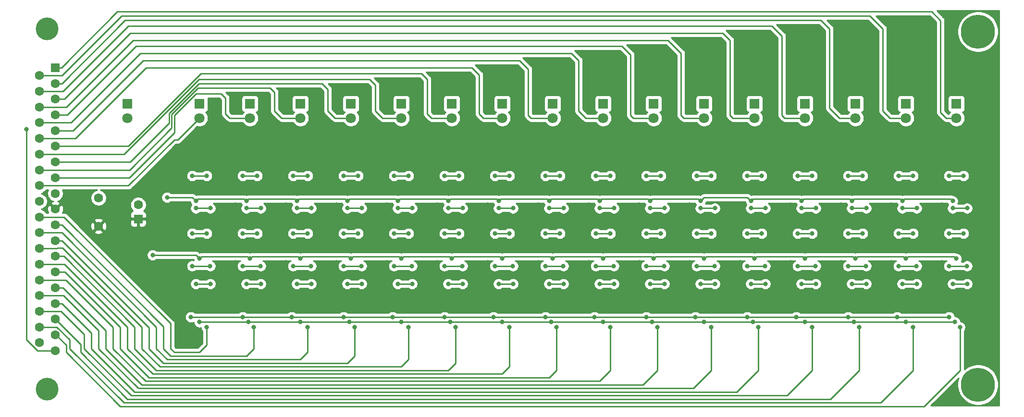
<source format=gbr>
G04 #@! TF.GenerationSoftware,KiCad,Pcbnew,5.1.5-52549c5~84~ubuntu18.04.1*
G04 #@! TF.CreationDate,2020-04-22T17:53:27-07:00*
G04 #@! TF.ProjectId,register_16bit,72656769-7374-4657-925f-31366269742e,rev?*
G04 #@! TF.SameCoordinates,Original*
G04 #@! TF.FileFunction,Copper,L2,Bot*
G04 #@! TF.FilePolarity,Positive*
%FSLAX46Y46*%
G04 Gerber Fmt 4.6, Leading zero omitted, Abs format (unit mm)*
G04 Created by KiCad (PCBNEW 5.1.5-52549c5~84~ubuntu18.04.1) date 2020-04-22 17:53:27*
%MOMM*%
%LPD*%
G04 APERTURE LIST*
%ADD10C,4.000000*%
%ADD11C,1.600000*%
%ADD12R,1.600000X1.600000*%
%ADD13C,1.800000*%
%ADD14R,1.800000X1.800000*%
%ADD15C,6.000000*%
%ADD16C,0.800000*%
%ADD17C,0.250000*%
%ADD18C,0.254000*%
G04 APERTURE END LIST*
D10*
X72240000Y-129070000D03*
X72240000Y-65570000D03*
D11*
X70820000Y-120865000D03*
X70820000Y-118095000D03*
X70820000Y-115325000D03*
X70820000Y-112555000D03*
X70820000Y-109785000D03*
X70820000Y-107015000D03*
X70820000Y-104245000D03*
X70820000Y-101475000D03*
X70820000Y-98705000D03*
X70820000Y-95935000D03*
X70820000Y-93165000D03*
X70820000Y-90395000D03*
X70820000Y-87625000D03*
X70820000Y-84855000D03*
X70820000Y-82085000D03*
X70820000Y-79315000D03*
X70820000Y-76545000D03*
X70820000Y-73775000D03*
X73660000Y-122250000D03*
X73660000Y-119480000D03*
X73660000Y-116710000D03*
X73660000Y-113940000D03*
X73660000Y-111170000D03*
X73660000Y-108400000D03*
X73660000Y-105630000D03*
X73660000Y-102860000D03*
X73660000Y-100090000D03*
X73660000Y-97320000D03*
X73660000Y-94550000D03*
X73660000Y-91780000D03*
X73660000Y-89010000D03*
X73660000Y-86240000D03*
X73660000Y-83470000D03*
X73660000Y-80700000D03*
X73660000Y-77930000D03*
X73660000Y-75160000D03*
D12*
X73660000Y-72390000D03*
D13*
X86360000Y-81280000D03*
D14*
X86360000Y-78740000D03*
D11*
X81280000Y-95330000D03*
X81280000Y-100330000D03*
D13*
X223520000Y-81280000D03*
D14*
X223520000Y-78740000D03*
D13*
X99060000Y-81280000D03*
D14*
X99060000Y-78740000D03*
D13*
X107950000Y-81280000D03*
D14*
X107950000Y-78740000D03*
D13*
X116840000Y-81280000D03*
D14*
X116840000Y-78740000D03*
D13*
X125730000Y-81280000D03*
D14*
X125730000Y-78740000D03*
D13*
X134620000Y-81280000D03*
D14*
X134620000Y-78740000D03*
D13*
X143510000Y-81280000D03*
D14*
X143510000Y-78740000D03*
D13*
X152400000Y-81280000D03*
D14*
X152400000Y-78740000D03*
D13*
X161290000Y-81280000D03*
D14*
X161290000Y-78740000D03*
D13*
X170180000Y-81280000D03*
D14*
X170180000Y-78740000D03*
D13*
X179070000Y-81280000D03*
D14*
X179070000Y-78740000D03*
D13*
X187960000Y-81280000D03*
D14*
X187960000Y-78740000D03*
D13*
X196850000Y-81280000D03*
D14*
X196850000Y-78740000D03*
D13*
X205740000Y-81280000D03*
D14*
X205740000Y-78740000D03*
D13*
X214630000Y-81280000D03*
D14*
X214630000Y-78740000D03*
D13*
X232410000Y-81280000D03*
D14*
X232410000Y-78740000D03*
D11*
X88265000Y-96560000D03*
D12*
X88265000Y-99060000D03*
D15*
X236220000Y-66040000D03*
X236220000Y-128270000D03*
D16*
X88265000Y-107315000D03*
X229870000Y-106680000D03*
X220980000Y-106680000D03*
X212090000Y-106680000D03*
X203200000Y-106680000D03*
X194310000Y-106680000D03*
X185420000Y-106680000D03*
X176530000Y-106680000D03*
X167640000Y-106680000D03*
X158750000Y-106680000D03*
X149860000Y-106680000D03*
X140970000Y-106680000D03*
X132080000Y-106680000D03*
X123190000Y-106680000D03*
X114300000Y-106680000D03*
X105410000Y-106680000D03*
X96520000Y-106680000D03*
X229870000Y-96520000D03*
X220980000Y-96520000D03*
X212090000Y-96520000D03*
X203200000Y-96520000D03*
X194310000Y-96520000D03*
X185420000Y-96520000D03*
X176530000Y-96520000D03*
X167640000Y-96520000D03*
X229870000Y-86360000D03*
X220980000Y-86360000D03*
X212090000Y-86360000D03*
X203200000Y-86360000D03*
X194310000Y-86360000D03*
X185420000Y-86360000D03*
X176530000Y-86360000D03*
X167640000Y-86360000D03*
X158750000Y-86360000D03*
X149860000Y-86360000D03*
X158750000Y-96520000D03*
X149860000Y-96520000D03*
X140970000Y-86360000D03*
X132080000Y-86360000D03*
X140970000Y-96520000D03*
X132080000Y-96520000D03*
X123190000Y-96520000D03*
X114300000Y-96520000D03*
X123190000Y-86360000D03*
X114300000Y-86360000D03*
X105410000Y-86360000D03*
X96520000Y-86360000D03*
X105410000Y-96520000D03*
X96520000Y-96520000D03*
X125476000Y-117221000D03*
X116840000Y-117221000D03*
X152400000Y-117221000D03*
X161036000Y-117221000D03*
X143256000Y-117221000D03*
X134620000Y-117221000D03*
X214376000Y-117221000D03*
X187960000Y-117221000D03*
X205740000Y-117221000D03*
X223520000Y-117221000D03*
X196596000Y-117221000D03*
X232156000Y-117221000D03*
X178816000Y-117221000D03*
X170180000Y-117221000D03*
X107696000Y-117221000D03*
X99060000Y-117221000D03*
X68605001Y-83210001D03*
X100330000Y-118110000D03*
X118110000Y-118110000D03*
X135890000Y-118110000D03*
X153670000Y-118110000D03*
X171450000Y-118110000D03*
X189230000Y-118110000D03*
X207010000Y-118110000D03*
X224790000Y-118110000D03*
X90805000Y-105410000D03*
X99060000Y-106045000D03*
X107950000Y-106045000D03*
X116840000Y-106045000D03*
X125730000Y-106045000D03*
X134620000Y-106045000D03*
X143510000Y-106045000D03*
X152400000Y-106045000D03*
X161290000Y-106045000D03*
X170180000Y-106045000D03*
X179070000Y-106045000D03*
X187960000Y-106045000D03*
X196850000Y-106045000D03*
X205740000Y-106045000D03*
X214630000Y-106045000D03*
X223520000Y-106045000D03*
X232410000Y-106045000D03*
X108585000Y-118110000D03*
X126365000Y-118110000D03*
X144145000Y-118110000D03*
X161925000Y-118110000D03*
X179705000Y-118110000D03*
X197485000Y-118110000D03*
X215265000Y-118110000D03*
X233045000Y-118110000D03*
X97536000Y-116332000D03*
X106680000Y-116332000D03*
X124460000Y-116332000D03*
X115316000Y-116332000D03*
X142240000Y-116332000D03*
X133096000Y-116332000D03*
X150876000Y-116332000D03*
X160020000Y-116332000D03*
X177800000Y-116332000D03*
X168656000Y-116332000D03*
X186436000Y-116332000D03*
X213360000Y-116332000D03*
X221996000Y-116332000D03*
X204216000Y-116332000D03*
X195580000Y-116332000D03*
X231140000Y-116332000D03*
X93345000Y-95250000D03*
X98425000Y-95885000D03*
X107315000Y-95885000D03*
X116205000Y-95885000D03*
X125095000Y-95885000D03*
X133985000Y-95885000D03*
X142875000Y-95885000D03*
X151765000Y-95885000D03*
X160655000Y-95885000D03*
X169545000Y-95885000D03*
X178435000Y-95885000D03*
X187325000Y-95885000D03*
X196215000Y-95885000D03*
X205105000Y-95885000D03*
X213995000Y-95885000D03*
X222885000Y-95885000D03*
X231775000Y-95885000D03*
X225395000Y-107345000D03*
X222220000Y-107345000D03*
X222885000Y-110490000D03*
X225425000Y-110490000D03*
X222250000Y-101600000D03*
X224790000Y-101600000D03*
X222885000Y-97155000D03*
X225425000Y-97155000D03*
X224790000Y-91440000D03*
X222250000Y-91440000D03*
X216505000Y-107345000D03*
X213330000Y-107345000D03*
X213995000Y-110490000D03*
X216535000Y-110490000D03*
X213360000Y-101600000D03*
X215900000Y-101600000D03*
X213995000Y-97155000D03*
X216535000Y-97155000D03*
X215900000Y-91440000D03*
X213360000Y-91440000D03*
X207615000Y-107345000D03*
X204440000Y-107345000D03*
X205105000Y-110490000D03*
X207645000Y-110490000D03*
X204470000Y-101600000D03*
X207010000Y-101600000D03*
X205105000Y-97155000D03*
X207645000Y-97155000D03*
X207010000Y-91440000D03*
X204470000Y-91440000D03*
X198725000Y-107345000D03*
X195550000Y-107345000D03*
X196215000Y-110490000D03*
X198755000Y-110490000D03*
X195580000Y-101600000D03*
X198120000Y-101600000D03*
X196215000Y-97155000D03*
X198755000Y-97155000D03*
X198120000Y-91440000D03*
X195580000Y-91440000D03*
X189835000Y-107345000D03*
X186660000Y-107345000D03*
X187325000Y-110490000D03*
X189865000Y-110490000D03*
X186690000Y-101600000D03*
X189230000Y-101600000D03*
X187325000Y-97155000D03*
X189865000Y-97155000D03*
X189230000Y-91440000D03*
X186690000Y-91440000D03*
X180945000Y-107345000D03*
X177770000Y-107345000D03*
X178435000Y-110490000D03*
X180975000Y-110490000D03*
X177800000Y-101600000D03*
X180340000Y-101600000D03*
X178435000Y-97155000D03*
X180975000Y-97155000D03*
X180340000Y-91440000D03*
X177800000Y-91440000D03*
X172055000Y-107345000D03*
X168880000Y-107345000D03*
X169545000Y-110490000D03*
X172085000Y-110490000D03*
X168910000Y-101600000D03*
X171450000Y-101600000D03*
X169545000Y-97155000D03*
X172085000Y-97155000D03*
X171450000Y-91440000D03*
X168910000Y-91440000D03*
X163165000Y-107345000D03*
X159990000Y-107345000D03*
X160655000Y-110490000D03*
X163195000Y-110490000D03*
X160020000Y-101600000D03*
X162560000Y-101600000D03*
X160655000Y-97155000D03*
X163195000Y-97155000D03*
X162560000Y-91440000D03*
X160020000Y-91440000D03*
X154275000Y-107345000D03*
X151100000Y-107345000D03*
X151765000Y-110490000D03*
X154305000Y-110490000D03*
X151130000Y-101600000D03*
X153670000Y-101600000D03*
X151765000Y-97155000D03*
X154305000Y-97155000D03*
X153670000Y-91440000D03*
X151130000Y-91440000D03*
X145385000Y-107345000D03*
X142210000Y-107345000D03*
X142875000Y-110490000D03*
X145415000Y-110490000D03*
X142240000Y-101600000D03*
X144780000Y-101600000D03*
X142875000Y-97155000D03*
X145415000Y-97155000D03*
X144780000Y-91440000D03*
X142240000Y-91440000D03*
X136495000Y-107345000D03*
X133320000Y-107345000D03*
X133985000Y-110490000D03*
X136525000Y-110490000D03*
X133350000Y-101600000D03*
X135890000Y-101600000D03*
X133985000Y-97155000D03*
X136525000Y-97155000D03*
X135890000Y-91440000D03*
X133350000Y-91440000D03*
X127605000Y-107345000D03*
X124430000Y-107345000D03*
X125095000Y-110490000D03*
X127635000Y-110490000D03*
X124460000Y-101600000D03*
X127000000Y-101600000D03*
X125095000Y-97155000D03*
X127635000Y-97155000D03*
X127000000Y-91440000D03*
X124460000Y-91440000D03*
X118715000Y-107345000D03*
X115540000Y-107345000D03*
X116205000Y-110490000D03*
X118745000Y-110490000D03*
X115570000Y-101600000D03*
X118110000Y-101600000D03*
X116205000Y-97155000D03*
X118745000Y-97155000D03*
X118110000Y-91440000D03*
X115570000Y-91440000D03*
X109825000Y-107345000D03*
X106650000Y-107345000D03*
X107315000Y-110490000D03*
X109855000Y-110490000D03*
X106680000Y-101600000D03*
X109220000Y-101600000D03*
X107315000Y-97155000D03*
X109855000Y-97155000D03*
X109220000Y-91440000D03*
X106680000Y-91440000D03*
X100935000Y-107345000D03*
X97760000Y-107345000D03*
X98425000Y-110490000D03*
X100965000Y-110490000D03*
X97790000Y-101600000D03*
X100330000Y-101600000D03*
X98425000Y-97155000D03*
X100965000Y-97155000D03*
X100330000Y-91440000D03*
X97790000Y-91440000D03*
X231110000Y-107345000D03*
X234285000Y-107345000D03*
X231775000Y-110490000D03*
X234315000Y-110490000D03*
X231140000Y-101600000D03*
X233680000Y-101600000D03*
X234315000Y-97155000D03*
X231775000Y-97155000D03*
X231140000Y-91440000D03*
X233680000Y-91440000D03*
D17*
X230632000Y-81280000D02*
X232410000Y-81280000D01*
X74710000Y-72390000D02*
X84582000Y-62518000D01*
X84582000Y-62518000D02*
X228058000Y-62518000D01*
X228058000Y-62518000D02*
X229616000Y-64076000D01*
X73660000Y-72390000D02*
X74710000Y-72390000D01*
X229616000Y-64076000D02*
X229616000Y-80264000D01*
X229616000Y-80264000D02*
X230632000Y-81280000D01*
X220726000Y-81280000D02*
X223520000Y-81280000D01*
X74815000Y-73775000D02*
X85344000Y-63246000D01*
X85344000Y-63246000D02*
X217170000Y-63246000D01*
X219456000Y-65532000D02*
X219456000Y-80010000D01*
X219456000Y-80010000D02*
X220726000Y-81280000D01*
X70820000Y-73775000D02*
X74815000Y-73775000D01*
X217170000Y-63246000D02*
X219456000Y-65532000D01*
X74791370Y-75160000D02*
X85943370Y-64008000D01*
X73660000Y-75160000D02*
X74791370Y-75160000D01*
X85943370Y-64008000D02*
X208534000Y-64008000D01*
X208534000Y-64008000D02*
X210058000Y-65532000D01*
X210058000Y-65532000D02*
X210058000Y-79502000D01*
X211836000Y-81280000D02*
X214630000Y-81280000D01*
X210058000Y-79502000D02*
X211836000Y-81280000D01*
X70820000Y-76545000D02*
X75021000Y-76545000D01*
X75021000Y-76545000D02*
X86542000Y-65024000D01*
X86542000Y-65024000D02*
X199898000Y-65024000D01*
X199898000Y-65024000D02*
X201676000Y-66802000D01*
X202184000Y-81280000D02*
X205740000Y-81280000D01*
X201676000Y-66802000D02*
X201676000Y-80772000D01*
X201676000Y-80772000D02*
X202184000Y-81280000D01*
X73660000Y-77930000D02*
X75232000Y-77930000D01*
X75232000Y-77930000D02*
X86868000Y-66294000D01*
X86868000Y-66294000D02*
X191262000Y-66294000D01*
X191262000Y-66294000D02*
X192532000Y-67564000D01*
X192532000Y-67564000D02*
X192532000Y-80772000D01*
X193040000Y-81280000D02*
X196850000Y-81280000D01*
X192532000Y-80772000D02*
X193040000Y-81280000D01*
X184404000Y-81280000D02*
X187960000Y-81280000D01*
X75625000Y-79315000D02*
X87376000Y-67564000D01*
X70820000Y-79315000D02*
X75625000Y-79315000D01*
X87376000Y-67564000D02*
X181610000Y-67564000D01*
X181610000Y-67564000D02*
X183896000Y-69850000D01*
X183896000Y-69850000D02*
X183896000Y-80772000D01*
X183896000Y-80772000D02*
X184404000Y-81280000D01*
X75764000Y-80700000D02*
X87884000Y-68580000D01*
X175006000Y-70104000D02*
X175006000Y-80772000D01*
X73660000Y-80700000D02*
X75764000Y-80700000D01*
X87884000Y-68580000D02*
X173482000Y-68580000D01*
X173482000Y-68580000D02*
X175006000Y-70104000D01*
X175514000Y-81280000D02*
X179070000Y-81280000D01*
X175006000Y-80772000D02*
X175514000Y-81280000D01*
X76411000Y-82085000D02*
X88646000Y-69850000D01*
X70820000Y-82085000D02*
X76411000Y-82085000D01*
X88646000Y-69850000D02*
X164592000Y-69850000D01*
X164592000Y-69850000D02*
X165862000Y-71120000D01*
X165862000Y-71120000D02*
X165862000Y-80010000D01*
X167132000Y-81280000D02*
X170180000Y-81280000D01*
X165862000Y-80010000D02*
X167132000Y-81280000D01*
X157480000Y-81280000D02*
X161290000Y-81280000D01*
X76804000Y-83470000D02*
X89154000Y-71120000D01*
X155448000Y-71120000D02*
X156972000Y-72644000D01*
X156972000Y-72644000D02*
X156972000Y-80772000D01*
X73660000Y-83470000D02*
X76804000Y-83470000D01*
X89154000Y-71120000D02*
X155448000Y-71120000D01*
X156972000Y-80772000D02*
X157480000Y-81280000D01*
X77197000Y-84855000D02*
X89662000Y-72390000D01*
X70820000Y-84855000D02*
X77197000Y-84855000D01*
X89662000Y-72390000D02*
X147066000Y-72390000D01*
X147066000Y-72390000D02*
X148336000Y-73660000D01*
X149098000Y-81280000D02*
X152400000Y-81280000D01*
X148336000Y-73660000D02*
X148336000Y-80518000D01*
X148336000Y-80518000D02*
X149098000Y-81280000D01*
X139954000Y-81280000D02*
X143510000Y-81280000D01*
X139192000Y-80518000D02*
X139954000Y-81280000D01*
X99312590Y-73406000D02*
X138176000Y-73406000D01*
X73660000Y-86240000D02*
X86478590Y-86240000D01*
X86478590Y-86240000D02*
X99312590Y-73406000D01*
X138176000Y-73406000D02*
X139192000Y-74422000D01*
X139192000Y-74422000D02*
X139192000Y-80518000D01*
X85730000Y-87625000D02*
X98933000Y-74422000D01*
X130048000Y-80010000D02*
X131318000Y-81280000D01*
X98933000Y-74422000D02*
X129032000Y-74422000D01*
X131318000Y-81280000D02*
X134620000Y-81280000D01*
X129032000Y-74422000D02*
X130048000Y-75438000D01*
X70820000Y-87625000D02*
X85730000Y-87625000D01*
X130048000Y-75438000D02*
X130048000Y-80010000D01*
X121666000Y-80010000D02*
X122936000Y-81280000D01*
X121666000Y-76200000D02*
X121666000Y-80010000D01*
X122936000Y-81280000D02*
X125730000Y-81280000D01*
X86885000Y-89010000D02*
X93714981Y-82180019D01*
X93714981Y-82180019D02*
X93714982Y-80427196D01*
X93714982Y-80427196D02*
X98958178Y-75184000D01*
X73660000Y-89010000D02*
X86885000Y-89010000D01*
X98958178Y-75184000D02*
X120650000Y-75184000D01*
X120650000Y-75184000D02*
X121666000Y-76200000D01*
X112268000Y-80010000D02*
X113538000Y-81280000D01*
X112268000Y-76708000D02*
X112268000Y-80010000D01*
X113538000Y-81280000D02*
X116840000Y-81280000D01*
X70820000Y-90395000D02*
X86770000Y-90395000D01*
X111506000Y-75946000D02*
X112268000Y-76708000D01*
X94164990Y-83000010D02*
X94164991Y-80613597D01*
X94164991Y-80613597D02*
X98832588Y-75946000D01*
X86770000Y-90395000D02*
X94164990Y-83000010D01*
X98832588Y-75946000D02*
X111506000Y-75946000D01*
X103632000Y-80518000D02*
X104394000Y-81280000D01*
X104394000Y-81280000D02*
X107950000Y-81280000D01*
X103632000Y-77724000D02*
X103632000Y-80518000D01*
X73660000Y-91780000D02*
X86655000Y-91780000D01*
X102870000Y-76962000D02*
X103632000Y-77724000D01*
X86655000Y-91780000D02*
X94615000Y-83820000D01*
X94615000Y-83820000D02*
X94615000Y-80799998D01*
X94615000Y-80799998D02*
X98452998Y-76962000D01*
X98452998Y-76962000D02*
X102870000Y-76962000D01*
X94615000Y-85090000D02*
X95250000Y-85090000D01*
X70820000Y-93165000D02*
X86540000Y-93165000D01*
X95250000Y-85090000D02*
X99060000Y-81280000D01*
X86540000Y-93165000D02*
X94615000Y-85090000D01*
X99060000Y-117221000D02*
X232156000Y-117221000D01*
X72528630Y-122250000D02*
X73660000Y-122250000D01*
X70539998Y-122250000D02*
X72528630Y-122250000D01*
X68605001Y-120315003D02*
X70539998Y-122250000D01*
X68605001Y-83210001D02*
X68605001Y-120315003D01*
X70820000Y-98705000D02*
X75210000Y-98705000D01*
X75210000Y-98705000D02*
X93980000Y-117475000D01*
X93980000Y-117475000D02*
X93980000Y-121920000D01*
X93980000Y-121920000D02*
X94615000Y-122555000D01*
X94615000Y-122555000D02*
X99060000Y-122555000D01*
X100330000Y-121285000D02*
X100330000Y-118110000D01*
X99060000Y-122555000D02*
X100330000Y-121285000D01*
X118110000Y-122555000D02*
X118110000Y-118110000D01*
X74805000Y-101475000D02*
X91440000Y-118110000D01*
X93345000Y-123825000D02*
X116840000Y-123825000D01*
X70820000Y-101475000D02*
X74805000Y-101475000D01*
X116840000Y-123825000D02*
X118110000Y-122555000D01*
X91440000Y-118110000D02*
X91440000Y-121920000D01*
X91440000Y-121920000D02*
X93345000Y-123825000D01*
X92075000Y-125095000D02*
X134620000Y-125095000D01*
X73940002Y-104245000D02*
X74045002Y-104140000D01*
X70820000Y-104245000D02*
X73940002Y-104245000D01*
X134620000Y-125095000D02*
X135890000Y-123825000D01*
X88900000Y-118110000D02*
X88900000Y-121920000D01*
X135890000Y-123825000D02*
X135890000Y-118110000D01*
X88900000Y-121920000D02*
X92075000Y-125095000D01*
X74045002Y-104140000D02*
X74930000Y-104140000D01*
X74930000Y-104140000D02*
X88900000Y-118110000D01*
X70820000Y-107015000D02*
X75265000Y-107015000D01*
X75265000Y-107015000D02*
X86360000Y-118110000D01*
X86360000Y-118110000D02*
X86360000Y-121920000D01*
X86360000Y-121920000D02*
X90805000Y-126365000D01*
X90805000Y-126365000D02*
X152400000Y-126365000D01*
X153670000Y-125095000D02*
X153670000Y-118110000D01*
X152400000Y-126365000D02*
X153670000Y-125095000D01*
X70820000Y-109785000D02*
X75495000Y-109785000D01*
X75495000Y-109785000D02*
X83820000Y-118110000D01*
X83820000Y-118110000D02*
X83820000Y-121920000D01*
X83820000Y-121920000D02*
X89535000Y-127635000D01*
X89535000Y-127635000D02*
X169545000Y-127635000D01*
X169545000Y-127635000D02*
X171450000Y-125730000D01*
X171450000Y-125730000D02*
X171450000Y-118110000D01*
X88265000Y-128905000D02*
X186055000Y-128905000D01*
X81280000Y-121920000D02*
X88265000Y-128905000D01*
X81280000Y-118745000D02*
X81280000Y-121920000D01*
X186055000Y-128905000D02*
X189230000Y-125730000D01*
X70820000Y-112555000D02*
X75090000Y-112555000D01*
X75090000Y-112555000D02*
X81280000Y-118745000D01*
X189230000Y-125730000D02*
X189230000Y-118110000D01*
X70820000Y-115325000D02*
X74685000Y-115325000D01*
X74685000Y-115325000D02*
X78740000Y-119380000D01*
X78740000Y-119380000D02*
X78740000Y-121920000D01*
X78740000Y-121920000D02*
X86995000Y-130175000D01*
X202565000Y-130175000D02*
X207010000Y-125730000D01*
X86995000Y-130175000D02*
X202565000Y-130175000D01*
X207010000Y-125730000D02*
X207010000Y-118110000D01*
X219075000Y-131445000D02*
X224790000Y-125730000D01*
X85725000Y-131445000D02*
X219075000Y-131445000D01*
X76200000Y-121920000D02*
X85725000Y-131445000D01*
X70820000Y-118095000D02*
X73940002Y-118095000D01*
X76200000Y-120354998D02*
X76200000Y-121920000D01*
X73940002Y-118095000D02*
X76200000Y-120354998D01*
X224790000Y-125730000D02*
X224790000Y-118110000D01*
X98425000Y-105410000D02*
X99060000Y-106045000D01*
X107550001Y-105645001D02*
X107950000Y-106045000D01*
X99459999Y-105645001D02*
X107550001Y-105645001D01*
X99060000Y-106045000D02*
X99459999Y-105645001D01*
X116440001Y-105645001D02*
X116840000Y-106045000D01*
X108349999Y-105645001D02*
X116440001Y-105645001D01*
X107950000Y-106045000D02*
X108349999Y-105645001D01*
X125330001Y-105645001D02*
X125730000Y-106045000D01*
X117239999Y-105645001D02*
X125330001Y-105645001D01*
X116840000Y-106045000D02*
X117239999Y-105645001D01*
X134220001Y-105645001D02*
X134620000Y-106045000D01*
X126129999Y-105645001D02*
X134220001Y-105645001D01*
X125730000Y-106045000D02*
X126129999Y-105645001D01*
X143110001Y-105645001D02*
X143510000Y-106045000D01*
X135019999Y-105645001D02*
X143110001Y-105645001D01*
X134620000Y-106045000D02*
X135019999Y-105645001D01*
X152000001Y-105645001D02*
X152400000Y-106045000D01*
X143909999Y-105645001D02*
X152000001Y-105645001D01*
X143510000Y-106045000D02*
X143909999Y-105645001D01*
X160890001Y-105645001D02*
X161290000Y-106045000D01*
X152799999Y-105645001D02*
X160890001Y-105645001D01*
X152400000Y-106045000D02*
X152799999Y-105645001D01*
X169780001Y-105645001D02*
X170180000Y-106045000D01*
X161689999Y-105645001D02*
X169780001Y-105645001D01*
X161290000Y-106045000D02*
X161689999Y-105645001D01*
X170579999Y-105645001D02*
X178670001Y-105645001D01*
X178670001Y-105645001D02*
X179070000Y-106045000D01*
X170180000Y-106045000D02*
X170579999Y-105645001D01*
X187560001Y-105645001D02*
X187960000Y-106045000D01*
X179469999Y-105645001D02*
X187560001Y-105645001D01*
X179070000Y-106045000D02*
X179469999Y-105645001D01*
X188359999Y-105645001D02*
X196450001Y-105645001D01*
X196450001Y-105645001D02*
X196850000Y-106045000D01*
X187960000Y-106045000D02*
X188359999Y-105645001D01*
X205340001Y-105645001D02*
X205740000Y-106045000D01*
X197249999Y-105645001D02*
X205340001Y-105645001D01*
X196850000Y-106045000D02*
X197249999Y-105645001D01*
X214230001Y-105645001D02*
X214630000Y-106045000D01*
X206139999Y-105645001D02*
X214230001Y-105645001D01*
X205740000Y-106045000D02*
X206139999Y-105645001D01*
X223120001Y-105645001D02*
X223520000Y-106045000D01*
X215029999Y-105645001D02*
X223120001Y-105645001D01*
X214630000Y-106045000D02*
X215029999Y-105645001D01*
X232010001Y-105645001D02*
X232410000Y-106045000D01*
X223919999Y-105645001D02*
X232010001Y-105645001D01*
X223520000Y-106045000D02*
X223919999Y-105645001D01*
X98425000Y-105410000D02*
X90805000Y-105410000D01*
X74791370Y-100090000D02*
X92710000Y-118008630D01*
X73660000Y-100090000D02*
X74791370Y-100090000D01*
X92710000Y-118008630D02*
X92710000Y-121920000D01*
X92710000Y-121920000D02*
X93980000Y-123190000D01*
X93980000Y-123190000D02*
X107315000Y-123190000D01*
X108585000Y-121920000D02*
X108585000Y-118110000D01*
X107315000Y-123190000D02*
X108585000Y-121920000D01*
X126365000Y-123190000D02*
X126365000Y-118110000D01*
X74791370Y-102860000D02*
X90170000Y-118238630D01*
X73660000Y-102860000D02*
X74791370Y-102860000D01*
X90170000Y-118238630D02*
X90170000Y-121920000D01*
X90170000Y-121920000D02*
X92710000Y-124460000D01*
X92710000Y-124460000D02*
X125095000Y-124460000D01*
X125095000Y-124460000D02*
X126365000Y-123190000D01*
X75150000Y-105630000D02*
X87630000Y-118110000D01*
X144145000Y-124460000D02*
X144145000Y-118110000D01*
X87630000Y-118110000D02*
X87630000Y-121920000D01*
X73660000Y-105630000D02*
X75150000Y-105630000D01*
X87630000Y-121920000D02*
X91440000Y-125730000D01*
X91440000Y-125730000D02*
X142875000Y-125730000D01*
X142875000Y-125730000D02*
X144145000Y-124460000D01*
X90170000Y-127000000D02*
X160655000Y-127000000D01*
X160655000Y-127000000D02*
X161925000Y-125730000D01*
X85090000Y-121920000D02*
X90170000Y-127000000D01*
X85090000Y-118110000D02*
X85090000Y-121920000D01*
X73660000Y-108400000D02*
X75380000Y-108400000D01*
X75380000Y-108400000D02*
X85090000Y-118110000D01*
X161925000Y-125730000D02*
X161925000Y-118110000D01*
X88900000Y-128270000D02*
X177165000Y-128270000D01*
X82550000Y-121920000D02*
X88900000Y-128270000D01*
X177165000Y-128270000D02*
X179705000Y-125730000D01*
X73660000Y-111170000D02*
X74975000Y-111170000D01*
X82550000Y-118745000D02*
X82550000Y-121920000D01*
X74975000Y-111170000D02*
X82550000Y-118745000D01*
X179705000Y-125730000D02*
X179705000Y-118110000D01*
X193675000Y-129540000D02*
X197485000Y-125730000D01*
X87630000Y-129540000D02*
X193675000Y-129540000D01*
X80010000Y-121920000D02*
X87630000Y-129540000D01*
X80010000Y-119158630D02*
X80010000Y-121920000D01*
X73660000Y-113940000D02*
X74791370Y-113940000D01*
X74791370Y-113940000D02*
X80010000Y-119158630D01*
X197485000Y-125730000D02*
X197485000Y-118110000D01*
X73660000Y-116710000D02*
X78105000Y-121155000D01*
X78105000Y-121155000D02*
X78105000Y-122555000D01*
X78105000Y-122555000D02*
X86360000Y-130810000D01*
X210185000Y-130810000D02*
X215265000Y-125730000D01*
X86360000Y-130810000D02*
X210185000Y-130810000D01*
X215265000Y-125730000D02*
X215265000Y-118110000D01*
X226695000Y-132080000D02*
X233045000Y-125730000D01*
X85090000Y-132080000D02*
X226695000Y-132080000D01*
X73660000Y-119480000D02*
X73760000Y-119480000D01*
X73760000Y-119480000D02*
X75565000Y-121285000D01*
X75565000Y-121285000D02*
X75565000Y-122555000D01*
X75565000Y-122555000D02*
X85090000Y-132080000D01*
X233045000Y-125730000D02*
X233045000Y-118110000D01*
X97536000Y-116332000D02*
X231140000Y-116332000D01*
X97790000Y-95250000D02*
X98425000Y-95885000D01*
X93345000Y-95250000D02*
X97790000Y-95250000D01*
X106915001Y-95485001D02*
X107315000Y-95885000D01*
X98824999Y-95485001D02*
X106915001Y-95485001D01*
X98425000Y-95885000D02*
X98824999Y-95485001D01*
X115805001Y-95485001D02*
X116205000Y-95885000D01*
X107714999Y-95485001D02*
X115805001Y-95485001D01*
X107315000Y-95885000D02*
X107714999Y-95485001D01*
X124695001Y-95485001D02*
X125095000Y-95885000D01*
X116604999Y-95485001D02*
X124695001Y-95485001D01*
X116205000Y-95885000D02*
X116604999Y-95485001D01*
X133585001Y-95485001D02*
X133985000Y-95885000D01*
X125494999Y-95485001D02*
X133585001Y-95485001D01*
X125095000Y-95885000D02*
X125494999Y-95485001D01*
X142475001Y-95485001D02*
X142875000Y-95885000D01*
X134384999Y-95485001D02*
X142475001Y-95485001D01*
X133985000Y-95885000D02*
X134384999Y-95485001D01*
X151365001Y-95485001D02*
X151765000Y-95885000D01*
X143274999Y-95485001D02*
X151365001Y-95485001D01*
X142875000Y-95885000D02*
X143274999Y-95485001D01*
X160255001Y-95485001D02*
X160655000Y-95885000D01*
X152164999Y-95485001D02*
X160255001Y-95485001D01*
X151765000Y-95885000D02*
X152164999Y-95485001D01*
X169145001Y-95485001D02*
X169545000Y-95885000D01*
X161054999Y-95485001D02*
X169145001Y-95485001D01*
X160655000Y-95885000D02*
X161054999Y-95485001D01*
X178035001Y-95485001D02*
X178435000Y-95885000D01*
X169944999Y-95485001D02*
X178035001Y-95485001D01*
X169545000Y-95885000D02*
X169944999Y-95485001D01*
X186925001Y-95485001D02*
X187325000Y-95885000D01*
X178834999Y-95485001D02*
X186925001Y-95485001D01*
X178435000Y-95885000D02*
X178834999Y-95485001D01*
X195815001Y-95485001D02*
X196215000Y-95885000D01*
X195580000Y-95250000D02*
X195815001Y-95485001D01*
X187960000Y-95250000D02*
X195580000Y-95250000D01*
X187325000Y-95885000D02*
X187960000Y-95250000D01*
X204705001Y-95485001D02*
X205105000Y-95885000D01*
X196614999Y-95485001D02*
X204705001Y-95485001D01*
X196215000Y-95885000D02*
X196614999Y-95485001D01*
X205504999Y-95485001D02*
X213595001Y-95485001D01*
X213595001Y-95485001D02*
X213995000Y-95885000D01*
X205105000Y-95885000D02*
X205504999Y-95485001D01*
X222485001Y-95485001D02*
X222885000Y-95885000D01*
X214394999Y-95485001D02*
X222485001Y-95485001D01*
X213995000Y-95885000D02*
X214394999Y-95485001D01*
X231375001Y-95485001D02*
X231775000Y-95885000D01*
X223284999Y-95485001D02*
X231375001Y-95485001D01*
X222885000Y-95885000D02*
X223284999Y-95485001D01*
X222220000Y-107345000D02*
X225395000Y-107345000D01*
X222885000Y-110490000D02*
X225425000Y-110490000D01*
X222250000Y-101600000D02*
X224790000Y-101600000D01*
X222885000Y-97155000D02*
X225425000Y-97155000D01*
X222250000Y-91440000D02*
X224790000Y-91440000D01*
X213330000Y-107345000D02*
X216505000Y-107345000D01*
X213995000Y-110490000D02*
X216535000Y-110490000D01*
X213360000Y-101600000D02*
X215900000Y-101600000D01*
X213995000Y-97155000D02*
X216535000Y-97155000D01*
X213360000Y-91440000D02*
X215900000Y-91440000D01*
X204440000Y-107345000D02*
X207615000Y-107345000D01*
X205105000Y-110490000D02*
X207645000Y-110490000D01*
X204470000Y-101600000D02*
X207010000Y-101600000D01*
X205105000Y-97155000D02*
X207645000Y-97155000D01*
X204470000Y-91440000D02*
X207010000Y-91440000D01*
X195550000Y-107345000D02*
X198725000Y-107345000D01*
X196215000Y-110490000D02*
X198755000Y-110490000D01*
X195580000Y-101600000D02*
X198120000Y-101600000D01*
X196215000Y-97155000D02*
X198755000Y-97155000D01*
X195580000Y-91440000D02*
X198120000Y-91440000D01*
X186660000Y-107345000D02*
X189835000Y-107345000D01*
X187325000Y-110490000D02*
X189865000Y-110490000D01*
X186690000Y-101600000D02*
X189230000Y-101600000D01*
X187325000Y-97155000D02*
X189865000Y-97155000D01*
X186690000Y-91440000D02*
X189230000Y-91440000D01*
X177770000Y-107345000D02*
X180945000Y-107345000D01*
X178435000Y-110490000D02*
X180975000Y-110490000D01*
X177800000Y-101600000D02*
X180340000Y-101600000D01*
X178435000Y-97155000D02*
X180975000Y-97155000D01*
X177800000Y-91440000D02*
X180340000Y-91440000D01*
X168880000Y-107345000D02*
X172055000Y-107345000D01*
X169545000Y-110490000D02*
X172085000Y-110490000D01*
X168910000Y-101600000D02*
X171450000Y-101600000D01*
X169545000Y-97155000D02*
X172085000Y-97155000D01*
X168910000Y-91440000D02*
X171450000Y-91440000D01*
X159990000Y-107345000D02*
X163165000Y-107345000D01*
X160655000Y-110490000D02*
X163195000Y-110490000D01*
X160020000Y-101600000D02*
X162560000Y-101600000D01*
X160655000Y-97155000D02*
X163195000Y-97155000D01*
X160020000Y-91440000D02*
X162560000Y-91440000D01*
X151100000Y-107345000D02*
X154275000Y-107345000D01*
X151765000Y-110490000D02*
X154305000Y-110490000D01*
X151130000Y-101600000D02*
X153670000Y-101600000D01*
X151765000Y-97155000D02*
X154305000Y-97155000D01*
X151130000Y-91440000D02*
X153670000Y-91440000D01*
X142210000Y-107345000D02*
X145385000Y-107345000D01*
X142875000Y-110490000D02*
X145415000Y-110490000D01*
X142240000Y-101600000D02*
X144780000Y-101600000D01*
X142875000Y-97155000D02*
X145415000Y-97155000D01*
X142240000Y-91440000D02*
X144780000Y-91440000D01*
X133320000Y-107345000D02*
X136495000Y-107345000D01*
X133985000Y-110490000D02*
X136525000Y-110490000D01*
X133350000Y-101600000D02*
X135890000Y-101600000D01*
X133985000Y-97155000D02*
X136525000Y-97155000D01*
X133350000Y-91440000D02*
X135890000Y-91440000D01*
X124430000Y-107345000D02*
X127605000Y-107345000D01*
X125095000Y-110490000D02*
X127635000Y-110490000D01*
X124460000Y-101600000D02*
X127000000Y-101600000D01*
X125095000Y-97155000D02*
X127635000Y-97155000D01*
X124460000Y-91440000D02*
X127000000Y-91440000D01*
X115540000Y-107345000D02*
X118715000Y-107345000D01*
X116205000Y-110490000D02*
X118745000Y-110490000D01*
X115570000Y-101600000D02*
X118110000Y-101600000D01*
X116205000Y-97155000D02*
X118745000Y-97155000D01*
X115570000Y-91440000D02*
X118110000Y-91440000D01*
X106650000Y-107345000D02*
X109825000Y-107345000D01*
X107315000Y-110490000D02*
X109855000Y-110490000D01*
X106680000Y-101600000D02*
X109220000Y-101600000D01*
X107315000Y-97155000D02*
X109855000Y-97155000D01*
X106680000Y-91440000D02*
X109220000Y-91440000D01*
X97760000Y-107345000D02*
X100935000Y-107345000D01*
X98425000Y-110490000D02*
X100965000Y-110490000D01*
X97790000Y-101600000D02*
X100330000Y-101600000D01*
X98425000Y-97155000D02*
X100965000Y-97155000D01*
X97790000Y-91440000D02*
X100330000Y-91440000D01*
X231110000Y-107345000D02*
X234285000Y-107345000D01*
X231775000Y-110490000D02*
X234315000Y-110490000D01*
X231140000Y-101600000D02*
X233680000Y-101600000D01*
X231775000Y-97155000D02*
X234315000Y-97155000D01*
X231140000Y-91440000D02*
X233680000Y-91440000D01*
D18*
G36*
X239903000Y-131953000D02*
G01*
X227896801Y-131953000D01*
X232784512Y-127065290D01*
X232724691Y-127209710D01*
X232585000Y-127911984D01*
X232585000Y-128628016D01*
X232724691Y-129330290D01*
X232998705Y-129991818D01*
X233396511Y-130587177D01*
X233902823Y-131093489D01*
X234498182Y-131491295D01*
X235159710Y-131765309D01*
X235861984Y-131905000D01*
X236578016Y-131905000D01*
X237280290Y-131765309D01*
X237941818Y-131491295D01*
X238537177Y-131093489D01*
X239043489Y-130587177D01*
X239441295Y-129991818D01*
X239715309Y-129330290D01*
X239855000Y-128628016D01*
X239855000Y-127911984D01*
X239715309Y-127209710D01*
X239441295Y-126548182D01*
X239043489Y-125952823D01*
X238537177Y-125446511D01*
X237941818Y-125048705D01*
X237280290Y-124774691D01*
X236578016Y-124635000D01*
X235861984Y-124635000D01*
X235159710Y-124774691D01*
X234498182Y-125048705D01*
X233902823Y-125446511D01*
X233805000Y-125544334D01*
X233805000Y-118813711D01*
X233848937Y-118769774D01*
X233962205Y-118600256D01*
X234040226Y-118411898D01*
X234080000Y-118211939D01*
X234080000Y-118008061D01*
X234040226Y-117808102D01*
X233962205Y-117619744D01*
X233848937Y-117450226D01*
X233704774Y-117306063D01*
X233535256Y-117192795D01*
X233346898Y-117114774D01*
X233183690Y-117082310D01*
X233151226Y-116919102D01*
X233073205Y-116730744D01*
X232959937Y-116561226D01*
X232815774Y-116417063D01*
X232646256Y-116303795D01*
X232457898Y-116225774D01*
X232257939Y-116186000D01*
X232166236Y-116186000D01*
X232135226Y-116030102D01*
X232057205Y-115841744D01*
X231943937Y-115672226D01*
X231799774Y-115528063D01*
X231630256Y-115414795D01*
X231441898Y-115336774D01*
X231241939Y-115297000D01*
X231038061Y-115297000D01*
X230838102Y-115336774D01*
X230649744Y-115414795D01*
X230480226Y-115528063D01*
X230436289Y-115572000D01*
X222699711Y-115572000D01*
X222655774Y-115528063D01*
X222486256Y-115414795D01*
X222297898Y-115336774D01*
X222097939Y-115297000D01*
X221894061Y-115297000D01*
X221694102Y-115336774D01*
X221505744Y-115414795D01*
X221336226Y-115528063D01*
X221292289Y-115572000D01*
X214063711Y-115572000D01*
X214019774Y-115528063D01*
X213850256Y-115414795D01*
X213661898Y-115336774D01*
X213461939Y-115297000D01*
X213258061Y-115297000D01*
X213058102Y-115336774D01*
X212869744Y-115414795D01*
X212700226Y-115528063D01*
X212656289Y-115572000D01*
X204919711Y-115572000D01*
X204875774Y-115528063D01*
X204706256Y-115414795D01*
X204517898Y-115336774D01*
X204317939Y-115297000D01*
X204114061Y-115297000D01*
X203914102Y-115336774D01*
X203725744Y-115414795D01*
X203556226Y-115528063D01*
X203512289Y-115572000D01*
X196283711Y-115572000D01*
X196239774Y-115528063D01*
X196070256Y-115414795D01*
X195881898Y-115336774D01*
X195681939Y-115297000D01*
X195478061Y-115297000D01*
X195278102Y-115336774D01*
X195089744Y-115414795D01*
X194920226Y-115528063D01*
X194876289Y-115572000D01*
X187139711Y-115572000D01*
X187095774Y-115528063D01*
X186926256Y-115414795D01*
X186737898Y-115336774D01*
X186537939Y-115297000D01*
X186334061Y-115297000D01*
X186134102Y-115336774D01*
X185945744Y-115414795D01*
X185776226Y-115528063D01*
X185732289Y-115572000D01*
X178503711Y-115572000D01*
X178459774Y-115528063D01*
X178290256Y-115414795D01*
X178101898Y-115336774D01*
X177901939Y-115297000D01*
X177698061Y-115297000D01*
X177498102Y-115336774D01*
X177309744Y-115414795D01*
X177140226Y-115528063D01*
X177096289Y-115572000D01*
X169359711Y-115572000D01*
X169315774Y-115528063D01*
X169146256Y-115414795D01*
X168957898Y-115336774D01*
X168757939Y-115297000D01*
X168554061Y-115297000D01*
X168354102Y-115336774D01*
X168165744Y-115414795D01*
X167996226Y-115528063D01*
X167952289Y-115572000D01*
X160723711Y-115572000D01*
X160679774Y-115528063D01*
X160510256Y-115414795D01*
X160321898Y-115336774D01*
X160121939Y-115297000D01*
X159918061Y-115297000D01*
X159718102Y-115336774D01*
X159529744Y-115414795D01*
X159360226Y-115528063D01*
X159316289Y-115572000D01*
X151579711Y-115572000D01*
X151535774Y-115528063D01*
X151366256Y-115414795D01*
X151177898Y-115336774D01*
X150977939Y-115297000D01*
X150774061Y-115297000D01*
X150574102Y-115336774D01*
X150385744Y-115414795D01*
X150216226Y-115528063D01*
X150172289Y-115572000D01*
X142943711Y-115572000D01*
X142899774Y-115528063D01*
X142730256Y-115414795D01*
X142541898Y-115336774D01*
X142341939Y-115297000D01*
X142138061Y-115297000D01*
X141938102Y-115336774D01*
X141749744Y-115414795D01*
X141580226Y-115528063D01*
X141536289Y-115572000D01*
X133799711Y-115572000D01*
X133755774Y-115528063D01*
X133586256Y-115414795D01*
X133397898Y-115336774D01*
X133197939Y-115297000D01*
X132994061Y-115297000D01*
X132794102Y-115336774D01*
X132605744Y-115414795D01*
X132436226Y-115528063D01*
X132392289Y-115572000D01*
X125163711Y-115572000D01*
X125119774Y-115528063D01*
X124950256Y-115414795D01*
X124761898Y-115336774D01*
X124561939Y-115297000D01*
X124358061Y-115297000D01*
X124158102Y-115336774D01*
X123969744Y-115414795D01*
X123800226Y-115528063D01*
X123756289Y-115572000D01*
X116019711Y-115572000D01*
X115975774Y-115528063D01*
X115806256Y-115414795D01*
X115617898Y-115336774D01*
X115417939Y-115297000D01*
X115214061Y-115297000D01*
X115014102Y-115336774D01*
X114825744Y-115414795D01*
X114656226Y-115528063D01*
X114612289Y-115572000D01*
X107383711Y-115572000D01*
X107339774Y-115528063D01*
X107170256Y-115414795D01*
X106981898Y-115336774D01*
X106781939Y-115297000D01*
X106578061Y-115297000D01*
X106378102Y-115336774D01*
X106189744Y-115414795D01*
X106020226Y-115528063D01*
X105976289Y-115572000D01*
X98239711Y-115572000D01*
X98195774Y-115528063D01*
X98026256Y-115414795D01*
X97837898Y-115336774D01*
X97637939Y-115297000D01*
X97434061Y-115297000D01*
X97234102Y-115336774D01*
X97045744Y-115414795D01*
X96876226Y-115528063D01*
X96732063Y-115672226D01*
X96618795Y-115841744D01*
X96540774Y-116030102D01*
X96501000Y-116230061D01*
X96501000Y-116433939D01*
X96540774Y-116633898D01*
X96618795Y-116822256D01*
X96732063Y-116991774D01*
X96876226Y-117135937D01*
X97045744Y-117249205D01*
X97234102Y-117327226D01*
X97434061Y-117367000D01*
X97637939Y-117367000D01*
X97837898Y-117327226D01*
X98025000Y-117249725D01*
X98025000Y-117322939D01*
X98064774Y-117522898D01*
X98142795Y-117711256D01*
X98256063Y-117880774D01*
X98400226Y-118024937D01*
X98569744Y-118138205D01*
X98758102Y-118216226D01*
X98958061Y-118256000D01*
X99161939Y-118256000D01*
X99298366Y-118228863D01*
X99334774Y-118411898D01*
X99412795Y-118600256D01*
X99526063Y-118769774D01*
X99570001Y-118813712D01*
X99570000Y-120970198D01*
X98745199Y-121795000D01*
X94929802Y-121795000D01*
X94740000Y-121605199D01*
X94740000Y-117512333D01*
X94743677Y-117475000D01*
X94729003Y-117326014D01*
X94685546Y-117182753D01*
X94614974Y-117050724D01*
X94543799Y-116963997D01*
X94520001Y-116934999D01*
X94491004Y-116911202D01*
X87967863Y-110388061D01*
X97390000Y-110388061D01*
X97390000Y-110591939D01*
X97429774Y-110791898D01*
X97507795Y-110980256D01*
X97621063Y-111149774D01*
X97765226Y-111293937D01*
X97934744Y-111407205D01*
X98123102Y-111485226D01*
X98323061Y-111525000D01*
X98526939Y-111525000D01*
X98726898Y-111485226D01*
X98915256Y-111407205D01*
X99084774Y-111293937D01*
X99128711Y-111250000D01*
X100261289Y-111250000D01*
X100305226Y-111293937D01*
X100474744Y-111407205D01*
X100663102Y-111485226D01*
X100863061Y-111525000D01*
X101066939Y-111525000D01*
X101266898Y-111485226D01*
X101455256Y-111407205D01*
X101624774Y-111293937D01*
X101768937Y-111149774D01*
X101882205Y-110980256D01*
X101960226Y-110791898D01*
X102000000Y-110591939D01*
X102000000Y-110388061D01*
X106280000Y-110388061D01*
X106280000Y-110591939D01*
X106319774Y-110791898D01*
X106397795Y-110980256D01*
X106511063Y-111149774D01*
X106655226Y-111293937D01*
X106824744Y-111407205D01*
X107013102Y-111485226D01*
X107213061Y-111525000D01*
X107416939Y-111525000D01*
X107616898Y-111485226D01*
X107805256Y-111407205D01*
X107974774Y-111293937D01*
X108018711Y-111250000D01*
X109151289Y-111250000D01*
X109195226Y-111293937D01*
X109364744Y-111407205D01*
X109553102Y-111485226D01*
X109753061Y-111525000D01*
X109956939Y-111525000D01*
X110156898Y-111485226D01*
X110345256Y-111407205D01*
X110514774Y-111293937D01*
X110658937Y-111149774D01*
X110772205Y-110980256D01*
X110850226Y-110791898D01*
X110890000Y-110591939D01*
X110890000Y-110388061D01*
X115170000Y-110388061D01*
X115170000Y-110591939D01*
X115209774Y-110791898D01*
X115287795Y-110980256D01*
X115401063Y-111149774D01*
X115545226Y-111293937D01*
X115714744Y-111407205D01*
X115903102Y-111485226D01*
X116103061Y-111525000D01*
X116306939Y-111525000D01*
X116506898Y-111485226D01*
X116695256Y-111407205D01*
X116864774Y-111293937D01*
X116908711Y-111250000D01*
X118041289Y-111250000D01*
X118085226Y-111293937D01*
X118254744Y-111407205D01*
X118443102Y-111485226D01*
X118643061Y-111525000D01*
X118846939Y-111525000D01*
X119046898Y-111485226D01*
X119235256Y-111407205D01*
X119404774Y-111293937D01*
X119548937Y-111149774D01*
X119662205Y-110980256D01*
X119740226Y-110791898D01*
X119780000Y-110591939D01*
X119780000Y-110388061D01*
X124060000Y-110388061D01*
X124060000Y-110591939D01*
X124099774Y-110791898D01*
X124177795Y-110980256D01*
X124291063Y-111149774D01*
X124435226Y-111293937D01*
X124604744Y-111407205D01*
X124793102Y-111485226D01*
X124993061Y-111525000D01*
X125196939Y-111525000D01*
X125396898Y-111485226D01*
X125585256Y-111407205D01*
X125754774Y-111293937D01*
X125798711Y-111250000D01*
X126931289Y-111250000D01*
X126975226Y-111293937D01*
X127144744Y-111407205D01*
X127333102Y-111485226D01*
X127533061Y-111525000D01*
X127736939Y-111525000D01*
X127936898Y-111485226D01*
X128125256Y-111407205D01*
X128294774Y-111293937D01*
X128438937Y-111149774D01*
X128552205Y-110980256D01*
X128630226Y-110791898D01*
X128670000Y-110591939D01*
X128670000Y-110388061D01*
X132950000Y-110388061D01*
X132950000Y-110591939D01*
X132989774Y-110791898D01*
X133067795Y-110980256D01*
X133181063Y-111149774D01*
X133325226Y-111293937D01*
X133494744Y-111407205D01*
X133683102Y-111485226D01*
X133883061Y-111525000D01*
X134086939Y-111525000D01*
X134286898Y-111485226D01*
X134475256Y-111407205D01*
X134644774Y-111293937D01*
X134688711Y-111250000D01*
X135821289Y-111250000D01*
X135865226Y-111293937D01*
X136034744Y-111407205D01*
X136223102Y-111485226D01*
X136423061Y-111525000D01*
X136626939Y-111525000D01*
X136826898Y-111485226D01*
X137015256Y-111407205D01*
X137184774Y-111293937D01*
X137328937Y-111149774D01*
X137442205Y-110980256D01*
X137520226Y-110791898D01*
X137560000Y-110591939D01*
X137560000Y-110388061D01*
X141840000Y-110388061D01*
X141840000Y-110591939D01*
X141879774Y-110791898D01*
X141957795Y-110980256D01*
X142071063Y-111149774D01*
X142215226Y-111293937D01*
X142384744Y-111407205D01*
X142573102Y-111485226D01*
X142773061Y-111525000D01*
X142976939Y-111525000D01*
X143176898Y-111485226D01*
X143365256Y-111407205D01*
X143534774Y-111293937D01*
X143578711Y-111250000D01*
X144711289Y-111250000D01*
X144755226Y-111293937D01*
X144924744Y-111407205D01*
X145113102Y-111485226D01*
X145313061Y-111525000D01*
X145516939Y-111525000D01*
X145716898Y-111485226D01*
X145905256Y-111407205D01*
X146074774Y-111293937D01*
X146218937Y-111149774D01*
X146332205Y-110980256D01*
X146410226Y-110791898D01*
X146450000Y-110591939D01*
X146450000Y-110388061D01*
X150730000Y-110388061D01*
X150730000Y-110591939D01*
X150769774Y-110791898D01*
X150847795Y-110980256D01*
X150961063Y-111149774D01*
X151105226Y-111293937D01*
X151274744Y-111407205D01*
X151463102Y-111485226D01*
X151663061Y-111525000D01*
X151866939Y-111525000D01*
X152066898Y-111485226D01*
X152255256Y-111407205D01*
X152424774Y-111293937D01*
X152468711Y-111250000D01*
X153601289Y-111250000D01*
X153645226Y-111293937D01*
X153814744Y-111407205D01*
X154003102Y-111485226D01*
X154203061Y-111525000D01*
X154406939Y-111525000D01*
X154606898Y-111485226D01*
X154795256Y-111407205D01*
X154964774Y-111293937D01*
X155108937Y-111149774D01*
X155222205Y-110980256D01*
X155300226Y-110791898D01*
X155340000Y-110591939D01*
X155340000Y-110388061D01*
X159620000Y-110388061D01*
X159620000Y-110591939D01*
X159659774Y-110791898D01*
X159737795Y-110980256D01*
X159851063Y-111149774D01*
X159995226Y-111293937D01*
X160164744Y-111407205D01*
X160353102Y-111485226D01*
X160553061Y-111525000D01*
X160756939Y-111525000D01*
X160956898Y-111485226D01*
X161145256Y-111407205D01*
X161314774Y-111293937D01*
X161358711Y-111250000D01*
X162491289Y-111250000D01*
X162535226Y-111293937D01*
X162704744Y-111407205D01*
X162893102Y-111485226D01*
X163093061Y-111525000D01*
X163296939Y-111525000D01*
X163496898Y-111485226D01*
X163685256Y-111407205D01*
X163854774Y-111293937D01*
X163998937Y-111149774D01*
X164112205Y-110980256D01*
X164190226Y-110791898D01*
X164230000Y-110591939D01*
X164230000Y-110388061D01*
X168510000Y-110388061D01*
X168510000Y-110591939D01*
X168549774Y-110791898D01*
X168627795Y-110980256D01*
X168741063Y-111149774D01*
X168885226Y-111293937D01*
X169054744Y-111407205D01*
X169243102Y-111485226D01*
X169443061Y-111525000D01*
X169646939Y-111525000D01*
X169846898Y-111485226D01*
X170035256Y-111407205D01*
X170204774Y-111293937D01*
X170248711Y-111250000D01*
X171381289Y-111250000D01*
X171425226Y-111293937D01*
X171594744Y-111407205D01*
X171783102Y-111485226D01*
X171983061Y-111525000D01*
X172186939Y-111525000D01*
X172386898Y-111485226D01*
X172575256Y-111407205D01*
X172744774Y-111293937D01*
X172888937Y-111149774D01*
X173002205Y-110980256D01*
X173080226Y-110791898D01*
X173120000Y-110591939D01*
X173120000Y-110388061D01*
X177400000Y-110388061D01*
X177400000Y-110591939D01*
X177439774Y-110791898D01*
X177517795Y-110980256D01*
X177631063Y-111149774D01*
X177775226Y-111293937D01*
X177944744Y-111407205D01*
X178133102Y-111485226D01*
X178333061Y-111525000D01*
X178536939Y-111525000D01*
X178736898Y-111485226D01*
X178925256Y-111407205D01*
X179094774Y-111293937D01*
X179138711Y-111250000D01*
X180271289Y-111250000D01*
X180315226Y-111293937D01*
X180484744Y-111407205D01*
X180673102Y-111485226D01*
X180873061Y-111525000D01*
X181076939Y-111525000D01*
X181276898Y-111485226D01*
X181465256Y-111407205D01*
X181634774Y-111293937D01*
X181778937Y-111149774D01*
X181892205Y-110980256D01*
X181970226Y-110791898D01*
X182010000Y-110591939D01*
X182010000Y-110388061D01*
X186290000Y-110388061D01*
X186290000Y-110591939D01*
X186329774Y-110791898D01*
X186407795Y-110980256D01*
X186521063Y-111149774D01*
X186665226Y-111293937D01*
X186834744Y-111407205D01*
X187023102Y-111485226D01*
X187223061Y-111525000D01*
X187426939Y-111525000D01*
X187626898Y-111485226D01*
X187815256Y-111407205D01*
X187984774Y-111293937D01*
X188028711Y-111250000D01*
X189161289Y-111250000D01*
X189205226Y-111293937D01*
X189374744Y-111407205D01*
X189563102Y-111485226D01*
X189763061Y-111525000D01*
X189966939Y-111525000D01*
X190166898Y-111485226D01*
X190355256Y-111407205D01*
X190524774Y-111293937D01*
X190668937Y-111149774D01*
X190782205Y-110980256D01*
X190860226Y-110791898D01*
X190900000Y-110591939D01*
X190900000Y-110388061D01*
X195180000Y-110388061D01*
X195180000Y-110591939D01*
X195219774Y-110791898D01*
X195297795Y-110980256D01*
X195411063Y-111149774D01*
X195555226Y-111293937D01*
X195724744Y-111407205D01*
X195913102Y-111485226D01*
X196113061Y-111525000D01*
X196316939Y-111525000D01*
X196516898Y-111485226D01*
X196705256Y-111407205D01*
X196874774Y-111293937D01*
X196918711Y-111250000D01*
X198051289Y-111250000D01*
X198095226Y-111293937D01*
X198264744Y-111407205D01*
X198453102Y-111485226D01*
X198653061Y-111525000D01*
X198856939Y-111525000D01*
X199056898Y-111485226D01*
X199245256Y-111407205D01*
X199414774Y-111293937D01*
X199558937Y-111149774D01*
X199672205Y-110980256D01*
X199750226Y-110791898D01*
X199790000Y-110591939D01*
X199790000Y-110388061D01*
X204070000Y-110388061D01*
X204070000Y-110591939D01*
X204109774Y-110791898D01*
X204187795Y-110980256D01*
X204301063Y-111149774D01*
X204445226Y-111293937D01*
X204614744Y-111407205D01*
X204803102Y-111485226D01*
X205003061Y-111525000D01*
X205206939Y-111525000D01*
X205406898Y-111485226D01*
X205595256Y-111407205D01*
X205764774Y-111293937D01*
X205808711Y-111250000D01*
X206941289Y-111250000D01*
X206985226Y-111293937D01*
X207154744Y-111407205D01*
X207343102Y-111485226D01*
X207543061Y-111525000D01*
X207746939Y-111525000D01*
X207946898Y-111485226D01*
X208135256Y-111407205D01*
X208304774Y-111293937D01*
X208448937Y-111149774D01*
X208562205Y-110980256D01*
X208640226Y-110791898D01*
X208680000Y-110591939D01*
X208680000Y-110388061D01*
X212960000Y-110388061D01*
X212960000Y-110591939D01*
X212999774Y-110791898D01*
X213077795Y-110980256D01*
X213191063Y-111149774D01*
X213335226Y-111293937D01*
X213504744Y-111407205D01*
X213693102Y-111485226D01*
X213893061Y-111525000D01*
X214096939Y-111525000D01*
X214296898Y-111485226D01*
X214485256Y-111407205D01*
X214654774Y-111293937D01*
X214698711Y-111250000D01*
X215831289Y-111250000D01*
X215875226Y-111293937D01*
X216044744Y-111407205D01*
X216233102Y-111485226D01*
X216433061Y-111525000D01*
X216636939Y-111525000D01*
X216836898Y-111485226D01*
X217025256Y-111407205D01*
X217194774Y-111293937D01*
X217338937Y-111149774D01*
X217452205Y-110980256D01*
X217530226Y-110791898D01*
X217570000Y-110591939D01*
X217570000Y-110388061D01*
X221850000Y-110388061D01*
X221850000Y-110591939D01*
X221889774Y-110791898D01*
X221967795Y-110980256D01*
X222081063Y-111149774D01*
X222225226Y-111293937D01*
X222394744Y-111407205D01*
X222583102Y-111485226D01*
X222783061Y-111525000D01*
X222986939Y-111525000D01*
X223186898Y-111485226D01*
X223375256Y-111407205D01*
X223544774Y-111293937D01*
X223588711Y-111250000D01*
X224721289Y-111250000D01*
X224765226Y-111293937D01*
X224934744Y-111407205D01*
X225123102Y-111485226D01*
X225323061Y-111525000D01*
X225526939Y-111525000D01*
X225726898Y-111485226D01*
X225915256Y-111407205D01*
X226084774Y-111293937D01*
X226228937Y-111149774D01*
X226342205Y-110980256D01*
X226420226Y-110791898D01*
X226460000Y-110591939D01*
X226460000Y-110388061D01*
X230740000Y-110388061D01*
X230740000Y-110591939D01*
X230779774Y-110791898D01*
X230857795Y-110980256D01*
X230971063Y-111149774D01*
X231115226Y-111293937D01*
X231284744Y-111407205D01*
X231473102Y-111485226D01*
X231673061Y-111525000D01*
X231876939Y-111525000D01*
X232076898Y-111485226D01*
X232265256Y-111407205D01*
X232434774Y-111293937D01*
X232478711Y-111250000D01*
X233611289Y-111250000D01*
X233655226Y-111293937D01*
X233824744Y-111407205D01*
X234013102Y-111485226D01*
X234213061Y-111525000D01*
X234416939Y-111525000D01*
X234616898Y-111485226D01*
X234805256Y-111407205D01*
X234974774Y-111293937D01*
X235118937Y-111149774D01*
X235232205Y-110980256D01*
X235310226Y-110791898D01*
X235350000Y-110591939D01*
X235350000Y-110388061D01*
X235310226Y-110188102D01*
X235232205Y-109999744D01*
X235118937Y-109830226D01*
X234974774Y-109686063D01*
X234805256Y-109572795D01*
X234616898Y-109494774D01*
X234416939Y-109455000D01*
X234213061Y-109455000D01*
X234013102Y-109494774D01*
X233824744Y-109572795D01*
X233655226Y-109686063D01*
X233611289Y-109730000D01*
X232478711Y-109730000D01*
X232434774Y-109686063D01*
X232265256Y-109572795D01*
X232076898Y-109494774D01*
X231876939Y-109455000D01*
X231673061Y-109455000D01*
X231473102Y-109494774D01*
X231284744Y-109572795D01*
X231115226Y-109686063D01*
X230971063Y-109830226D01*
X230857795Y-109999744D01*
X230779774Y-110188102D01*
X230740000Y-110388061D01*
X226460000Y-110388061D01*
X226420226Y-110188102D01*
X226342205Y-109999744D01*
X226228937Y-109830226D01*
X226084774Y-109686063D01*
X225915256Y-109572795D01*
X225726898Y-109494774D01*
X225526939Y-109455000D01*
X225323061Y-109455000D01*
X225123102Y-109494774D01*
X224934744Y-109572795D01*
X224765226Y-109686063D01*
X224721289Y-109730000D01*
X223588711Y-109730000D01*
X223544774Y-109686063D01*
X223375256Y-109572795D01*
X223186898Y-109494774D01*
X222986939Y-109455000D01*
X222783061Y-109455000D01*
X222583102Y-109494774D01*
X222394744Y-109572795D01*
X222225226Y-109686063D01*
X222081063Y-109830226D01*
X221967795Y-109999744D01*
X221889774Y-110188102D01*
X221850000Y-110388061D01*
X217570000Y-110388061D01*
X217530226Y-110188102D01*
X217452205Y-109999744D01*
X217338937Y-109830226D01*
X217194774Y-109686063D01*
X217025256Y-109572795D01*
X216836898Y-109494774D01*
X216636939Y-109455000D01*
X216433061Y-109455000D01*
X216233102Y-109494774D01*
X216044744Y-109572795D01*
X215875226Y-109686063D01*
X215831289Y-109730000D01*
X214698711Y-109730000D01*
X214654774Y-109686063D01*
X214485256Y-109572795D01*
X214296898Y-109494774D01*
X214096939Y-109455000D01*
X213893061Y-109455000D01*
X213693102Y-109494774D01*
X213504744Y-109572795D01*
X213335226Y-109686063D01*
X213191063Y-109830226D01*
X213077795Y-109999744D01*
X212999774Y-110188102D01*
X212960000Y-110388061D01*
X208680000Y-110388061D01*
X208640226Y-110188102D01*
X208562205Y-109999744D01*
X208448937Y-109830226D01*
X208304774Y-109686063D01*
X208135256Y-109572795D01*
X207946898Y-109494774D01*
X207746939Y-109455000D01*
X207543061Y-109455000D01*
X207343102Y-109494774D01*
X207154744Y-109572795D01*
X206985226Y-109686063D01*
X206941289Y-109730000D01*
X205808711Y-109730000D01*
X205764774Y-109686063D01*
X205595256Y-109572795D01*
X205406898Y-109494774D01*
X205206939Y-109455000D01*
X205003061Y-109455000D01*
X204803102Y-109494774D01*
X204614744Y-109572795D01*
X204445226Y-109686063D01*
X204301063Y-109830226D01*
X204187795Y-109999744D01*
X204109774Y-110188102D01*
X204070000Y-110388061D01*
X199790000Y-110388061D01*
X199750226Y-110188102D01*
X199672205Y-109999744D01*
X199558937Y-109830226D01*
X199414774Y-109686063D01*
X199245256Y-109572795D01*
X199056898Y-109494774D01*
X198856939Y-109455000D01*
X198653061Y-109455000D01*
X198453102Y-109494774D01*
X198264744Y-109572795D01*
X198095226Y-109686063D01*
X198051289Y-109730000D01*
X196918711Y-109730000D01*
X196874774Y-109686063D01*
X196705256Y-109572795D01*
X196516898Y-109494774D01*
X196316939Y-109455000D01*
X196113061Y-109455000D01*
X195913102Y-109494774D01*
X195724744Y-109572795D01*
X195555226Y-109686063D01*
X195411063Y-109830226D01*
X195297795Y-109999744D01*
X195219774Y-110188102D01*
X195180000Y-110388061D01*
X190900000Y-110388061D01*
X190860226Y-110188102D01*
X190782205Y-109999744D01*
X190668937Y-109830226D01*
X190524774Y-109686063D01*
X190355256Y-109572795D01*
X190166898Y-109494774D01*
X189966939Y-109455000D01*
X189763061Y-109455000D01*
X189563102Y-109494774D01*
X189374744Y-109572795D01*
X189205226Y-109686063D01*
X189161289Y-109730000D01*
X188028711Y-109730000D01*
X187984774Y-109686063D01*
X187815256Y-109572795D01*
X187626898Y-109494774D01*
X187426939Y-109455000D01*
X187223061Y-109455000D01*
X187023102Y-109494774D01*
X186834744Y-109572795D01*
X186665226Y-109686063D01*
X186521063Y-109830226D01*
X186407795Y-109999744D01*
X186329774Y-110188102D01*
X186290000Y-110388061D01*
X182010000Y-110388061D01*
X181970226Y-110188102D01*
X181892205Y-109999744D01*
X181778937Y-109830226D01*
X181634774Y-109686063D01*
X181465256Y-109572795D01*
X181276898Y-109494774D01*
X181076939Y-109455000D01*
X180873061Y-109455000D01*
X180673102Y-109494774D01*
X180484744Y-109572795D01*
X180315226Y-109686063D01*
X180271289Y-109730000D01*
X179138711Y-109730000D01*
X179094774Y-109686063D01*
X178925256Y-109572795D01*
X178736898Y-109494774D01*
X178536939Y-109455000D01*
X178333061Y-109455000D01*
X178133102Y-109494774D01*
X177944744Y-109572795D01*
X177775226Y-109686063D01*
X177631063Y-109830226D01*
X177517795Y-109999744D01*
X177439774Y-110188102D01*
X177400000Y-110388061D01*
X173120000Y-110388061D01*
X173080226Y-110188102D01*
X173002205Y-109999744D01*
X172888937Y-109830226D01*
X172744774Y-109686063D01*
X172575256Y-109572795D01*
X172386898Y-109494774D01*
X172186939Y-109455000D01*
X171983061Y-109455000D01*
X171783102Y-109494774D01*
X171594744Y-109572795D01*
X171425226Y-109686063D01*
X171381289Y-109730000D01*
X170248711Y-109730000D01*
X170204774Y-109686063D01*
X170035256Y-109572795D01*
X169846898Y-109494774D01*
X169646939Y-109455000D01*
X169443061Y-109455000D01*
X169243102Y-109494774D01*
X169054744Y-109572795D01*
X168885226Y-109686063D01*
X168741063Y-109830226D01*
X168627795Y-109999744D01*
X168549774Y-110188102D01*
X168510000Y-110388061D01*
X164230000Y-110388061D01*
X164190226Y-110188102D01*
X164112205Y-109999744D01*
X163998937Y-109830226D01*
X163854774Y-109686063D01*
X163685256Y-109572795D01*
X163496898Y-109494774D01*
X163296939Y-109455000D01*
X163093061Y-109455000D01*
X162893102Y-109494774D01*
X162704744Y-109572795D01*
X162535226Y-109686063D01*
X162491289Y-109730000D01*
X161358711Y-109730000D01*
X161314774Y-109686063D01*
X161145256Y-109572795D01*
X160956898Y-109494774D01*
X160756939Y-109455000D01*
X160553061Y-109455000D01*
X160353102Y-109494774D01*
X160164744Y-109572795D01*
X159995226Y-109686063D01*
X159851063Y-109830226D01*
X159737795Y-109999744D01*
X159659774Y-110188102D01*
X159620000Y-110388061D01*
X155340000Y-110388061D01*
X155300226Y-110188102D01*
X155222205Y-109999744D01*
X155108937Y-109830226D01*
X154964774Y-109686063D01*
X154795256Y-109572795D01*
X154606898Y-109494774D01*
X154406939Y-109455000D01*
X154203061Y-109455000D01*
X154003102Y-109494774D01*
X153814744Y-109572795D01*
X153645226Y-109686063D01*
X153601289Y-109730000D01*
X152468711Y-109730000D01*
X152424774Y-109686063D01*
X152255256Y-109572795D01*
X152066898Y-109494774D01*
X151866939Y-109455000D01*
X151663061Y-109455000D01*
X151463102Y-109494774D01*
X151274744Y-109572795D01*
X151105226Y-109686063D01*
X150961063Y-109830226D01*
X150847795Y-109999744D01*
X150769774Y-110188102D01*
X150730000Y-110388061D01*
X146450000Y-110388061D01*
X146410226Y-110188102D01*
X146332205Y-109999744D01*
X146218937Y-109830226D01*
X146074774Y-109686063D01*
X145905256Y-109572795D01*
X145716898Y-109494774D01*
X145516939Y-109455000D01*
X145313061Y-109455000D01*
X145113102Y-109494774D01*
X144924744Y-109572795D01*
X144755226Y-109686063D01*
X144711289Y-109730000D01*
X143578711Y-109730000D01*
X143534774Y-109686063D01*
X143365256Y-109572795D01*
X143176898Y-109494774D01*
X142976939Y-109455000D01*
X142773061Y-109455000D01*
X142573102Y-109494774D01*
X142384744Y-109572795D01*
X142215226Y-109686063D01*
X142071063Y-109830226D01*
X141957795Y-109999744D01*
X141879774Y-110188102D01*
X141840000Y-110388061D01*
X137560000Y-110388061D01*
X137520226Y-110188102D01*
X137442205Y-109999744D01*
X137328937Y-109830226D01*
X137184774Y-109686063D01*
X137015256Y-109572795D01*
X136826898Y-109494774D01*
X136626939Y-109455000D01*
X136423061Y-109455000D01*
X136223102Y-109494774D01*
X136034744Y-109572795D01*
X135865226Y-109686063D01*
X135821289Y-109730000D01*
X134688711Y-109730000D01*
X134644774Y-109686063D01*
X134475256Y-109572795D01*
X134286898Y-109494774D01*
X134086939Y-109455000D01*
X133883061Y-109455000D01*
X133683102Y-109494774D01*
X133494744Y-109572795D01*
X133325226Y-109686063D01*
X133181063Y-109830226D01*
X133067795Y-109999744D01*
X132989774Y-110188102D01*
X132950000Y-110388061D01*
X128670000Y-110388061D01*
X128630226Y-110188102D01*
X128552205Y-109999744D01*
X128438937Y-109830226D01*
X128294774Y-109686063D01*
X128125256Y-109572795D01*
X127936898Y-109494774D01*
X127736939Y-109455000D01*
X127533061Y-109455000D01*
X127333102Y-109494774D01*
X127144744Y-109572795D01*
X126975226Y-109686063D01*
X126931289Y-109730000D01*
X125798711Y-109730000D01*
X125754774Y-109686063D01*
X125585256Y-109572795D01*
X125396898Y-109494774D01*
X125196939Y-109455000D01*
X124993061Y-109455000D01*
X124793102Y-109494774D01*
X124604744Y-109572795D01*
X124435226Y-109686063D01*
X124291063Y-109830226D01*
X124177795Y-109999744D01*
X124099774Y-110188102D01*
X124060000Y-110388061D01*
X119780000Y-110388061D01*
X119740226Y-110188102D01*
X119662205Y-109999744D01*
X119548937Y-109830226D01*
X119404774Y-109686063D01*
X119235256Y-109572795D01*
X119046898Y-109494774D01*
X118846939Y-109455000D01*
X118643061Y-109455000D01*
X118443102Y-109494774D01*
X118254744Y-109572795D01*
X118085226Y-109686063D01*
X118041289Y-109730000D01*
X116908711Y-109730000D01*
X116864774Y-109686063D01*
X116695256Y-109572795D01*
X116506898Y-109494774D01*
X116306939Y-109455000D01*
X116103061Y-109455000D01*
X115903102Y-109494774D01*
X115714744Y-109572795D01*
X115545226Y-109686063D01*
X115401063Y-109830226D01*
X115287795Y-109999744D01*
X115209774Y-110188102D01*
X115170000Y-110388061D01*
X110890000Y-110388061D01*
X110850226Y-110188102D01*
X110772205Y-109999744D01*
X110658937Y-109830226D01*
X110514774Y-109686063D01*
X110345256Y-109572795D01*
X110156898Y-109494774D01*
X109956939Y-109455000D01*
X109753061Y-109455000D01*
X109553102Y-109494774D01*
X109364744Y-109572795D01*
X109195226Y-109686063D01*
X109151289Y-109730000D01*
X108018711Y-109730000D01*
X107974774Y-109686063D01*
X107805256Y-109572795D01*
X107616898Y-109494774D01*
X107416939Y-109455000D01*
X107213061Y-109455000D01*
X107013102Y-109494774D01*
X106824744Y-109572795D01*
X106655226Y-109686063D01*
X106511063Y-109830226D01*
X106397795Y-109999744D01*
X106319774Y-110188102D01*
X106280000Y-110388061D01*
X102000000Y-110388061D01*
X101960226Y-110188102D01*
X101882205Y-109999744D01*
X101768937Y-109830226D01*
X101624774Y-109686063D01*
X101455256Y-109572795D01*
X101266898Y-109494774D01*
X101066939Y-109455000D01*
X100863061Y-109455000D01*
X100663102Y-109494774D01*
X100474744Y-109572795D01*
X100305226Y-109686063D01*
X100261289Y-109730000D01*
X99128711Y-109730000D01*
X99084774Y-109686063D01*
X98915256Y-109572795D01*
X98726898Y-109494774D01*
X98526939Y-109455000D01*
X98323061Y-109455000D01*
X98123102Y-109494774D01*
X97934744Y-109572795D01*
X97765226Y-109686063D01*
X97621063Y-109830226D01*
X97507795Y-109999744D01*
X97429774Y-110188102D01*
X97390000Y-110388061D01*
X87967863Y-110388061D01*
X82887863Y-105308061D01*
X89770000Y-105308061D01*
X89770000Y-105511939D01*
X89809774Y-105711898D01*
X89887795Y-105900256D01*
X90001063Y-106069774D01*
X90145226Y-106213937D01*
X90314744Y-106327205D01*
X90503102Y-106405226D01*
X90703061Y-106445000D01*
X90906939Y-106445000D01*
X91106898Y-106405226D01*
X91295256Y-106327205D01*
X91464774Y-106213937D01*
X91508711Y-106170000D01*
X98029587Y-106170000D01*
X98064774Y-106346898D01*
X98066808Y-106351808D01*
X98061898Y-106349774D01*
X97861939Y-106310000D01*
X97658061Y-106310000D01*
X97458102Y-106349774D01*
X97269744Y-106427795D01*
X97100226Y-106541063D01*
X96956063Y-106685226D01*
X96842795Y-106854744D01*
X96764774Y-107043102D01*
X96725000Y-107243061D01*
X96725000Y-107446939D01*
X96764774Y-107646898D01*
X96842795Y-107835256D01*
X96956063Y-108004774D01*
X97100226Y-108148937D01*
X97269744Y-108262205D01*
X97458102Y-108340226D01*
X97658061Y-108380000D01*
X97861939Y-108380000D01*
X98061898Y-108340226D01*
X98250256Y-108262205D01*
X98419774Y-108148937D01*
X98463711Y-108105000D01*
X100231289Y-108105000D01*
X100275226Y-108148937D01*
X100444744Y-108262205D01*
X100633102Y-108340226D01*
X100833061Y-108380000D01*
X101036939Y-108380000D01*
X101236898Y-108340226D01*
X101425256Y-108262205D01*
X101594774Y-108148937D01*
X101738937Y-108004774D01*
X101852205Y-107835256D01*
X101930226Y-107646898D01*
X101970000Y-107446939D01*
X101970000Y-107243061D01*
X101930226Y-107043102D01*
X101852205Y-106854744D01*
X101738937Y-106685226D01*
X101594774Y-106541063D01*
X101425256Y-106427795D01*
X101370227Y-106405001D01*
X106214773Y-106405001D01*
X106159744Y-106427795D01*
X105990226Y-106541063D01*
X105846063Y-106685226D01*
X105732795Y-106854744D01*
X105654774Y-107043102D01*
X105615000Y-107243061D01*
X105615000Y-107446939D01*
X105654774Y-107646898D01*
X105732795Y-107835256D01*
X105846063Y-108004774D01*
X105990226Y-108148937D01*
X106159744Y-108262205D01*
X106348102Y-108340226D01*
X106548061Y-108380000D01*
X106751939Y-108380000D01*
X106951898Y-108340226D01*
X107140256Y-108262205D01*
X107309774Y-108148937D01*
X107353711Y-108105000D01*
X109121289Y-108105000D01*
X109165226Y-108148937D01*
X109334744Y-108262205D01*
X109523102Y-108340226D01*
X109723061Y-108380000D01*
X109926939Y-108380000D01*
X110126898Y-108340226D01*
X110315256Y-108262205D01*
X110484774Y-108148937D01*
X110628937Y-108004774D01*
X110742205Y-107835256D01*
X110820226Y-107646898D01*
X110860000Y-107446939D01*
X110860000Y-107243061D01*
X110820226Y-107043102D01*
X110742205Y-106854744D01*
X110628937Y-106685226D01*
X110484774Y-106541063D01*
X110315256Y-106427795D01*
X110260227Y-106405001D01*
X115104773Y-106405001D01*
X115049744Y-106427795D01*
X114880226Y-106541063D01*
X114736063Y-106685226D01*
X114622795Y-106854744D01*
X114544774Y-107043102D01*
X114505000Y-107243061D01*
X114505000Y-107446939D01*
X114544774Y-107646898D01*
X114622795Y-107835256D01*
X114736063Y-108004774D01*
X114880226Y-108148937D01*
X115049744Y-108262205D01*
X115238102Y-108340226D01*
X115438061Y-108380000D01*
X115641939Y-108380000D01*
X115841898Y-108340226D01*
X116030256Y-108262205D01*
X116199774Y-108148937D01*
X116243711Y-108105000D01*
X118011289Y-108105000D01*
X118055226Y-108148937D01*
X118224744Y-108262205D01*
X118413102Y-108340226D01*
X118613061Y-108380000D01*
X118816939Y-108380000D01*
X119016898Y-108340226D01*
X119205256Y-108262205D01*
X119374774Y-108148937D01*
X119518937Y-108004774D01*
X119632205Y-107835256D01*
X119710226Y-107646898D01*
X119750000Y-107446939D01*
X119750000Y-107243061D01*
X119710226Y-107043102D01*
X119632205Y-106854744D01*
X119518937Y-106685226D01*
X119374774Y-106541063D01*
X119205256Y-106427795D01*
X119150227Y-106405001D01*
X123994773Y-106405001D01*
X123939744Y-106427795D01*
X123770226Y-106541063D01*
X123626063Y-106685226D01*
X123512795Y-106854744D01*
X123434774Y-107043102D01*
X123395000Y-107243061D01*
X123395000Y-107446939D01*
X123434774Y-107646898D01*
X123512795Y-107835256D01*
X123626063Y-108004774D01*
X123770226Y-108148937D01*
X123939744Y-108262205D01*
X124128102Y-108340226D01*
X124328061Y-108380000D01*
X124531939Y-108380000D01*
X124731898Y-108340226D01*
X124920256Y-108262205D01*
X125089774Y-108148937D01*
X125133711Y-108105000D01*
X126901289Y-108105000D01*
X126945226Y-108148937D01*
X127114744Y-108262205D01*
X127303102Y-108340226D01*
X127503061Y-108380000D01*
X127706939Y-108380000D01*
X127906898Y-108340226D01*
X128095256Y-108262205D01*
X128264774Y-108148937D01*
X128408937Y-108004774D01*
X128522205Y-107835256D01*
X128600226Y-107646898D01*
X128640000Y-107446939D01*
X128640000Y-107243061D01*
X128600226Y-107043102D01*
X128522205Y-106854744D01*
X128408937Y-106685226D01*
X128264774Y-106541063D01*
X128095256Y-106427795D01*
X128040227Y-106405001D01*
X132884773Y-106405001D01*
X132829744Y-106427795D01*
X132660226Y-106541063D01*
X132516063Y-106685226D01*
X132402795Y-106854744D01*
X132324774Y-107043102D01*
X132285000Y-107243061D01*
X132285000Y-107446939D01*
X132324774Y-107646898D01*
X132402795Y-107835256D01*
X132516063Y-108004774D01*
X132660226Y-108148937D01*
X132829744Y-108262205D01*
X133018102Y-108340226D01*
X133218061Y-108380000D01*
X133421939Y-108380000D01*
X133621898Y-108340226D01*
X133810256Y-108262205D01*
X133979774Y-108148937D01*
X134023711Y-108105000D01*
X135791289Y-108105000D01*
X135835226Y-108148937D01*
X136004744Y-108262205D01*
X136193102Y-108340226D01*
X136393061Y-108380000D01*
X136596939Y-108380000D01*
X136796898Y-108340226D01*
X136985256Y-108262205D01*
X137154774Y-108148937D01*
X137298937Y-108004774D01*
X137412205Y-107835256D01*
X137490226Y-107646898D01*
X137530000Y-107446939D01*
X137530000Y-107243061D01*
X137490226Y-107043102D01*
X137412205Y-106854744D01*
X137298937Y-106685226D01*
X137154774Y-106541063D01*
X136985256Y-106427795D01*
X136930227Y-106405001D01*
X141774773Y-106405001D01*
X141719744Y-106427795D01*
X141550226Y-106541063D01*
X141406063Y-106685226D01*
X141292795Y-106854744D01*
X141214774Y-107043102D01*
X141175000Y-107243061D01*
X141175000Y-107446939D01*
X141214774Y-107646898D01*
X141292795Y-107835256D01*
X141406063Y-108004774D01*
X141550226Y-108148937D01*
X141719744Y-108262205D01*
X141908102Y-108340226D01*
X142108061Y-108380000D01*
X142311939Y-108380000D01*
X142511898Y-108340226D01*
X142700256Y-108262205D01*
X142869774Y-108148937D01*
X142913711Y-108105000D01*
X144681289Y-108105000D01*
X144725226Y-108148937D01*
X144894744Y-108262205D01*
X145083102Y-108340226D01*
X145283061Y-108380000D01*
X145486939Y-108380000D01*
X145686898Y-108340226D01*
X145875256Y-108262205D01*
X146044774Y-108148937D01*
X146188937Y-108004774D01*
X146302205Y-107835256D01*
X146380226Y-107646898D01*
X146420000Y-107446939D01*
X146420000Y-107243061D01*
X146380226Y-107043102D01*
X146302205Y-106854744D01*
X146188937Y-106685226D01*
X146044774Y-106541063D01*
X145875256Y-106427795D01*
X145820227Y-106405001D01*
X150664773Y-106405001D01*
X150609744Y-106427795D01*
X150440226Y-106541063D01*
X150296063Y-106685226D01*
X150182795Y-106854744D01*
X150104774Y-107043102D01*
X150065000Y-107243061D01*
X150065000Y-107446939D01*
X150104774Y-107646898D01*
X150182795Y-107835256D01*
X150296063Y-108004774D01*
X150440226Y-108148937D01*
X150609744Y-108262205D01*
X150798102Y-108340226D01*
X150998061Y-108380000D01*
X151201939Y-108380000D01*
X151401898Y-108340226D01*
X151590256Y-108262205D01*
X151759774Y-108148937D01*
X151803711Y-108105000D01*
X153571289Y-108105000D01*
X153615226Y-108148937D01*
X153784744Y-108262205D01*
X153973102Y-108340226D01*
X154173061Y-108380000D01*
X154376939Y-108380000D01*
X154576898Y-108340226D01*
X154765256Y-108262205D01*
X154934774Y-108148937D01*
X155078937Y-108004774D01*
X155192205Y-107835256D01*
X155270226Y-107646898D01*
X155310000Y-107446939D01*
X155310000Y-107243061D01*
X155270226Y-107043102D01*
X155192205Y-106854744D01*
X155078937Y-106685226D01*
X154934774Y-106541063D01*
X154765256Y-106427795D01*
X154710227Y-106405001D01*
X159554773Y-106405001D01*
X159499744Y-106427795D01*
X159330226Y-106541063D01*
X159186063Y-106685226D01*
X159072795Y-106854744D01*
X158994774Y-107043102D01*
X158955000Y-107243061D01*
X158955000Y-107446939D01*
X158994774Y-107646898D01*
X159072795Y-107835256D01*
X159186063Y-108004774D01*
X159330226Y-108148937D01*
X159499744Y-108262205D01*
X159688102Y-108340226D01*
X159888061Y-108380000D01*
X160091939Y-108380000D01*
X160291898Y-108340226D01*
X160480256Y-108262205D01*
X160649774Y-108148937D01*
X160693711Y-108105000D01*
X162461289Y-108105000D01*
X162505226Y-108148937D01*
X162674744Y-108262205D01*
X162863102Y-108340226D01*
X163063061Y-108380000D01*
X163266939Y-108380000D01*
X163466898Y-108340226D01*
X163655256Y-108262205D01*
X163824774Y-108148937D01*
X163968937Y-108004774D01*
X164082205Y-107835256D01*
X164160226Y-107646898D01*
X164200000Y-107446939D01*
X164200000Y-107243061D01*
X164160226Y-107043102D01*
X164082205Y-106854744D01*
X163968937Y-106685226D01*
X163824774Y-106541063D01*
X163655256Y-106427795D01*
X163600227Y-106405001D01*
X168444773Y-106405001D01*
X168389744Y-106427795D01*
X168220226Y-106541063D01*
X168076063Y-106685226D01*
X167962795Y-106854744D01*
X167884774Y-107043102D01*
X167845000Y-107243061D01*
X167845000Y-107446939D01*
X167884774Y-107646898D01*
X167962795Y-107835256D01*
X168076063Y-108004774D01*
X168220226Y-108148937D01*
X168389744Y-108262205D01*
X168578102Y-108340226D01*
X168778061Y-108380000D01*
X168981939Y-108380000D01*
X169181898Y-108340226D01*
X169370256Y-108262205D01*
X169539774Y-108148937D01*
X169583711Y-108105000D01*
X171351289Y-108105000D01*
X171395226Y-108148937D01*
X171564744Y-108262205D01*
X171753102Y-108340226D01*
X171953061Y-108380000D01*
X172156939Y-108380000D01*
X172356898Y-108340226D01*
X172545256Y-108262205D01*
X172714774Y-108148937D01*
X172858937Y-108004774D01*
X172972205Y-107835256D01*
X173050226Y-107646898D01*
X173090000Y-107446939D01*
X173090000Y-107243061D01*
X173050226Y-107043102D01*
X172972205Y-106854744D01*
X172858937Y-106685226D01*
X172714774Y-106541063D01*
X172545256Y-106427795D01*
X172490227Y-106405001D01*
X177334773Y-106405001D01*
X177279744Y-106427795D01*
X177110226Y-106541063D01*
X176966063Y-106685226D01*
X176852795Y-106854744D01*
X176774774Y-107043102D01*
X176735000Y-107243061D01*
X176735000Y-107446939D01*
X176774774Y-107646898D01*
X176852795Y-107835256D01*
X176966063Y-108004774D01*
X177110226Y-108148937D01*
X177279744Y-108262205D01*
X177468102Y-108340226D01*
X177668061Y-108380000D01*
X177871939Y-108380000D01*
X178071898Y-108340226D01*
X178260256Y-108262205D01*
X178429774Y-108148937D01*
X178473711Y-108105000D01*
X180241289Y-108105000D01*
X180285226Y-108148937D01*
X180454744Y-108262205D01*
X180643102Y-108340226D01*
X180843061Y-108380000D01*
X181046939Y-108380000D01*
X181246898Y-108340226D01*
X181435256Y-108262205D01*
X181604774Y-108148937D01*
X181748937Y-108004774D01*
X181862205Y-107835256D01*
X181940226Y-107646898D01*
X181980000Y-107446939D01*
X181980000Y-107243061D01*
X181940226Y-107043102D01*
X181862205Y-106854744D01*
X181748937Y-106685226D01*
X181604774Y-106541063D01*
X181435256Y-106427795D01*
X181380227Y-106405001D01*
X186224773Y-106405001D01*
X186169744Y-106427795D01*
X186000226Y-106541063D01*
X185856063Y-106685226D01*
X185742795Y-106854744D01*
X185664774Y-107043102D01*
X185625000Y-107243061D01*
X185625000Y-107446939D01*
X185664774Y-107646898D01*
X185742795Y-107835256D01*
X185856063Y-108004774D01*
X186000226Y-108148937D01*
X186169744Y-108262205D01*
X186358102Y-108340226D01*
X186558061Y-108380000D01*
X186761939Y-108380000D01*
X186961898Y-108340226D01*
X187150256Y-108262205D01*
X187319774Y-108148937D01*
X187363711Y-108105000D01*
X189131289Y-108105000D01*
X189175226Y-108148937D01*
X189344744Y-108262205D01*
X189533102Y-108340226D01*
X189733061Y-108380000D01*
X189936939Y-108380000D01*
X190136898Y-108340226D01*
X190325256Y-108262205D01*
X190494774Y-108148937D01*
X190638937Y-108004774D01*
X190752205Y-107835256D01*
X190830226Y-107646898D01*
X190870000Y-107446939D01*
X190870000Y-107243061D01*
X190830226Y-107043102D01*
X190752205Y-106854744D01*
X190638937Y-106685226D01*
X190494774Y-106541063D01*
X190325256Y-106427795D01*
X190270227Y-106405001D01*
X195114773Y-106405001D01*
X195059744Y-106427795D01*
X194890226Y-106541063D01*
X194746063Y-106685226D01*
X194632795Y-106854744D01*
X194554774Y-107043102D01*
X194515000Y-107243061D01*
X194515000Y-107446939D01*
X194554774Y-107646898D01*
X194632795Y-107835256D01*
X194746063Y-108004774D01*
X194890226Y-108148937D01*
X195059744Y-108262205D01*
X195248102Y-108340226D01*
X195448061Y-108380000D01*
X195651939Y-108380000D01*
X195851898Y-108340226D01*
X196040256Y-108262205D01*
X196209774Y-108148937D01*
X196253711Y-108105000D01*
X198021289Y-108105000D01*
X198065226Y-108148937D01*
X198234744Y-108262205D01*
X198423102Y-108340226D01*
X198623061Y-108380000D01*
X198826939Y-108380000D01*
X199026898Y-108340226D01*
X199215256Y-108262205D01*
X199384774Y-108148937D01*
X199528937Y-108004774D01*
X199642205Y-107835256D01*
X199720226Y-107646898D01*
X199760000Y-107446939D01*
X199760000Y-107243061D01*
X199720226Y-107043102D01*
X199642205Y-106854744D01*
X199528937Y-106685226D01*
X199384774Y-106541063D01*
X199215256Y-106427795D01*
X199160227Y-106405001D01*
X204004773Y-106405001D01*
X203949744Y-106427795D01*
X203780226Y-106541063D01*
X203636063Y-106685226D01*
X203522795Y-106854744D01*
X203444774Y-107043102D01*
X203405000Y-107243061D01*
X203405000Y-107446939D01*
X203444774Y-107646898D01*
X203522795Y-107835256D01*
X203636063Y-108004774D01*
X203780226Y-108148937D01*
X203949744Y-108262205D01*
X204138102Y-108340226D01*
X204338061Y-108380000D01*
X204541939Y-108380000D01*
X204741898Y-108340226D01*
X204930256Y-108262205D01*
X205099774Y-108148937D01*
X205143711Y-108105000D01*
X206911289Y-108105000D01*
X206955226Y-108148937D01*
X207124744Y-108262205D01*
X207313102Y-108340226D01*
X207513061Y-108380000D01*
X207716939Y-108380000D01*
X207916898Y-108340226D01*
X208105256Y-108262205D01*
X208274774Y-108148937D01*
X208418937Y-108004774D01*
X208532205Y-107835256D01*
X208610226Y-107646898D01*
X208650000Y-107446939D01*
X208650000Y-107243061D01*
X208610226Y-107043102D01*
X208532205Y-106854744D01*
X208418937Y-106685226D01*
X208274774Y-106541063D01*
X208105256Y-106427795D01*
X208050227Y-106405001D01*
X212894773Y-106405001D01*
X212839744Y-106427795D01*
X212670226Y-106541063D01*
X212526063Y-106685226D01*
X212412795Y-106854744D01*
X212334774Y-107043102D01*
X212295000Y-107243061D01*
X212295000Y-107446939D01*
X212334774Y-107646898D01*
X212412795Y-107835256D01*
X212526063Y-108004774D01*
X212670226Y-108148937D01*
X212839744Y-108262205D01*
X213028102Y-108340226D01*
X213228061Y-108380000D01*
X213431939Y-108380000D01*
X213631898Y-108340226D01*
X213820256Y-108262205D01*
X213989774Y-108148937D01*
X214033711Y-108105000D01*
X215801289Y-108105000D01*
X215845226Y-108148937D01*
X216014744Y-108262205D01*
X216203102Y-108340226D01*
X216403061Y-108380000D01*
X216606939Y-108380000D01*
X216806898Y-108340226D01*
X216995256Y-108262205D01*
X217164774Y-108148937D01*
X217308937Y-108004774D01*
X217422205Y-107835256D01*
X217500226Y-107646898D01*
X217540000Y-107446939D01*
X217540000Y-107243061D01*
X217500226Y-107043102D01*
X217422205Y-106854744D01*
X217308937Y-106685226D01*
X217164774Y-106541063D01*
X216995256Y-106427795D01*
X216940227Y-106405001D01*
X221784773Y-106405001D01*
X221729744Y-106427795D01*
X221560226Y-106541063D01*
X221416063Y-106685226D01*
X221302795Y-106854744D01*
X221224774Y-107043102D01*
X221185000Y-107243061D01*
X221185000Y-107446939D01*
X221224774Y-107646898D01*
X221302795Y-107835256D01*
X221416063Y-108004774D01*
X221560226Y-108148937D01*
X221729744Y-108262205D01*
X221918102Y-108340226D01*
X222118061Y-108380000D01*
X222321939Y-108380000D01*
X222521898Y-108340226D01*
X222710256Y-108262205D01*
X222879774Y-108148937D01*
X222923711Y-108105000D01*
X224691289Y-108105000D01*
X224735226Y-108148937D01*
X224904744Y-108262205D01*
X225093102Y-108340226D01*
X225293061Y-108380000D01*
X225496939Y-108380000D01*
X225696898Y-108340226D01*
X225885256Y-108262205D01*
X226054774Y-108148937D01*
X226198937Y-108004774D01*
X226312205Y-107835256D01*
X226390226Y-107646898D01*
X226430000Y-107446939D01*
X226430000Y-107243061D01*
X226390226Y-107043102D01*
X226312205Y-106854744D01*
X226198937Y-106685226D01*
X226054774Y-106541063D01*
X225885256Y-106427795D01*
X225830227Y-106405001D01*
X230674773Y-106405001D01*
X230619744Y-106427795D01*
X230450226Y-106541063D01*
X230306063Y-106685226D01*
X230192795Y-106854744D01*
X230114774Y-107043102D01*
X230075000Y-107243061D01*
X230075000Y-107446939D01*
X230114774Y-107646898D01*
X230192795Y-107835256D01*
X230306063Y-108004774D01*
X230450226Y-108148937D01*
X230619744Y-108262205D01*
X230808102Y-108340226D01*
X231008061Y-108380000D01*
X231211939Y-108380000D01*
X231411898Y-108340226D01*
X231600256Y-108262205D01*
X231769774Y-108148937D01*
X231813711Y-108105000D01*
X233581289Y-108105000D01*
X233625226Y-108148937D01*
X233794744Y-108262205D01*
X233983102Y-108340226D01*
X234183061Y-108380000D01*
X234386939Y-108380000D01*
X234586898Y-108340226D01*
X234775256Y-108262205D01*
X234944774Y-108148937D01*
X235088937Y-108004774D01*
X235202205Y-107835256D01*
X235280226Y-107646898D01*
X235320000Y-107446939D01*
X235320000Y-107243061D01*
X235280226Y-107043102D01*
X235202205Y-106854744D01*
X235088937Y-106685226D01*
X234944774Y-106541063D01*
X234775256Y-106427795D01*
X234586898Y-106349774D01*
X234386939Y-106310000D01*
X234183061Y-106310000D01*
X233983102Y-106349774D01*
X233794744Y-106427795D01*
X233625226Y-106541063D01*
X233581289Y-106585000D01*
X233293967Y-106585000D01*
X233327205Y-106535256D01*
X233405226Y-106346898D01*
X233445000Y-106146939D01*
X233445000Y-105943061D01*
X233405226Y-105743102D01*
X233327205Y-105554744D01*
X233213937Y-105385226D01*
X233069774Y-105241063D01*
X232900256Y-105127795D01*
X232711898Y-105049774D01*
X232511939Y-105010000D01*
X232434226Y-105010000D01*
X232302248Y-104939455D01*
X232158987Y-104895998D01*
X232047334Y-104885001D01*
X232047323Y-104885001D01*
X232010001Y-104881325D01*
X231972679Y-104885001D01*
X223957321Y-104885001D01*
X223919998Y-104881325D01*
X223882676Y-104885001D01*
X223882666Y-104885001D01*
X223771013Y-104895998D01*
X223627752Y-104939455D01*
X223520000Y-104997050D01*
X223412248Y-104939455D01*
X223268987Y-104895998D01*
X223157334Y-104885001D01*
X223157323Y-104885001D01*
X223120001Y-104881325D01*
X223082679Y-104885001D01*
X215067321Y-104885001D01*
X215029998Y-104881325D01*
X214992676Y-104885001D01*
X214992666Y-104885001D01*
X214881013Y-104895998D01*
X214737752Y-104939455D01*
X214630000Y-104997050D01*
X214522248Y-104939455D01*
X214378987Y-104895998D01*
X214267334Y-104885001D01*
X214267323Y-104885001D01*
X214230001Y-104881325D01*
X214192679Y-104885001D01*
X206177321Y-104885001D01*
X206139998Y-104881325D01*
X206102676Y-104885001D01*
X206102666Y-104885001D01*
X205991013Y-104895998D01*
X205847752Y-104939455D01*
X205740000Y-104997050D01*
X205632248Y-104939455D01*
X205488987Y-104895998D01*
X205377334Y-104885001D01*
X205377323Y-104885001D01*
X205340001Y-104881325D01*
X205302679Y-104885001D01*
X197287321Y-104885001D01*
X197249998Y-104881325D01*
X197212676Y-104885001D01*
X197212666Y-104885001D01*
X197101013Y-104895998D01*
X196957752Y-104939455D01*
X196850000Y-104997050D01*
X196742248Y-104939455D01*
X196598987Y-104895998D01*
X196487334Y-104885001D01*
X196487323Y-104885001D01*
X196450001Y-104881325D01*
X196412679Y-104885001D01*
X188397321Y-104885001D01*
X188359998Y-104881325D01*
X188322676Y-104885001D01*
X188322666Y-104885001D01*
X188211013Y-104895998D01*
X188067752Y-104939455D01*
X187960000Y-104997050D01*
X187852248Y-104939455D01*
X187708987Y-104895998D01*
X187597334Y-104885001D01*
X187597323Y-104885001D01*
X187560001Y-104881325D01*
X187522679Y-104885001D01*
X179507321Y-104885001D01*
X179469998Y-104881325D01*
X179432676Y-104885001D01*
X179432666Y-104885001D01*
X179321013Y-104895998D01*
X179177752Y-104939455D01*
X179070000Y-104997050D01*
X178962248Y-104939455D01*
X178818987Y-104895998D01*
X178707334Y-104885001D01*
X178707323Y-104885001D01*
X178670001Y-104881325D01*
X178632679Y-104885001D01*
X170617321Y-104885001D01*
X170579998Y-104881325D01*
X170542676Y-104885001D01*
X170542666Y-104885001D01*
X170431013Y-104895998D01*
X170287752Y-104939455D01*
X170180000Y-104997050D01*
X170072248Y-104939455D01*
X169928987Y-104895998D01*
X169817334Y-104885001D01*
X169817323Y-104885001D01*
X169780001Y-104881325D01*
X169742679Y-104885001D01*
X161727321Y-104885001D01*
X161689998Y-104881325D01*
X161652676Y-104885001D01*
X161652666Y-104885001D01*
X161541013Y-104895998D01*
X161397752Y-104939455D01*
X161290000Y-104997050D01*
X161182248Y-104939455D01*
X161038987Y-104895998D01*
X160927334Y-104885001D01*
X160927323Y-104885001D01*
X160890001Y-104881325D01*
X160852679Y-104885001D01*
X152837321Y-104885001D01*
X152799998Y-104881325D01*
X152762676Y-104885001D01*
X152762666Y-104885001D01*
X152651013Y-104895998D01*
X152507752Y-104939455D01*
X152400000Y-104997050D01*
X152292248Y-104939455D01*
X152148987Y-104895998D01*
X152037334Y-104885001D01*
X152037323Y-104885001D01*
X152000001Y-104881325D01*
X151962679Y-104885001D01*
X143947321Y-104885001D01*
X143909998Y-104881325D01*
X143872676Y-104885001D01*
X143872666Y-104885001D01*
X143761013Y-104895998D01*
X143617752Y-104939455D01*
X143510000Y-104997050D01*
X143402248Y-104939455D01*
X143258987Y-104895998D01*
X143147334Y-104885001D01*
X143147323Y-104885001D01*
X143110001Y-104881325D01*
X143072679Y-104885001D01*
X135057321Y-104885001D01*
X135019998Y-104881325D01*
X134982676Y-104885001D01*
X134982666Y-104885001D01*
X134871013Y-104895998D01*
X134727752Y-104939455D01*
X134620000Y-104997050D01*
X134512248Y-104939455D01*
X134368987Y-104895998D01*
X134257334Y-104885001D01*
X134257323Y-104885001D01*
X134220001Y-104881325D01*
X134182679Y-104885001D01*
X126167321Y-104885001D01*
X126129998Y-104881325D01*
X126092676Y-104885001D01*
X126092666Y-104885001D01*
X125981013Y-104895998D01*
X125837752Y-104939455D01*
X125730000Y-104997050D01*
X125622248Y-104939455D01*
X125478987Y-104895998D01*
X125367334Y-104885001D01*
X125367323Y-104885001D01*
X125330001Y-104881325D01*
X125292679Y-104885001D01*
X117277321Y-104885001D01*
X117239998Y-104881325D01*
X117202676Y-104885001D01*
X117202666Y-104885001D01*
X117091013Y-104895998D01*
X116947752Y-104939455D01*
X116840000Y-104997050D01*
X116732248Y-104939455D01*
X116588987Y-104895998D01*
X116477334Y-104885001D01*
X116477323Y-104885001D01*
X116440001Y-104881325D01*
X116402679Y-104885001D01*
X108387321Y-104885001D01*
X108349998Y-104881325D01*
X108312676Y-104885001D01*
X108312666Y-104885001D01*
X108201013Y-104895998D01*
X108057752Y-104939455D01*
X107950000Y-104997050D01*
X107842248Y-104939455D01*
X107698987Y-104895998D01*
X107587334Y-104885001D01*
X107587323Y-104885001D01*
X107550001Y-104881325D01*
X107512679Y-104885001D01*
X99497321Y-104885001D01*
X99459998Y-104881325D01*
X99422676Y-104885001D01*
X99422666Y-104885001D01*
X99311013Y-104895998D01*
X99167752Y-104939455D01*
X99077498Y-104987697D01*
X98988803Y-104899002D01*
X98965001Y-104869999D01*
X98849276Y-104775026D01*
X98717247Y-104704454D01*
X98573986Y-104660997D01*
X98462333Y-104650000D01*
X98462322Y-104650000D01*
X98425000Y-104646324D01*
X98387678Y-104650000D01*
X91508711Y-104650000D01*
X91464774Y-104606063D01*
X91295256Y-104492795D01*
X91106898Y-104414774D01*
X90906939Y-104375000D01*
X90703061Y-104375000D01*
X90503102Y-104414774D01*
X90314744Y-104492795D01*
X90145226Y-104606063D01*
X90001063Y-104750226D01*
X89887795Y-104919744D01*
X89809774Y-105108102D01*
X89770000Y-105308061D01*
X82887863Y-105308061D01*
X78902504Y-101322702D01*
X80466903Y-101322702D01*
X80538486Y-101566671D01*
X80793996Y-101687571D01*
X81068184Y-101756300D01*
X81350512Y-101770217D01*
X81630130Y-101728787D01*
X81896292Y-101633603D01*
X82021514Y-101566671D01*
X82041644Y-101498061D01*
X96755000Y-101498061D01*
X96755000Y-101701939D01*
X96794774Y-101901898D01*
X96872795Y-102090256D01*
X96986063Y-102259774D01*
X97130226Y-102403937D01*
X97299744Y-102517205D01*
X97488102Y-102595226D01*
X97688061Y-102635000D01*
X97891939Y-102635000D01*
X98091898Y-102595226D01*
X98280256Y-102517205D01*
X98449774Y-102403937D01*
X98493711Y-102360000D01*
X99626289Y-102360000D01*
X99670226Y-102403937D01*
X99839744Y-102517205D01*
X100028102Y-102595226D01*
X100228061Y-102635000D01*
X100431939Y-102635000D01*
X100631898Y-102595226D01*
X100820256Y-102517205D01*
X100989774Y-102403937D01*
X101133937Y-102259774D01*
X101247205Y-102090256D01*
X101325226Y-101901898D01*
X101365000Y-101701939D01*
X101365000Y-101498061D01*
X105645000Y-101498061D01*
X105645000Y-101701939D01*
X105684774Y-101901898D01*
X105762795Y-102090256D01*
X105876063Y-102259774D01*
X106020226Y-102403937D01*
X106189744Y-102517205D01*
X106378102Y-102595226D01*
X106578061Y-102635000D01*
X106781939Y-102635000D01*
X106981898Y-102595226D01*
X107170256Y-102517205D01*
X107339774Y-102403937D01*
X107383711Y-102360000D01*
X108516289Y-102360000D01*
X108560226Y-102403937D01*
X108729744Y-102517205D01*
X108918102Y-102595226D01*
X109118061Y-102635000D01*
X109321939Y-102635000D01*
X109521898Y-102595226D01*
X109710256Y-102517205D01*
X109879774Y-102403937D01*
X110023937Y-102259774D01*
X110137205Y-102090256D01*
X110215226Y-101901898D01*
X110255000Y-101701939D01*
X110255000Y-101498061D01*
X114535000Y-101498061D01*
X114535000Y-101701939D01*
X114574774Y-101901898D01*
X114652795Y-102090256D01*
X114766063Y-102259774D01*
X114910226Y-102403937D01*
X115079744Y-102517205D01*
X115268102Y-102595226D01*
X115468061Y-102635000D01*
X115671939Y-102635000D01*
X115871898Y-102595226D01*
X116060256Y-102517205D01*
X116229774Y-102403937D01*
X116273711Y-102360000D01*
X117406289Y-102360000D01*
X117450226Y-102403937D01*
X117619744Y-102517205D01*
X117808102Y-102595226D01*
X118008061Y-102635000D01*
X118211939Y-102635000D01*
X118411898Y-102595226D01*
X118600256Y-102517205D01*
X118769774Y-102403937D01*
X118913937Y-102259774D01*
X119027205Y-102090256D01*
X119105226Y-101901898D01*
X119145000Y-101701939D01*
X119145000Y-101498061D01*
X123425000Y-101498061D01*
X123425000Y-101701939D01*
X123464774Y-101901898D01*
X123542795Y-102090256D01*
X123656063Y-102259774D01*
X123800226Y-102403937D01*
X123969744Y-102517205D01*
X124158102Y-102595226D01*
X124358061Y-102635000D01*
X124561939Y-102635000D01*
X124761898Y-102595226D01*
X124950256Y-102517205D01*
X125119774Y-102403937D01*
X125163711Y-102360000D01*
X126296289Y-102360000D01*
X126340226Y-102403937D01*
X126509744Y-102517205D01*
X126698102Y-102595226D01*
X126898061Y-102635000D01*
X127101939Y-102635000D01*
X127301898Y-102595226D01*
X127490256Y-102517205D01*
X127659774Y-102403937D01*
X127803937Y-102259774D01*
X127917205Y-102090256D01*
X127995226Y-101901898D01*
X128035000Y-101701939D01*
X128035000Y-101498061D01*
X132315000Y-101498061D01*
X132315000Y-101701939D01*
X132354774Y-101901898D01*
X132432795Y-102090256D01*
X132546063Y-102259774D01*
X132690226Y-102403937D01*
X132859744Y-102517205D01*
X133048102Y-102595226D01*
X133248061Y-102635000D01*
X133451939Y-102635000D01*
X133651898Y-102595226D01*
X133840256Y-102517205D01*
X134009774Y-102403937D01*
X134053711Y-102360000D01*
X135186289Y-102360000D01*
X135230226Y-102403937D01*
X135399744Y-102517205D01*
X135588102Y-102595226D01*
X135788061Y-102635000D01*
X135991939Y-102635000D01*
X136191898Y-102595226D01*
X136380256Y-102517205D01*
X136549774Y-102403937D01*
X136693937Y-102259774D01*
X136807205Y-102090256D01*
X136885226Y-101901898D01*
X136925000Y-101701939D01*
X136925000Y-101498061D01*
X141205000Y-101498061D01*
X141205000Y-101701939D01*
X141244774Y-101901898D01*
X141322795Y-102090256D01*
X141436063Y-102259774D01*
X141580226Y-102403937D01*
X141749744Y-102517205D01*
X141938102Y-102595226D01*
X142138061Y-102635000D01*
X142341939Y-102635000D01*
X142541898Y-102595226D01*
X142730256Y-102517205D01*
X142899774Y-102403937D01*
X142943711Y-102360000D01*
X144076289Y-102360000D01*
X144120226Y-102403937D01*
X144289744Y-102517205D01*
X144478102Y-102595226D01*
X144678061Y-102635000D01*
X144881939Y-102635000D01*
X145081898Y-102595226D01*
X145270256Y-102517205D01*
X145439774Y-102403937D01*
X145583937Y-102259774D01*
X145697205Y-102090256D01*
X145775226Y-101901898D01*
X145815000Y-101701939D01*
X145815000Y-101498061D01*
X150095000Y-101498061D01*
X150095000Y-101701939D01*
X150134774Y-101901898D01*
X150212795Y-102090256D01*
X150326063Y-102259774D01*
X150470226Y-102403937D01*
X150639744Y-102517205D01*
X150828102Y-102595226D01*
X151028061Y-102635000D01*
X151231939Y-102635000D01*
X151431898Y-102595226D01*
X151620256Y-102517205D01*
X151789774Y-102403937D01*
X151833711Y-102360000D01*
X152966289Y-102360000D01*
X153010226Y-102403937D01*
X153179744Y-102517205D01*
X153368102Y-102595226D01*
X153568061Y-102635000D01*
X153771939Y-102635000D01*
X153971898Y-102595226D01*
X154160256Y-102517205D01*
X154329774Y-102403937D01*
X154473937Y-102259774D01*
X154587205Y-102090256D01*
X154665226Y-101901898D01*
X154705000Y-101701939D01*
X154705000Y-101498061D01*
X158985000Y-101498061D01*
X158985000Y-101701939D01*
X159024774Y-101901898D01*
X159102795Y-102090256D01*
X159216063Y-102259774D01*
X159360226Y-102403937D01*
X159529744Y-102517205D01*
X159718102Y-102595226D01*
X159918061Y-102635000D01*
X160121939Y-102635000D01*
X160321898Y-102595226D01*
X160510256Y-102517205D01*
X160679774Y-102403937D01*
X160723711Y-102360000D01*
X161856289Y-102360000D01*
X161900226Y-102403937D01*
X162069744Y-102517205D01*
X162258102Y-102595226D01*
X162458061Y-102635000D01*
X162661939Y-102635000D01*
X162861898Y-102595226D01*
X163050256Y-102517205D01*
X163219774Y-102403937D01*
X163363937Y-102259774D01*
X163477205Y-102090256D01*
X163555226Y-101901898D01*
X163595000Y-101701939D01*
X163595000Y-101498061D01*
X167875000Y-101498061D01*
X167875000Y-101701939D01*
X167914774Y-101901898D01*
X167992795Y-102090256D01*
X168106063Y-102259774D01*
X168250226Y-102403937D01*
X168419744Y-102517205D01*
X168608102Y-102595226D01*
X168808061Y-102635000D01*
X169011939Y-102635000D01*
X169211898Y-102595226D01*
X169400256Y-102517205D01*
X169569774Y-102403937D01*
X169613711Y-102360000D01*
X170746289Y-102360000D01*
X170790226Y-102403937D01*
X170959744Y-102517205D01*
X171148102Y-102595226D01*
X171348061Y-102635000D01*
X171551939Y-102635000D01*
X171751898Y-102595226D01*
X171940256Y-102517205D01*
X172109774Y-102403937D01*
X172253937Y-102259774D01*
X172367205Y-102090256D01*
X172445226Y-101901898D01*
X172485000Y-101701939D01*
X172485000Y-101498061D01*
X176765000Y-101498061D01*
X176765000Y-101701939D01*
X176804774Y-101901898D01*
X176882795Y-102090256D01*
X176996063Y-102259774D01*
X177140226Y-102403937D01*
X177309744Y-102517205D01*
X177498102Y-102595226D01*
X177698061Y-102635000D01*
X177901939Y-102635000D01*
X178101898Y-102595226D01*
X178290256Y-102517205D01*
X178459774Y-102403937D01*
X178503711Y-102360000D01*
X179636289Y-102360000D01*
X179680226Y-102403937D01*
X179849744Y-102517205D01*
X180038102Y-102595226D01*
X180238061Y-102635000D01*
X180441939Y-102635000D01*
X180641898Y-102595226D01*
X180830256Y-102517205D01*
X180999774Y-102403937D01*
X181143937Y-102259774D01*
X181257205Y-102090256D01*
X181335226Y-101901898D01*
X181375000Y-101701939D01*
X181375000Y-101498061D01*
X185655000Y-101498061D01*
X185655000Y-101701939D01*
X185694774Y-101901898D01*
X185772795Y-102090256D01*
X185886063Y-102259774D01*
X186030226Y-102403937D01*
X186199744Y-102517205D01*
X186388102Y-102595226D01*
X186588061Y-102635000D01*
X186791939Y-102635000D01*
X186991898Y-102595226D01*
X187180256Y-102517205D01*
X187349774Y-102403937D01*
X187393711Y-102360000D01*
X188526289Y-102360000D01*
X188570226Y-102403937D01*
X188739744Y-102517205D01*
X188928102Y-102595226D01*
X189128061Y-102635000D01*
X189331939Y-102635000D01*
X189531898Y-102595226D01*
X189720256Y-102517205D01*
X189889774Y-102403937D01*
X190033937Y-102259774D01*
X190147205Y-102090256D01*
X190225226Y-101901898D01*
X190265000Y-101701939D01*
X190265000Y-101498061D01*
X194545000Y-101498061D01*
X194545000Y-101701939D01*
X194584774Y-101901898D01*
X194662795Y-102090256D01*
X194776063Y-102259774D01*
X194920226Y-102403937D01*
X195089744Y-102517205D01*
X195278102Y-102595226D01*
X195478061Y-102635000D01*
X195681939Y-102635000D01*
X195881898Y-102595226D01*
X196070256Y-102517205D01*
X196239774Y-102403937D01*
X196283711Y-102360000D01*
X197416289Y-102360000D01*
X197460226Y-102403937D01*
X197629744Y-102517205D01*
X197818102Y-102595226D01*
X198018061Y-102635000D01*
X198221939Y-102635000D01*
X198421898Y-102595226D01*
X198610256Y-102517205D01*
X198779774Y-102403937D01*
X198923937Y-102259774D01*
X199037205Y-102090256D01*
X199115226Y-101901898D01*
X199155000Y-101701939D01*
X199155000Y-101498061D01*
X203435000Y-101498061D01*
X203435000Y-101701939D01*
X203474774Y-101901898D01*
X203552795Y-102090256D01*
X203666063Y-102259774D01*
X203810226Y-102403937D01*
X203979744Y-102517205D01*
X204168102Y-102595226D01*
X204368061Y-102635000D01*
X204571939Y-102635000D01*
X204771898Y-102595226D01*
X204960256Y-102517205D01*
X205129774Y-102403937D01*
X205173711Y-102360000D01*
X206306289Y-102360000D01*
X206350226Y-102403937D01*
X206519744Y-102517205D01*
X206708102Y-102595226D01*
X206908061Y-102635000D01*
X207111939Y-102635000D01*
X207311898Y-102595226D01*
X207500256Y-102517205D01*
X207669774Y-102403937D01*
X207813937Y-102259774D01*
X207927205Y-102090256D01*
X208005226Y-101901898D01*
X208045000Y-101701939D01*
X208045000Y-101498061D01*
X212325000Y-101498061D01*
X212325000Y-101701939D01*
X212364774Y-101901898D01*
X212442795Y-102090256D01*
X212556063Y-102259774D01*
X212700226Y-102403937D01*
X212869744Y-102517205D01*
X213058102Y-102595226D01*
X213258061Y-102635000D01*
X213461939Y-102635000D01*
X213661898Y-102595226D01*
X213850256Y-102517205D01*
X214019774Y-102403937D01*
X214063711Y-102360000D01*
X215196289Y-102360000D01*
X215240226Y-102403937D01*
X215409744Y-102517205D01*
X215598102Y-102595226D01*
X215798061Y-102635000D01*
X216001939Y-102635000D01*
X216201898Y-102595226D01*
X216390256Y-102517205D01*
X216559774Y-102403937D01*
X216703937Y-102259774D01*
X216817205Y-102090256D01*
X216895226Y-101901898D01*
X216935000Y-101701939D01*
X216935000Y-101498061D01*
X221215000Y-101498061D01*
X221215000Y-101701939D01*
X221254774Y-101901898D01*
X221332795Y-102090256D01*
X221446063Y-102259774D01*
X221590226Y-102403937D01*
X221759744Y-102517205D01*
X221948102Y-102595226D01*
X222148061Y-102635000D01*
X222351939Y-102635000D01*
X222551898Y-102595226D01*
X222740256Y-102517205D01*
X222909774Y-102403937D01*
X222953711Y-102360000D01*
X224086289Y-102360000D01*
X224130226Y-102403937D01*
X224299744Y-102517205D01*
X224488102Y-102595226D01*
X224688061Y-102635000D01*
X224891939Y-102635000D01*
X225091898Y-102595226D01*
X225280256Y-102517205D01*
X225449774Y-102403937D01*
X225593937Y-102259774D01*
X225707205Y-102090256D01*
X225785226Y-101901898D01*
X225825000Y-101701939D01*
X225825000Y-101498061D01*
X230105000Y-101498061D01*
X230105000Y-101701939D01*
X230144774Y-101901898D01*
X230222795Y-102090256D01*
X230336063Y-102259774D01*
X230480226Y-102403937D01*
X230649744Y-102517205D01*
X230838102Y-102595226D01*
X231038061Y-102635000D01*
X231241939Y-102635000D01*
X231441898Y-102595226D01*
X231630256Y-102517205D01*
X231799774Y-102403937D01*
X231843711Y-102360000D01*
X232976289Y-102360000D01*
X233020226Y-102403937D01*
X233189744Y-102517205D01*
X233378102Y-102595226D01*
X233578061Y-102635000D01*
X233781939Y-102635000D01*
X233981898Y-102595226D01*
X234170256Y-102517205D01*
X234339774Y-102403937D01*
X234483937Y-102259774D01*
X234597205Y-102090256D01*
X234675226Y-101901898D01*
X234715000Y-101701939D01*
X234715000Y-101498061D01*
X234675226Y-101298102D01*
X234597205Y-101109744D01*
X234483937Y-100940226D01*
X234339774Y-100796063D01*
X234170256Y-100682795D01*
X233981898Y-100604774D01*
X233781939Y-100565000D01*
X233578061Y-100565000D01*
X233378102Y-100604774D01*
X233189744Y-100682795D01*
X233020226Y-100796063D01*
X232976289Y-100840000D01*
X231843711Y-100840000D01*
X231799774Y-100796063D01*
X231630256Y-100682795D01*
X231441898Y-100604774D01*
X231241939Y-100565000D01*
X231038061Y-100565000D01*
X230838102Y-100604774D01*
X230649744Y-100682795D01*
X230480226Y-100796063D01*
X230336063Y-100940226D01*
X230222795Y-101109744D01*
X230144774Y-101298102D01*
X230105000Y-101498061D01*
X225825000Y-101498061D01*
X225785226Y-101298102D01*
X225707205Y-101109744D01*
X225593937Y-100940226D01*
X225449774Y-100796063D01*
X225280256Y-100682795D01*
X225091898Y-100604774D01*
X224891939Y-100565000D01*
X224688061Y-100565000D01*
X224488102Y-100604774D01*
X224299744Y-100682795D01*
X224130226Y-100796063D01*
X224086289Y-100840000D01*
X222953711Y-100840000D01*
X222909774Y-100796063D01*
X222740256Y-100682795D01*
X222551898Y-100604774D01*
X222351939Y-100565000D01*
X222148061Y-100565000D01*
X221948102Y-100604774D01*
X221759744Y-100682795D01*
X221590226Y-100796063D01*
X221446063Y-100940226D01*
X221332795Y-101109744D01*
X221254774Y-101298102D01*
X221215000Y-101498061D01*
X216935000Y-101498061D01*
X216895226Y-101298102D01*
X216817205Y-101109744D01*
X216703937Y-100940226D01*
X216559774Y-100796063D01*
X216390256Y-100682795D01*
X216201898Y-100604774D01*
X216001939Y-100565000D01*
X215798061Y-100565000D01*
X215598102Y-100604774D01*
X215409744Y-100682795D01*
X215240226Y-100796063D01*
X215196289Y-100840000D01*
X214063711Y-100840000D01*
X214019774Y-100796063D01*
X213850256Y-100682795D01*
X213661898Y-100604774D01*
X213461939Y-100565000D01*
X213258061Y-100565000D01*
X213058102Y-100604774D01*
X212869744Y-100682795D01*
X212700226Y-100796063D01*
X212556063Y-100940226D01*
X212442795Y-101109744D01*
X212364774Y-101298102D01*
X212325000Y-101498061D01*
X208045000Y-101498061D01*
X208005226Y-101298102D01*
X207927205Y-101109744D01*
X207813937Y-100940226D01*
X207669774Y-100796063D01*
X207500256Y-100682795D01*
X207311898Y-100604774D01*
X207111939Y-100565000D01*
X206908061Y-100565000D01*
X206708102Y-100604774D01*
X206519744Y-100682795D01*
X206350226Y-100796063D01*
X206306289Y-100840000D01*
X205173711Y-100840000D01*
X205129774Y-100796063D01*
X204960256Y-100682795D01*
X204771898Y-100604774D01*
X204571939Y-100565000D01*
X204368061Y-100565000D01*
X204168102Y-100604774D01*
X203979744Y-100682795D01*
X203810226Y-100796063D01*
X203666063Y-100940226D01*
X203552795Y-101109744D01*
X203474774Y-101298102D01*
X203435000Y-101498061D01*
X199155000Y-101498061D01*
X199115226Y-101298102D01*
X199037205Y-101109744D01*
X198923937Y-100940226D01*
X198779774Y-100796063D01*
X198610256Y-100682795D01*
X198421898Y-100604774D01*
X198221939Y-100565000D01*
X198018061Y-100565000D01*
X197818102Y-100604774D01*
X197629744Y-100682795D01*
X197460226Y-100796063D01*
X197416289Y-100840000D01*
X196283711Y-100840000D01*
X196239774Y-100796063D01*
X196070256Y-100682795D01*
X195881898Y-100604774D01*
X195681939Y-100565000D01*
X195478061Y-100565000D01*
X195278102Y-100604774D01*
X195089744Y-100682795D01*
X194920226Y-100796063D01*
X194776063Y-100940226D01*
X194662795Y-101109744D01*
X194584774Y-101298102D01*
X194545000Y-101498061D01*
X190265000Y-101498061D01*
X190225226Y-101298102D01*
X190147205Y-101109744D01*
X190033937Y-100940226D01*
X189889774Y-100796063D01*
X189720256Y-100682795D01*
X189531898Y-100604774D01*
X189331939Y-100565000D01*
X189128061Y-100565000D01*
X188928102Y-100604774D01*
X188739744Y-100682795D01*
X188570226Y-100796063D01*
X188526289Y-100840000D01*
X187393711Y-100840000D01*
X187349774Y-100796063D01*
X187180256Y-100682795D01*
X186991898Y-100604774D01*
X186791939Y-100565000D01*
X186588061Y-100565000D01*
X186388102Y-100604774D01*
X186199744Y-100682795D01*
X186030226Y-100796063D01*
X185886063Y-100940226D01*
X185772795Y-101109744D01*
X185694774Y-101298102D01*
X185655000Y-101498061D01*
X181375000Y-101498061D01*
X181335226Y-101298102D01*
X181257205Y-101109744D01*
X181143937Y-100940226D01*
X180999774Y-100796063D01*
X180830256Y-100682795D01*
X180641898Y-100604774D01*
X180441939Y-100565000D01*
X180238061Y-100565000D01*
X180038102Y-100604774D01*
X179849744Y-100682795D01*
X179680226Y-100796063D01*
X179636289Y-100840000D01*
X178503711Y-100840000D01*
X178459774Y-100796063D01*
X178290256Y-100682795D01*
X178101898Y-100604774D01*
X177901939Y-100565000D01*
X177698061Y-100565000D01*
X177498102Y-100604774D01*
X177309744Y-100682795D01*
X177140226Y-100796063D01*
X176996063Y-100940226D01*
X176882795Y-101109744D01*
X176804774Y-101298102D01*
X176765000Y-101498061D01*
X172485000Y-101498061D01*
X172445226Y-101298102D01*
X172367205Y-101109744D01*
X172253937Y-100940226D01*
X172109774Y-100796063D01*
X171940256Y-100682795D01*
X171751898Y-100604774D01*
X171551939Y-100565000D01*
X171348061Y-100565000D01*
X171148102Y-100604774D01*
X170959744Y-100682795D01*
X170790226Y-100796063D01*
X170746289Y-100840000D01*
X169613711Y-100840000D01*
X169569774Y-100796063D01*
X169400256Y-100682795D01*
X169211898Y-100604774D01*
X169011939Y-100565000D01*
X168808061Y-100565000D01*
X168608102Y-100604774D01*
X168419744Y-100682795D01*
X168250226Y-100796063D01*
X168106063Y-100940226D01*
X167992795Y-101109744D01*
X167914774Y-101298102D01*
X167875000Y-101498061D01*
X163595000Y-101498061D01*
X163555226Y-101298102D01*
X163477205Y-101109744D01*
X163363937Y-100940226D01*
X163219774Y-100796063D01*
X163050256Y-100682795D01*
X162861898Y-100604774D01*
X162661939Y-100565000D01*
X162458061Y-100565000D01*
X162258102Y-100604774D01*
X162069744Y-100682795D01*
X161900226Y-100796063D01*
X161856289Y-100840000D01*
X160723711Y-100840000D01*
X160679774Y-100796063D01*
X160510256Y-100682795D01*
X160321898Y-100604774D01*
X160121939Y-100565000D01*
X159918061Y-100565000D01*
X159718102Y-100604774D01*
X159529744Y-100682795D01*
X159360226Y-100796063D01*
X159216063Y-100940226D01*
X159102795Y-101109744D01*
X159024774Y-101298102D01*
X158985000Y-101498061D01*
X154705000Y-101498061D01*
X154665226Y-101298102D01*
X154587205Y-101109744D01*
X154473937Y-100940226D01*
X154329774Y-100796063D01*
X154160256Y-100682795D01*
X153971898Y-100604774D01*
X153771939Y-100565000D01*
X153568061Y-100565000D01*
X153368102Y-100604774D01*
X153179744Y-100682795D01*
X153010226Y-100796063D01*
X152966289Y-100840000D01*
X151833711Y-100840000D01*
X151789774Y-100796063D01*
X151620256Y-100682795D01*
X151431898Y-100604774D01*
X151231939Y-100565000D01*
X151028061Y-100565000D01*
X150828102Y-100604774D01*
X150639744Y-100682795D01*
X150470226Y-100796063D01*
X150326063Y-100940226D01*
X150212795Y-101109744D01*
X150134774Y-101298102D01*
X150095000Y-101498061D01*
X145815000Y-101498061D01*
X145775226Y-101298102D01*
X145697205Y-101109744D01*
X145583937Y-100940226D01*
X145439774Y-100796063D01*
X145270256Y-100682795D01*
X145081898Y-100604774D01*
X144881939Y-100565000D01*
X144678061Y-100565000D01*
X144478102Y-100604774D01*
X144289744Y-100682795D01*
X144120226Y-100796063D01*
X144076289Y-100840000D01*
X142943711Y-100840000D01*
X142899774Y-100796063D01*
X142730256Y-100682795D01*
X142541898Y-100604774D01*
X142341939Y-100565000D01*
X142138061Y-100565000D01*
X141938102Y-100604774D01*
X141749744Y-100682795D01*
X141580226Y-100796063D01*
X141436063Y-100940226D01*
X141322795Y-101109744D01*
X141244774Y-101298102D01*
X141205000Y-101498061D01*
X136925000Y-101498061D01*
X136885226Y-101298102D01*
X136807205Y-101109744D01*
X136693937Y-100940226D01*
X136549774Y-100796063D01*
X136380256Y-100682795D01*
X136191898Y-100604774D01*
X135991939Y-100565000D01*
X135788061Y-100565000D01*
X135588102Y-100604774D01*
X135399744Y-100682795D01*
X135230226Y-100796063D01*
X135186289Y-100840000D01*
X134053711Y-100840000D01*
X134009774Y-100796063D01*
X133840256Y-100682795D01*
X133651898Y-100604774D01*
X133451939Y-100565000D01*
X133248061Y-100565000D01*
X133048102Y-100604774D01*
X132859744Y-100682795D01*
X132690226Y-100796063D01*
X132546063Y-100940226D01*
X132432795Y-101109744D01*
X132354774Y-101298102D01*
X132315000Y-101498061D01*
X128035000Y-101498061D01*
X127995226Y-101298102D01*
X127917205Y-101109744D01*
X127803937Y-100940226D01*
X127659774Y-100796063D01*
X127490256Y-100682795D01*
X127301898Y-100604774D01*
X127101939Y-100565000D01*
X126898061Y-100565000D01*
X126698102Y-100604774D01*
X126509744Y-100682795D01*
X126340226Y-100796063D01*
X126296289Y-100840000D01*
X125163711Y-100840000D01*
X125119774Y-100796063D01*
X124950256Y-100682795D01*
X124761898Y-100604774D01*
X124561939Y-100565000D01*
X124358061Y-100565000D01*
X124158102Y-100604774D01*
X123969744Y-100682795D01*
X123800226Y-100796063D01*
X123656063Y-100940226D01*
X123542795Y-101109744D01*
X123464774Y-101298102D01*
X123425000Y-101498061D01*
X119145000Y-101498061D01*
X119105226Y-101298102D01*
X119027205Y-101109744D01*
X118913937Y-100940226D01*
X118769774Y-100796063D01*
X118600256Y-100682795D01*
X118411898Y-100604774D01*
X118211939Y-100565000D01*
X118008061Y-100565000D01*
X117808102Y-100604774D01*
X117619744Y-100682795D01*
X117450226Y-100796063D01*
X117406289Y-100840000D01*
X116273711Y-100840000D01*
X116229774Y-100796063D01*
X116060256Y-100682795D01*
X115871898Y-100604774D01*
X115671939Y-100565000D01*
X115468061Y-100565000D01*
X115268102Y-100604774D01*
X115079744Y-100682795D01*
X114910226Y-100796063D01*
X114766063Y-100940226D01*
X114652795Y-101109744D01*
X114574774Y-101298102D01*
X114535000Y-101498061D01*
X110255000Y-101498061D01*
X110215226Y-101298102D01*
X110137205Y-101109744D01*
X110023937Y-100940226D01*
X109879774Y-100796063D01*
X109710256Y-100682795D01*
X109521898Y-100604774D01*
X109321939Y-100565000D01*
X109118061Y-100565000D01*
X108918102Y-100604774D01*
X108729744Y-100682795D01*
X108560226Y-100796063D01*
X108516289Y-100840000D01*
X107383711Y-100840000D01*
X107339774Y-100796063D01*
X107170256Y-100682795D01*
X106981898Y-100604774D01*
X106781939Y-100565000D01*
X106578061Y-100565000D01*
X106378102Y-100604774D01*
X106189744Y-100682795D01*
X106020226Y-100796063D01*
X105876063Y-100940226D01*
X105762795Y-101109744D01*
X105684774Y-101298102D01*
X105645000Y-101498061D01*
X101365000Y-101498061D01*
X101325226Y-101298102D01*
X101247205Y-101109744D01*
X101133937Y-100940226D01*
X100989774Y-100796063D01*
X100820256Y-100682795D01*
X100631898Y-100604774D01*
X100431939Y-100565000D01*
X100228061Y-100565000D01*
X100028102Y-100604774D01*
X99839744Y-100682795D01*
X99670226Y-100796063D01*
X99626289Y-100840000D01*
X98493711Y-100840000D01*
X98449774Y-100796063D01*
X98280256Y-100682795D01*
X98091898Y-100604774D01*
X97891939Y-100565000D01*
X97688061Y-100565000D01*
X97488102Y-100604774D01*
X97299744Y-100682795D01*
X97130226Y-100796063D01*
X96986063Y-100940226D01*
X96872795Y-101109744D01*
X96794774Y-101298102D01*
X96755000Y-101498061D01*
X82041644Y-101498061D01*
X82093097Y-101322702D01*
X81280000Y-100509605D01*
X80466903Y-101322702D01*
X78902504Y-101322702D01*
X77980314Y-100400512D01*
X79839783Y-100400512D01*
X79881213Y-100680130D01*
X79976397Y-100946292D01*
X80043329Y-101071514D01*
X80287298Y-101143097D01*
X81100395Y-100330000D01*
X81459605Y-100330000D01*
X82272702Y-101143097D01*
X82516671Y-101071514D01*
X82637571Y-100816004D01*
X82706300Y-100541816D01*
X82720217Y-100259488D01*
X82678787Y-99979870D01*
X82635920Y-99860000D01*
X86826928Y-99860000D01*
X86839188Y-99984482D01*
X86875498Y-100104180D01*
X86934463Y-100214494D01*
X87013815Y-100311185D01*
X87110506Y-100390537D01*
X87220820Y-100449502D01*
X87340518Y-100485812D01*
X87465000Y-100498072D01*
X87979250Y-100495000D01*
X88138000Y-100336250D01*
X88138000Y-99187000D01*
X88392000Y-99187000D01*
X88392000Y-100336250D01*
X88550750Y-100495000D01*
X89065000Y-100498072D01*
X89189482Y-100485812D01*
X89309180Y-100449502D01*
X89419494Y-100390537D01*
X89516185Y-100311185D01*
X89595537Y-100214494D01*
X89654502Y-100104180D01*
X89690812Y-99984482D01*
X89703072Y-99860000D01*
X89700000Y-99345750D01*
X89541250Y-99187000D01*
X88392000Y-99187000D01*
X88138000Y-99187000D01*
X86988750Y-99187000D01*
X86830000Y-99345750D01*
X86826928Y-99860000D01*
X82635920Y-99860000D01*
X82583603Y-99713708D01*
X82516671Y-99588486D01*
X82272702Y-99516903D01*
X81459605Y-100330000D01*
X81100395Y-100330000D01*
X80287298Y-99516903D01*
X80043329Y-99588486D01*
X79922429Y-99843996D01*
X79853700Y-100118184D01*
X79839783Y-100400512D01*
X77980314Y-100400512D01*
X76917100Y-99337298D01*
X80466903Y-99337298D01*
X81280000Y-100150395D01*
X82093097Y-99337298D01*
X82021514Y-99093329D01*
X81766004Y-98972429D01*
X81491816Y-98903700D01*
X81209488Y-98889783D01*
X80929870Y-98931213D01*
X80663708Y-99026397D01*
X80538486Y-99093329D01*
X80466903Y-99337298D01*
X76917100Y-99337298D01*
X75839802Y-98260000D01*
X86826928Y-98260000D01*
X86830000Y-98774250D01*
X86988750Y-98933000D01*
X88138000Y-98933000D01*
X88138000Y-98913000D01*
X88392000Y-98913000D01*
X88392000Y-98933000D01*
X89541250Y-98933000D01*
X89700000Y-98774250D01*
X89703072Y-98260000D01*
X89690812Y-98135518D01*
X89654502Y-98015820D01*
X89595537Y-97905506D01*
X89516185Y-97808815D01*
X89419494Y-97729463D01*
X89309180Y-97670498D01*
X89213057Y-97641339D01*
X89379637Y-97474759D01*
X89536680Y-97239727D01*
X89644853Y-96978574D01*
X89700000Y-96701335D01*
X89700000Y-96418665D01*
X89644853Y-96141426D01*
X89536680Y-95880273D01*
X89379637Y-95645241D01*
X89179759Y-95445363D01*
X88944727Y-95288320D01*
X88683574Y-95180147D01*
X88522269Y-95148061D01*
X92310000Y-95148061D01*
X92310000Y-95351939D01*
X92349774Y-95551898D01*
X92427795Y-95740256D01*
X92541063Y-95909774D01*
X92685226Y-96053937D01*
X92854744Y-96167205D01*
X93043102Y-96245226D01*
X93243061Y-96285000D01*
X93446939Y-96285000D01*
X93646898Y-96245226D01*
X93835256Y-96167205D01*
X94004774Y-96053937D01*
X94048711Y-96010000D01*
X97394587Y-96010000D01*
X97429774Y-96186898D01*
X97507795Y-96375256D01*
X97604510Y-96520000D01*
X97507795Y-96664744D01*
X97429774Y-96853102D01*
X97390000Y-97053061D01*
X97390000Y-97256939D01*
X97429774Y-97456898D01*
X97507795Y-97645256D01*
X97621063Y-97814774D01*
X97765226Y-97958937D01*
X97934744Y-98072205D01*
X98123102Y-98150226D01*
X98323061Y-98190000D01*
X98526939Y-98190000D01*
X98726898Y-98150226D01*
X98915256Y-98072205D01*
X99084774Y-97958937D01*
X99128711Y-97915000D01*
X100261289Y-97915000D01*
X100305226Y-97958937D01*
X100474744Y-98072205D01*
X100663102Y-98150226D01*
X100863061Y-98190000D01*
X101066939Y-98190000D01*
X101266898Y-98150226D01*
X101455256Y-98072205D01*
X101624774Y-97958937D01*
X101768937Y-97814774D01*
X101882205Y-97645256D01*
X101960226Y-97456898D01*
X102000000Y-97256939D01*
X102000000Y-97053061D01*
X101960226Y-96853102D01*
X101882205Y-96664744D01*
X101768937Y-96495226D01*
X101624774Y-96351063D01*
X101466041Y-96245001D01*
X106343841Y-96245001D01*
X106397795Y-96375256D01*
X106494510Y-96520000D01*
X106397795Y-96664744D01*
X106319774Y-96853102D01*
X106280000Y-97053061D01*
X106280000Y-97256939D01*
X106319774Y-97456898D01*
X106397795Y-97645256D01*
X106511063Y-97814774D01*
X106655226Y-97958937D01*
X106824744Y-98072205D01*
X107013102Y-98150226D01*
X107213061Y-98190000D01*
X107416939Y-98190000D01*
X107616898Y-98150226D01*
X107805256Y-98072205D01*
X107974774Y-97958937D01*
X108018711Y-97915000D01*
X109151289Y-97915000D01*
X109195226Y-97958937D01*
X109364744Y-98072205D01*
X109553102Y-98150226D01*
X109753061Y-98190000D01*
X109956939Y-98190000D01*
X110156898Y-98150226D01*
X110345256Y-98072205D01*
X110514774Y-97958937D01*
X110658937Y-97814774D01*
X110772205Y-97645256D01*
X110850226Y-97456898D01*
X110890000Y-97256939D01*
X110890000Y-97053061D01*
X110850226Y-96853102D01*
X110772205Y-96664744D01*
X110658937Y-96495226D01*
X110514774Y-96351063D01*
X110356041Y-96245001D01*
X115233841Y-96245001D01*
X115287795Y-96375256D01*
X115384510Y-96520000D01*
X115287795Y-96664744D01*
X115209774Y-96853102D01*
X115170000Y-97053061D01*
X115170000Y-97256939D01*
X115209774Y-97456898D01*
X115287795Y-97645256D01*
X115401063Y-97814774D01*
X115545226Y-97958937D01*
X115714744Y-98072205D01*
X115903102Y-98150226D01*
X116103061Y-98190000D01*
X116306939Y-98190000D01*
X116506898Y-98150226D01*
X116695256Y-98072205D01*
X116864774Y-97958937D01*
X116908711Y-97915000D01*
X118041289Y-97915000D01*
X118085226Y-97958937D01*
X118254744Y-98072205D01*
X118443102Y-98150226D01*
X118643061Y-98190000D01*
X118846939Y-98190000D01*
X119046898Y-98150226D01*
X119235256Y-98072205D01*
X119404774Y-97958937D01*
X119548937Y-97814774D01*
X119662205Y-97645256D01*
X119740226Y-97456898D01*
X119780000Y-97256939D01*
X119780000Y-97053061D01*
X119740226Y-96853102D01*
X119662205Y-96664744D01*
X119548937Y-96495226D01*
X119404774Y-96351063D01*
X119246041Y-96245001D01*
X124123841Y-96245001D01*
X124177795Y-96375256D01*
X124274510Y-96520000D01*
X124177795Y-96664744D01*
X124099774Y-96853102D01*
X124060000Y-97053061D01*
X124060000Y-97256939D01*
X124099774Y-97456898D01*
X124177795Y-97645256D01*
X124291063Y-97814774D01*
X124435226Y-97958937D01*
X124604744Y-98072205D01*
X124793102Y-98150226D01*
X124993061Y-98190000D01*
X125196939Y-98190000D01*
X125396898Y-98150226D01*
X125585256Y-98072205D01*
X125754774Y-97958937D01*
X125798711Y-97915000D01*
X126931289Y-97915000D01*
X126975226Y-97958937D01*
X127144744Y-98072205D01*
X127333102Y-98150226D01*
X127533061Y-98190000D01*
X127736939Y-98190000D01*
X127936898Y-98150226D01*
X128125256Y-98072205D01*
X128294774Y-97958937D01*
X128438937Y-97814774D01*
X128552205Y-97645256D01*
X128630226Y-97456898D01*
X128670000Y-97256939D01*
X128670000Y-97053061D01*
X128630226Y-96853102D01*
X128552205Y-96664744D01*
X128438937Y-96495226D01*
X128294774Y-96351063D01*
X128136041Y-96245001D01*
X133013841Y-96245001D01*
X133067795Y-96375256D01*
X133164510Y-96520000D01*
X133067795Y-96664744D01*
X132989774Y-96853102D01*
X132950000Y-97053061D01*
X132950000Y-97256939D01*
X132989774Y-97456898D01*
X133067795Y-97645256D01*
X133181063Y-97814774D01*
X133325226Y-97958937D01*
X133494744Y-98072205D01*
X133683102Y-98150226D01*
X133883061Y-98190000D01*
X134086939Y-98190000D01*
X134286898Y-98150226D01*
X134475256Y-98072205D01*
X134644774Y-97958937D01*
X134688711Y-97915000D01*
X135821289Y-97915000D01*
X135865226Y-97958937D01*
X136034744Y-98072205D01*
X136223102Y-98150226D01*
X136423061Y-98190000D01*
X136626939Y-98190000D01*
X136826898Y-98150226D01*
X137015256Y-98072205D01*
X137184774Y-97958937D01*
X137328937Y-97814774D01*
X137442205Y-97645256D01*
X137520226Y-97456898D01*
X137560000Y-97256939D01*
X137560000Y-97053061D01*
X137520226Y-96853102D01*
X137442205Y-96664744D01*
X137328937Y-96495226D01*
X137184774Y-96351063D01*
X137026041Y-96245001D01*
X141903841Y-96245001D01*
X141957795Y-96375256D01*
X142054510Y-96520000D01*
X141957795Y-96664744D01*
X141879774Y-96853102D01*
X141840000Y-97053061D01*
X141840000Y-97256939D01*
X141879774Y-97456898D01*
X141957795Y-97645256D01*
X142071063Y-97814774D01*
X142215226Y-97958937D01*
X142384744Y-98072205D01*
X142573102Y-98150226D01*
X142773061Y-98190000D01*
X142976939Y-98190000D01*
X143176898Y-98150226D01*
X143365256Y-98072205D01*
X143534774Y-97958937D01*
X143578711Y-97915000D01*
X144711289Y-97915000D01*
X144755226Y-97958937D01*
X144924744Y-98072205D01*
X145113102Y-98150226D01*
X145313061Y-98190000D01*
X145516939Y-98190000D01*
X145716898Y-98150226D01*
X145905256Y-98072205D01*
X146074774Y-97958937D01*
X146218937Y-97814774D01*
X146332205Y-97645256D01*
X146410226Y-97456898D01*
X146450000Y-97256939D01*
X146450000Y-97053061D01*
X146410226Y-96853102D01*
X146332205Y-96664744D01*
X146218937Y-96495226D01*
X146074774Y-96351063D01*
X145916041Y-96245001D01*
X150793841Y-96245001D01*
X150847795Y-96375256D01*
X150944510Y-96520000D01*
X150847795Y-96664744D01*
X150769774Y-96853102D01*
X150730000Y-97053061D01*
X150730000Y-97256939D01*
X150769774Y-97456898D01*
X150847795Y-97645256D01*
X150961063Y-97814774D01*
X151105226Y-97958937D01*
X151274744Y-98072205D01*
X151463102Y-98150226D01*
X151663061Y-98190000D01*
X151866939Y-98190000D01*
X152066898Y-98150226D01*
X152255256Y-98072205D01*
X152424774Y-97958937D01*
X152468711Y-97915000D01*
X153601289Y-97915000D01*
X153645226Y-97958937D01*
X153814744Y-98072205D01*
X154003102Y-98150226D01*
X154203061Y-98190000D01*
X154406939Y-98190000D01*
X154606898Y-98150226D01*
X154795256Y-98072205D01*
X154964774Y-97958937D01*
X155108937Y-97814774D01*
X155222205Y-97645256D01*
X155300226Y-97456898D01*
X155340000Y-97256939D01*
X155340000Y-97053061D01*
X155300226Y-96853102D01*
X155222205Y-96664744D01*
X155108937Y-96495226D01*
X154964774Y-96351063D01*
X154806041Y-96245001D01*
X159683841Y-96245001D01*
X159737795Y-96375256D01*
X159834510Y-96520000D01*
X159737795Y-96664744D01*
X159659774Y-96853102D01*
X159620000Y-97053061D01*
X159620000Y-97256939D01*
X159659774Y-97456898D01*
X159737795Y-97645256D01*
X159851063Y-97814774D01*
X159995226Y-97958937D01*
X160164744Y-98072205D01*
X160353102Y-98150226D01*
X160553061Y-98190000D01*
X160756939Y-98190000D01*
X160956898Y-98150226D01*
X161145256Y-98072205D01*
X161314774Y-97958937D01*
X161358711Y-97915000D01*
X162491289Y-97915000D01*
X162535226Y-97958937D01*
X162704744Y-98072205D01*
X162893102Y-98150226D01*
X163093061Y-98190000D01*
X163296939Y-98190000D01*
X163496898Y-98150226D01*
X163685256Y-98072205D01*
X163854774Y-97958937D01*
X163998937Y-97814774D01*
X164112205Y-97645256D01*
X164190226Y-97456898D01*
X164230000Y-97256939D01*
X164230000Y-97053061D01*
X164190226Y-96853102D01*
X164112205Y-96664744D01*
X163998937Y-96495226D01*
X163854774Y-96351063D01*
X163696041Y-96245001D01*
X168573841Y-96245001D01*
X168627795Y-96375256D01*
X168724510Y-96520000D01*
X168627795Y-96664744D01*
X168549774Y-96853102D01*
X168510000Y-97053061D01*
X168510000Y-97256939D01*
X168549774Y-97456898D01*
X168627795Y-97645256D01*
X168741063Y-97814774D01*
X168885226Y-97958937D01*
X169054744Y-98072205D01*
X169243102Y-98150226D01*
X169443061Y-98190000D01*
X169646939Y-98190000D01*
X169846898Y-98150226D01*
X170035256Y-98072205D01*
X170204774Y-97958937D01*
X170248711Y-97915000D01*
X171381289Y-97915000D01*
X171425226Y-97958937D01*
X171594744Y-98072205D01*
X171783102Y-98150226D01*
X171983061Y-98190000D01*
X172186939Y-98190000D01*
X172386898Y-98150226D01*
X172575256Y-98072205D01*
X172744774Y-97958937D01*
X172888937Y-97814774D01*
X173002205Y-97645256D01*
X173080226Y-97456898D01*
X173120000Y-97256939D01*
X173120000Y-97053061D01*
X173080226Y-96853102D01*
X173002205Y-96664744D01*
X172888937Y-96495226D01*
X172744774Y-96351063D01*
X172586041Y-96245001D01*
X177463841Y-96245001D01*
X177517795Y-96375256D01*
X177614510Y-96520000D01*
X177517795Y-96664744D01*
X177439774Y-96853102D01*
X177400000Y-97053061D01*
X177400000Y-97256939D01*
X177439774Y-97456898D01*
X177517795Y-97645256D01*
X177631063Y-97814774D01*
X177775226Y-97958937D01*
X177944744Y-98072205D01*
X178133102Y-98150226D01*
X178333061Y-98190000D01*
X178536939Y-98190000D01*
X178736898Y-98150226D01*
X178925256Y-98072205D01*
X179094774Y-97958937D01*
X179138711Y-97915000D01*
X180271289Y-97915000D01*
X180315226Y-97958937D01*
X180484744Y-98072205D01*
X180673102Y-98150226D01*
X180873061Y-98190000D01*
X181076939Y-98190000D01*
X181276898Y-98150226D01*
X181465256Y-98072205D01*
X181634774Y-97958937D01*
X181778937Y-97814774D01*
X181892205Y-97645256D01*
X181970226Y-97456898D01*
X182010000Y-97256939D01*
X182010000Y-97053061D01*
X181970226Y-96853102D01*
X181892205Y-96664744D01*
X181778937Y-96495226D01*
X181634774Y-96351063D01*
X181476041Y-96245001D01*
X186353841Y-96245001D01*
X186407795Y-96375256D01*
X186504510Y-96520000D01*
X186407795Y-96664744D01*
X186329774Y-96853102D01*
X186290000Y-97053061D01*
X186290000Y-97256939D01*
X186329774Y-97456898D01*
X186407795Y-97645256D01*
X186521063Y-97814774D01*
X186665226Y-97958937D01*
X186834744Y-98072205D01*
X187023102Y-98150226D01*
X187223061Y-98190000D01*
X187426939Y-98190000D01*
X187626898Y-98150226D01*
X187815256Y-98072205D01*
X187984774Y-97958937D01*
X188028711Y-97915000D01*
X189161289Y-97915000D01*
X189205226Y-97958937D01*
X189374744Y-98072205D01*
X189563102Y-98150226D01*
X189763061Y-98190000D01*
X189966939Y-98190000D01*
X190166898Y-98150226D01*
X190355256Y-98072205D01*
X190524774Y-97958937D01*
X190668937Y-97814774D01*
X190782205Y-97645256D01*
X190860226Y-97456898D01*
X190900000Y-97256939D01*
X190900000Y-97053061D01*
X190860226Y-96853102D01*
X190782205Y-96664744D01*
X190668937Y-96495226D01*
X190524774Y-96351063D01*
X190355256Y-96237795D01*
X190166898Y-96159774D01*
X189966939Y-96120000D01*
X189763061Y-96120000D01*
X189563102Y-96159774D01*
X189374744Y-96237795D01*
X189205226Y-96351063D01*
X189161289Y-96395000D01*
X188229013Y-96395000D01*
X188242205Y-96375256D01*
X188320226Y-96186898D01*
X188355413Y-96010000D01*
X195184587Y-96010000D01*
X195219774Y-96186898D01*
X195297795Y-96375256D01*
X195394510Y-96520000D01*
X195297795Y-96664744D01*
X195219774Y-96853102D01*
X195180000Y-97053061D01*
X195180000Y-97256939D01*
X195219774Y-97456898D01*
X195297795Y-97645256D01*
X195411063Y-97814774D01*
X195555226Y-97958937D01*
X195724744Y-98072205D01*
X195913102Y-98150226D01*
X196113061Y-98190000D01*
X196316939Y-98190000D01*
X196516898Y-98150226D01*
X196705256Y-98072205D01*
X196874774Y-97958937D01*
X196918711Y-97915000D01*
X198051289Y-97915000D01*
X198095226Y-97958937D01*
X198264744Y-98072205D01*
X198453102Y-98150226D01*
X198653061Y-98190000D01*
X198856939Y-98190000D01*
X199056898Y-98150226D01*
X199245256Y-98072205D01*
X199414774Y-97958937D01*
X199558937Y-97814774D01*
X199672205Y-97645256D01*
X199750226Y-97456898D01*
X199790000Y-97256939D01*
X199790000Y-97053061D01*
X199750226Y-96853102D01*
X199672205Y-96664744D01*
X199558937Y-96495226D01*
X199414774Y-96351063D01*
X199256041Y-96245001D01*
X204133841Y-96245001D01*
X204187795Y-96375256D01*
X204284510Y-96520000D01*
X204187795Y-96664744D01*
X204109774Y-96853102D01*
X204070000Y-97053061D01*
X204070000Y-97256939D01*
X204109774Y-97456898D01*
X204187795Y-97645256D01*
X204301063Y-97814774D01*
X204445226Y-97958937D01*
X204614744Y-98072205D01*
X204803102Y-98150226D01*
X205003061Y-98190000D01*
X205206939Y-98190000D01*
X205406898Y-98150226D01*
X205595256Y-98072205D01*
X205764774Y-97958937D01*
X205808711Y-97915000D01*
X206941289Y-97915000D01*
X206985226Y-97958937D01*
X207154744Y-98072205D01*
X207343102Y-98150226D01*
X207543061Y-98190000D01*
X207746939Y-98190000D01*
X207946898Y-98150226D01*
X208135256Y-98072205D01*
X208304774Y-97958937D01*
X208448937Y-97814774D01*
X208562205Y-97645256D01*
X208640226Y-97456898D01*
X208680000Y-97256939D01*
X208680000Y-97053061D01*
X208640226Y-96853102D01*
X208562205Y-96664744D01*
X208448937Y-96495226D01*
X208304774Y-96351063D01*
X208146041Y-96245001D01*
X213023841Y-96245001D01*
X213077795Y-96375256D01*
X213174510Y-96520000D01*
X213077795Y-96664744D01*
X212999774Y-96853102D01*
X212960000Y-97053061D01*
X212960000Y-97256939D01*
X212999774Y-97456898D01*
X213077795Y-97645256D01*
X213191063Y-97814774D01*
X213335226Y-97958937D01*
X213504744Y-98072205D01*
X213693102Y-98150226D01*
X213893061Y-98190000D01*
X214096939Y-98190000D01*
X214296898Y-98150226D01*
X214485256Y-98072205D01*
X214654774Y-97958937D01*
X214698711Y-97915000D01*
X215831289Y-97915000D01*
X215875226Y-97958937D01*
X216044744Y-98072205D01*
X216233102Y-98150226D01*
X216433061Y-98190000D01*
X216636939Y-98190000D01*
X216836898Y-98150226D01*
X217025256Y-98072205D01*
X217194774Y-97958937D01*
X217338937Y-97814774D01*
X217452205Y-97645256D01*
X217530226Y-97456898D01*
X217570000Y-97256939D01*
X217570000Y-97053061D01*
X217530226Y-96853102D01*
X217452205Y-96664744D01*
X217338937Y-96495226D01*
X217194774Y-96351063D01*
X217036041Y-96245001D01*
X221913841Y-96245001D01*
X221967795Y-96375256D01*
X222064510Y-96520000D01*
X221967795Y-96664744D01*
X221889774Y-96853102D01*
X221850000Y-97053061D01*
X221850000Y-97256939D01*
X221889774Y-97456898D01*
X221967795Y-97645256D01*
X222081063Y-97814774D01*
X222225226Y-97958937D01*
X222394744Y-98072205D01*
X222583102Y-98150226D01*
X222783061Y-98190000D01*
X222986939Y-98190000D01*
X223186898Y-98150226D01*
X223375256Y-98072205D01*
X223544774Y-97958937D01*
X223588711Y-97915000D01*
X224721289Y-97915000D01*
X224765226Y-97958937D01*
X224934744Y-98072205D01*
X225123102Y-98150226D01*
X225323061Y-98190000D01*
X225526939Y-98190000D01*
X225726898Y-98150226D01*
X225915256Y-98072205D01*
X226084774Y-97958937D01*
X226228937Y-97814774D01*
X226342205Y-97645256D01*
X226420226Y-97456898D01*
X226460000Y-97256939D01*
X226460000Y-97053061D01*
X226420226Y-96853102D01*
X226342205Y-96664744D01*
X226228937Y-96495226D01*
X226084774Y-96351063D01*
X225926041Y-96245001D01*
X230803841Y-96245001D01*
X230857795Y-96375256D01*
X230954510Y-96520000D01*
X230857795Y-96664744D01*
X230779774Y-96853102D01*
X230740000Y-97053061D01*
X230740000Y-97256939D01*
X230779774Y-97456898D01*
X230857795Y-97645256D01*
X230971063Y-97814774D01*
X231115226Y-97958937D01*
X231284744Y-98072205D01*
X231473102Y-98150226D01*
X231673061Y-98190000D01*
X231876939Y-98190000D01*
X232076898Y-98150226D01*
X232265256Y-98072205D01*
X232434774Y-97958937D01*
X232478711Y-97915000D01*
X233611289Y-97915000D01*
X233655226Y-97958937D01*
X233824744Y-98072205D01*
X234013102Y-98150226D01*
X234213061Y-98190000D01*
X234416939Y-98190000D01*
X234616898Y-98150226D01*
X234805256Y-98072205D01*
X234974774Y-97958937D01*
X235118937Y-97814774D01*
X235232205Y-97645256D01*
X235310226Y-97456898D01*
X235350000Y-97256939D01*
X235350000Y-97053061D01*
X235310226Y-96853102D01*
X235232205Y-96664744D01*
X235118937Y-96495226D01*
X234974774Y-96351063D01*
X234805256Y-96237795D01*
X234616898Y-96159774D01*
X234416939Y-96120000D01*
X234213061Y-96120000D01*
X234013102Y-96159774D01*
X233824744Y-96237795D01*
X233655226Y-96351063D01*
X233611289Y-96395000D01*
X232679013Y-96395000D01*
X232692205Y-96375256D01*
X232770226Y-96186898D01*
X232810000Y-95986939D01*
X232810000Y-95783061D01*
X232770226Y-95583102D01*
X232692205Y-95394744D01*
X232578937Y-95225226D01*
X232434774Y-95081063D01*
X232265256Y-94967795D01*
X232076898Y-94889774D01*
X231876939Y-94850000D01*
X231799226Y-94850000D01*
X231667248Y-94779455D01*
X231523987Y-94735998D01*
X231412334Y-94725001D01*
X231412323Y-94725001D01*
X231375001Y-94721325D01*
X231337679Y-94725001D01*
X223322321Y-94725001D01*
X223284998Y-94721325D01*
X223247676Y-94725001D01*
X223247666Y-94725001D01*
X223136013Y-94735998D01*
X222992752Y-94779455D01*
X222885000Y-94837050D01*
X222777248Y-94779455D01*
X222633987Y-94735998D01*
X222522334Y-94725001D01*
X222522323Y-94725001D01*
X222485001Y-94721325D01*
X222447679Y-94725001D01*
X214432321Y-94725001D01*
X214394998Y-94721325D01*
X214357676Y-94725001D01*
X214357666Y-94725001D01*
X214246013Y-94735998D01*
X214102752Y-94779455D01*
X213995000Y-94837050D01*
X213887248Y-94779455D01*
X213743987Y-94735998D01*
X213632334Y-94725001D01*
X213632323Y-94725001D01*
X213595001Y-94721325D01*
X213557679Y-94725001D01*
X205542321Y-94725001D01*
X205504998Y-94721325D01*
X205467676Y-94725001D01*
X205467666Y-94725001D01*
X205356013Y-94735998D01*
X205212752Y-94779455D01*
X205105000Y-94837050D01*
X204997248Y-94779455D01*
X204853987Y-94735998D01*
X204742334Y-94725001D01*
X204742323Y-94725001D01*
X204705001Y-94721325D01*
X204667679Y-94725001D01*
X196652321Y-94725001D01*
X196614998Y-94721325D01*
X196577676Y-94725001D01*
X196577666Y-94725001D01*
X196466013Y-94735998D01*
X196322752Y-94779455D01*
X196232498Y-94827697D01*
X196143804Y-94739003D01*
X196120001Y-94709999D01*
X196004276Y-94615026D01*
X195872247Y-94544454D01*
X195728986Y-94500997D01*
X195617333Y-94490000D01*
X195617322Y-94490000D01*
X195580000Y-94486324D01*
X195542678Y-94490000D01*
X187997333Y-94490000D01*
X187960000Y-94486323D01*
X187922667Y-94490000D01*
X187811014Y-94500997D01*
X187667753Y-94544454D01*
X187535724Y-94615026D01*
X187419999Y-94709999D01*
X187396200Y-94738998D01*
X187307501Y-94827697D01*
X187217248Y-94779455D01*
X187073987Y-94735998D01*
X186962334Y-94725001D01*
X186962323Y-94725001D01*
X186925001Y-94721325D01*
X186887679Y-94725001D01*
X178872321Y-94725001D01*
X178834998Y-94721325D01*
X178797676Y-94725001D01*
X178797666Y-94725001D01*
X178686013Y-94735998D01*
X178542752Y-94779455D01*
X178435000Y-94837050D01*
X178327248Y-94779455D01*
X178183987Y-94735998D01*
X178072334Y-94725001D01*
X178072323Y-94725001D01*
X178035001Y-94721325D01*
X177997679Y-94725001D01*
X169982321Y-94725001D01*
X169944998Y-94721325D01*
X169907676Y-94725001D01*
X169907666Y-94725001D01*
X169796013Y-94735998D01*
X169652752Y-94779455D01*
X169545000Y-94837050D01*
X169437248Y-94779455D01*
X169293987Y-94735998D01*
X169182334Y-94725001D01*
X169182323Y-94725001D01*
X169145001Y-94721325D01*
X169107679Y-94725001D01*
X161092321Y-94725001D01*
X161054998Y-94721325D01*
X161017676Y-94725001D01*
X161017666Y-94725001D01*
X160906013Y-94735998D01*
X160762752Y-94779455D01*
X160655000Y-94837050D01*
X160547248Y-94779455D01*
X160403987Y-94735998D01*
X160292334Y-94725001D01*
X160292323Y-94725001D01*
X160255001Y-94721325D01*
X160217679Y-94725001D01*
X152202321Y-94725001D01*
X152164998Y-94721325D01*
X152127676Y-94725001D01*
X152127666Y-94725001D01*
X152016013Y-94735998D01*
X151872752Y-94779455D01*
X151765000Y-94837050D01*
X151657248Y-94779455D01*
X151513987Y-94735998D01*
X151402334Y-94725001D01*
X151402323Y-94725001D01*
X151365001Y-94721325D01*
X151327679Y-94725001D01*
X143312321Y-94725001D01*
X143274998Y-94721325D01*
X143237676Y-94725001D01*
X143237666Y-94725001D01*
X143126013Y-94735998D01*
X142982752Y-94779455D01*
X142875000Y-94837050D01*
X142767248Y-94779455D01*
X142623987Y-94735998D01*
X142512334Y-94725001D01*
X142512323Y-94725001D01*
X142475001Y-94721325D01*
X142437679Y-94725001D01*
X134422321Y-94725001D01*
X134384998Y-94721325D01*
X134347676Y-94725001D01*
X134347666Y-94725001D01*
X134236013Y-94735998D01*
X134092752Y-94779455D01*
X133985000Y-94837050D01*
X133877248Y-94779455D01*
X133733987Y-94735998D01*
X133622334Y-94725001D01*
X133622323Y-94725001D01*
X133585001Y-94721325D01*
X133547679Y-94725001D01*
X125532321Y-94725001D01*
X125494998Y-94721325D01*
X125457676Y-94725001D01*
X125457666Y-94725001D01*
X125346013Y-94735998D01*
X125202752Y-94779455D01*
X125095000Y-94837050D01*
X124987248Y-94779455D01*
X124843987Y-94735998D01*
X124732334Y-94725001D01*
X124732323Y-94725001D01*
X124695001Y-94721325D01*
X124657679Y-94725001D01*
X116642321Y-94725001D01*
X116604998Y-94721325D01*
X116567676Y-94725001D01*
X116567666Y-94725001D01*
X116456013Y-94735998D01*
X116312752Y-94779455D01*
X116205000Y-94837050D01*
X116097248Y-94779455D01*
X115953987Y-94735998D01*
X115842334Y-94725001D01*
X115842323Y-94725001D01*
X115805001Y-94721325D01*
X115767679Y-94725001D01*
X107752321Y-94725001D01*
X107714998Y-94721325D01*
X107677676Y-94725001D01*
X107677666Y-94725001D01*
X107566013Y-94735998D01*
X107422752Y-94779455D01*
X107315000Y-94837050D01*
X107207248Y-94779455D01*
X107063987Y-94735998D01*
X106952334Y-94725001D01*
X106952323Y-94725001D01*
X106915001Y-94721325D01*
X106877679Y-94725001D01*
X98862321Y-94725001D01*
X98824998Y-94721325D01*
X98787676Y-94725001D01*
X98787666Y-94725001D01*
X98676013Y-94735998D01*
X98532752Y-94779455D01*
X98442498Y-94827697D01*
X98353803Y-94739002D01*
X98330001Y-94709999D01*
X98214276Y-94615026D01*
X98082247Y-94544454D01*
X97938986Y-94500997D01*
X97827333Y-94490000D01*
X97827322Y-94490000D01*
X97790000Y-94486324D01*
X97752678Y-94490000D01*
X94048711Y-94490000D01*
X94004774Y-94446063D01*
X93835256Y-94332795D01*
X93646898Y-94254774D01*
X93446939Y-94215000D01*
X93243061Y-94215000D01*
X93043102Y-94254774D01*
X92854744Y-94332795D01*
X92685226Y-94446063D01*
X92541063Y-94590226D01*
X92427795Y-94759744D01*
X92349774Y-94948102D01*
X92310000Y-95148061D01*
X88522269Y-95148061D01*
X88406335Y-95125000D01*
X88123665Y-95125000D01*
X87846426Y-95180147D01*
X87585273Y-95288320D01*
X87350241Y-95445363D01*
X87150363Y-95645241D01*
X86993320Y-95880273D01*
X86885147Y-96141426D01*
X86830000Y-96418665D01*
X86830000Y-96701335D01*
X86885147Y-96978574D01*
X86993320Y-97239727D01*
X87150363Y-97474759D01*
X87316943Y-97641339D01*
X87220820Y-97670498D01*
X87110506Y-97729463D01*
X87013815Y-97808815D01*
X86934463Y-97905506D01*
X86875498Y-98015820D01*
X86839188Y-98135518D01*
X86826928Y-98260000D01*
X75839802Y-98260000D01*
X75773804Y-98194003D01*
X75750001Y-98164999D01*
X75634276Y-98070026D01*
X75502247Y-97999454D01*
X75358986Y-97955997D01*
X75247333Y-97945000D01*
X75247322Y-97945000D01*
X75210000Y-97941324D01*
X75172678Y-97945000D01*
X74951802Y-97945000D01*
X75017571Y-97806004D01*
X75086300Y-97531816D01*
X75100217Y-97249488D01*
X75058787Y-96969870D01*
X74963603Y-96703708D01*
X74896671Y-96578486D01*
X74652702Y-96506903D01*
X73839605Y-97320000D01*
X73853748Y-97334143D01*
X73674143Y-97513748D01*
X73660000Y-97499605D01*
X73645858Y-97513748D01*
X73466253Y-97334143D01*
X73480395Y-97320000D01*
X72667298Y-96506903D01*
X72423329Y-96578486D01*
X72302429Y-96833996D01*
X72233700Y-97108184D01*
X72219783Y-97390512D01*
X72261213Y-97670130D01*
X72356397Y-97936292D01*
X72361051Y-97945000D01*
X72038043Y-97945000D01*
X71934637Y-97790241D01*
X71734759Y-97590363D01*
X71499727Y-97433320D01*
X71238574Y-97325147D01*
X71212699Y-97320000D01*
X71238574Y-97314853D01*
X71499727Y-97206680D01*
X71734759Y-97049637D01*
X71934637Y-96849759D01*
X72091680Y-96614727D01*
X72199853Y-96353574D01*
X72255000Y-96076335D01*
X72255000Y-95793665D01*
X72199853Y-95516426D01*
X72091680Y-95255273D01*
X71934637Y-95020241D01*
X71734759Y-94820363D01*
X71499727Y-94663320D01*
X71238574Y-94555147D01*
X71212699Y-94550000D01*
X71238574Y-94544853D01*
X71499727Y-94436680D01*
X71734759Y-94279637D01*
X71934637Y-94079759D01*
X72038043Y-93925000D01*
X72365651Y-93925000D01*
X72280147Y-94131426D01*
X72225000Y-94408665D01*
X72225000Y-94691335D01*
X72280147Y-94968574D01*
X72388320Y-95229727D01*
X72545363Y-95464759D01*
X72745241Y-95664637D01*
X72980273Y-95821680D01*
X73241426Y-95929853D01*
X73269882Y-95935513D01*
X73043708Y-96016397D01*
X72918486Y-96083329D01*
X72846903Y-96327298D01*
X73660000Y-97140395D01*
X74473097Y-96327298D01*
X74401514Y-96083329D01*
X74146004Y-95962429D01*
X74043711Y-95936788D01*
X74078574Y-95929853D01*
X74339727Y-95821680D01*
X74574759Y-95664637D01*
X74774637Y-95464759D01*
X74931680Y-95229727D01*
X75039853Y-94968574D01*
X75095000Y-94691335D01*
X75095000Y-94408665D01*
X75039853Y-94131426D01*
X74954349Y-93925000D01*
X80987847Y-93925000D01*
X80861426Y-93950147D01*
X80600273Y-94058320D01*
X80365241Y-94215363D01*
X80165363Y-94415241D01*
X80008320Y-94650273D01*
X79900147Y-94911426D01*
X79845000Y-95188665D01*
X79845000Y-95471335D01*
X79900147Y-95748574D01*
X80008320Y-96009727D01*
X80165363Y-96244759D01*
X80365241Y-96444637D01*
X80600273Y-96601680D01*
X80861426Y-96709853D01*
X81138665Y-96765000D01*
X81421335Y-96765000D01*
X81698574Y-96709853D01*
X81959727Y-96601680D01*
X82194759Y-96444637D01*
X82394637Y-96244759D01*
X82551680Y-96009727D01*
X82659853Y-95748574D01*
X82715000Y-95471335D01*
X82715000Y-95188665D01*
X82659853Y-94911426D01*
X82551680Y-94650273D01*
X82394637Y-94415241D01*
X82194759Y-94215363D01*
X81959727Y-94058320D01*
X81698574Y-93950147D01*
X81572153Y-93925000D01*
X86502678Y-93925000D01*
X86540000Y-93928676D01*
X86577322Y-93925000D01*
X86577333Y-93925000D01*
X86688986Y-93914003D01*
X86832247Y-93870546D01*
X86964276Y-93799974D01*
X87080001Y-93705001D01*
X87103804Y-93675997D01*
X89441740Y-91338061D01*
X96755000Y-91338061D01*
X96755000Y-91541939D01*
X96794774Y-91741898D01*
X96872795Y-91930256D01*
X96986063Y-92099774D01*
X97130226Y-92243937D01*
X97299744Y-92357205D01*
X97488102Y-92435226D01*
X97688061Y-92475000D01*
X97891939Y-92475000D01*
X98091898Y-92435226D01*
X98280256Y-92357205D01*
X98449774Y-92243937D01*
X98493711Y-92200000D01*
X99626289Y-92200000D01*
X99670226Y-92243937D01*
X99839744Y-92357205D01*
X100028102Y-92435226D01*
X100228061Y-92475000D01*
X100431939Y-92475000D01*
X100631898Y-92435226D01*
X100820256Y-92357205D01*
X100989774Y-92243937D01*
X101133937Y-92099774D01*
X101247205Y-91930256D01*
X101325226Y-91741898D01*
X101365000Y-91541939D01*
X101365000Y-91338061D01*
X105645000Y-91338061D01*
X105645000Y-91541939D01*
X105684774Y-91741898D01*
X105762795Y-91930256D01*
X105876063Y-92099774D01*
X106020226Y-92243937D01*
X106189744Y-92357205D01*
X106378102Y-92435226D01*
X106578061Y-92475000D01*
X106781939Y-92475000D01*
X106981898Y-92435226D01*
X107170256Y-92357205D01*
X107339774Y-92243937D01*
X107383711Y-92200000D01*
X108516289Y-92200000D01*
X108560226Y-92243937D01*
X108729744Y-92357205D01*
X108918102Y-92435226D01*
X109118061Y-92475000D01*
X109321939Y-92475000D01*
X109521898Y-92435226D01*
X109710256Y-92357205D01*
X109879774Y-92243937D01*
X110023937Y-92099774D01*
X110137205Y-91930256D01*
X110215226Y-91741898D01*
X110255000Y-91541939D01*
X110255000Y-91338061D01*
X114535000Y-91338061D01*
X114535000Y-91541939D01*
X114574774Y-91741898D01*
X114652795Y-91930256D01*
X114766063Y-92099774D01*
X114910226Y-92243937D01*
X115079744Y-92357205D01*
X115268102Y-92435226D01*
X115468061Y-92475000D01*
X115671939Y-92475000D01*
X115871898Y-92435226D01*
X116060256Y-92357205D01*
X116229774Y-92243937D01*
X116273711Y-92200000D01*
X117406289Y-92200000D01*
X117450226Y-92243937D01*
X117619744Y-92357205D01*
X117808102Y-92435226D01*
X118008061Y-92475000D01*
X118211939Y-92475000D01*
X118411898Y-92435226D01*
X118600256Y-92357205D01*
X118769774Y-92243937D01*
X118913937Y-92099774D01*
X119027205Y-91930256D01*
X119105226Y-91741898D01*
X119145000Y-91541939D01*
X119145000Y-91338061D01*
X123425000Y-91338061D01*
X123425000Y-91541939D01*
X123464774Y-91741898D01*
X123542795Y-91930256D01*
X123656063Y-92099774D01*
X123800226Y-92243937D01*
X123969744Y-92357205D01*
X124158102Y-92435226D01*
X124358061Y-92475000D01*
X124561939Y-92475000D01*
X124761898Y-92435226D01*
X124950256Y-92357205D01*
X125119774Y-92243937D01*
X125163711Y-92200000D01*
X126296289Y-92200000D01*
X126340226Y-92243937D01*
X126509744Y-92357205D01*
X126698102Y-92435226D01*
X126898061Y-92475000D01*
X127101939Y-92475000D01*
X127301898Y-92435226D01*
X127490256Y-92357205D01*
X127659774Y-92243937D01*
X127803937Y-92099774D01*
X127917205Y-91930256D01*
X127995226Y-91741898D01*
X128035000Y-91541939D01*
X128035000Y-91338061D01*
X132315000Y-91338061D01*
X132315000Y-91541939D01*
X132354774Y-91741898D01*
X132432795Y-91930256D01*
X132546063Y-92099774D01*
X132690226Y-92243937D01*
X132859744Y-92357205D01*
X133048102Y-92435226D01*
X133248061Y-92475000D01*
X133451939Y-92475000D01*
X133651898Y-92435226D01*
X133840256Y-92357205D01*
X134009774Y-92243937D01*
X134053711Y-92200000D01*
X135186289Y-92200000D01*
X135230226Y-92243937D01*
X135399744Y-92357205D01*
X135588102Y-92435226D01*
X135788061Y-92475000D01*
X135991939Y-92475000D01*
X136191898Y-92435226D01*
X136380256Y-92357205D01*
X136549774Y-92243937D01*
X136693937Y-92099774D01*
X136807205Y-91930256D01*
X136885226Y-91741898D01*
X136925000Y-91541939D01*
X136925000Y-91338061D01*
X141205000Y-91338061D01*
X141205000Y-91541939D01*
X141244774Y-91741898D01*
X141322795Y-91930256D01*
X141436063Y-92099774D01*
X141580226Y-92243937D01*
X141749744Y-92357205D01*
X141938102Y-92435226D01*
X142138061Y-92475000D01*
X142341939Y-92475000D01*
X142541898Y-92435226D01*
X142730256Y-92357205D01*
X142899774Y-92243937D01*
X142943711Y-92200000D01*
X144076289Y-92200000D01*
X144120226Y-92243937D01*
X144289744Y-92357205D01*
X144478102Y-92435226D01*
X144678061Y-92475000D01*
X144881939Y-92475000D01*
X145081898Y-92435226D01*
X145270256Y-92357205D01*
X145439774Y-92243937D01*
X145583937Y-92099774D01*
X145697205Y-91930256D01*
X145775226Y-91741898D01*
X145815000Y-91541939D01*
X145815000Y-91338061D01*
X150095000Y-91338061D01*
X150095000Y-91541939D01*
X150134774Y-91741898D01*
X150212795Y-91930256D01*
X150326063Y-92099774D01*
X150470226Y-92243937D01*
X150639744Y-92357205D01*
X150828102Y-92435226D01*
X151028061Y-92475000D01*
X151231939Y-92475000D01*
X151431898Y-92435226D01*
X151620256Y-92357205D01*
X151789774Y-92243937D01*
X151833711Y-92200000D01*
X152966289Y-92200000D01*
X153010226Y-92243937D01*
X153179744Y-92357205D01*
X153368102Y-92435226D01*
X153568061Y-92475000D01*
X153771939Y-92475000D01*
X153971898Y-92435226D01*
X154160256Y-92357205D01*
X154329774Y-92243937D01*
X154473937Y-92099774D01*
X154587205Y-91930256D01*
X154665226Y-91741898D01*
X154705000Y-91541939D01*
X154705000Y-91338061D01*
X158985000Y-91338061D01*
X158985000Y-91541939D01*
X159024774Y-91741898D01*
X159102795Y-91930256D01*
X159216063Y-92099774D01*
X159360226Y-92243937D01*
X159529744Y-92357205D01*
X159718102Y-92435226D01*
X159918061Y-92475000D01*
X160121939Y-92475000D01*
X160321898Y-92435226D01*
X160510256Y-92357205D01*
X160679774Y-92243937D01*
X160723711Y-92200000D01*
X161856289Y-92200000D01*
X161900226Y-92243937D01*
X162069744Y-92357205D01*
X162258102Y-92435226D01*
X162458061Y-92475000D01*
X162661939Y-92475000D01*
X162861898Y-92435226D01*
X163050256Y-92357205D01*
X163219774Y-92243937D01*
X163363937Y-92099774D01*
X163477205Y-91930256D01*
X163555226Y-91741898D01*
X163595000Y-91541939D01*
X163595000Y-91338061D01*
X167875000Y-91338061D01*
X167875000Y-91541939D01*
X167914774Y-91741898D01*
X167992795Y-91930256D01*
X168106063Y-92099774D01*
X168250226Y-92243937D01*
X168419744Y-92357205D01*
X168608102Y-92435226D01*
X168808061Y-92475000D01*
X169011939Y-92475000D01*
X169211898Y-92435226D01*
X169400256Y-92357205D01*
X169569774Y-92243937D01*
X169613711Y-92200000D01*
X170746289Y-92200000D01*
X170790226Y-92243937D01*
X170959744Y-92357205D01*
X171148102Y-92435226D01*
X171348061Y-92475000D01*
X171551939Y-92475000D01*
X171751898Y-92435226D01*
X171940256Y-92357205D01*
X172109774Y-92243937D01*
X172253937Y-92099774D01*
X172367205Y-91930256D01*
X172445226Y-91741898D01*
X172485000Y-91541939D01*
X172485000Y-91338061D01*
X176765000Y-91338061D01*
X176765000Y-91541939D01*
X176804774Y-91741898D01*
X176882795Y-91930256D01*
X176996063Y-92099774D01*
X177140226Y-92243937D01*
X177309744Y-92357205D01*
X177498102Y-92435226D01*
X177698061Y-92475000D01*
X177901939Y-92475000D01*
X178101898Y-92435226D01*
X178290256Y-92357205D01*
X178459774Y-92243937D01*
X178503711Y-92200000D01*
X179636289Y-92200000D01*
X179680226Y-92243937D01*
X179849744Y-92357205D01*
X180038102Y-92435226D01*
X180238061Y-92475000D01*
X180441939Y-92475000D01*
X180641898Y-92435226D01*
X180830256Y-92357205D01*
X180999774Y-92243937D01*
X181143937Y-92099774D01*
X181257205Y-91930256D01*
X181335226Y-91741898D01*
X181375000Y-91541939D01*
X181375000Y-91338061D01*
X185655000Y-91338061D01*
X185655000Y-91541939D01*
X185694774Y-91741898D01*
X185772795Y-91930256D01*
X185886063Y-92099774D01*
X186030226Y-92243937D01*
X186199744Y-92357205D01*
X186388102Y-92435226D01*
X186588061Y-92475000D01*
X186791939Y-92475000D01*
X186991898Y-92435226D01*
X187180256Y-92357205D01*
X187349774Y-92243937D01*
X187393711Y-92200000D01*
X188526289Y-92200000D01*
X188570226Y-92243937D01*
X188739744Y-92357205D01*
X188928102Y-92435226D01*
X189128061Y-92475000D01*
X189331939Y-92475000D01*
X189531898Y-92435226D01*
X189720256Y-92357205D01*
X189889774Y-92243937D01*
X190033937Y-92099774D01*
X190147205Y-91930256D01*
X190225226Y-91741898D01*
X190265000Y-91541939D01*
X190265000Y-91338061D01*
X194545000Y-91338061D01*
X194545000Y-91541939D01*
X194584774Y-91741898D01*
X194662795Y-91930256D01*
X194776063Y-92099774D01*
X194920226Y-92243937D01*
X195089744Y-92357205D01*
X195278102Y-92435226D01*
X195478061Y-92475000D01*
X195681939Y-92475000D01*
X195881898Y-92435226D01*
X196070256Y-92357205D01*
X196239774Y-92243937D01*
X196283711Y-92200000D01*
X197416289Y-92200000D01*
X197460226Y-92243937D01*
X197629744Y-92357205D01*
X197818102Y-92435226D01*
X198018061Y-92475000D01*
X198221939Y-92475000D01*
X198421898Y-92435226D01*
X198610256Y-92357205D01*
X198779774Y-92243937D01*
X198923937Y-92099774D01*
X199037205Y-91930256D01*
X199115226Y-91741898D01*
X199155000Y-91541939D01*
X199155000Y-91338061D01*
X203435000Y-91338061D01*
X203435000Y-91541939D01*
X203474774Y-91741898D01*
X203552795Y-91930256D01*
X203666063Y-92099774D01*
X203810226Y-92243937D01*
X203979744Y-92357205D01*
X204168102Y-92435226D01*
X204368061Y-92475000D01*
X204571939Y-92475000D01*
X204771898Y-92435226D01*
X204960256Y-92357205D01*
X205129774Y-92243937D01*
X205173711Y-92200000D01*
X206306289Y-92200000D01*
X206350226Y-92243937D01*
X206519744Y-92357205D01*
X206708102Y-92435226D01*
X206908061Y-92475000D01*
X207111939Y-92475000D01*
X207311898Y-92435226D01*
X207500256Y-92357205D01*
X207669774Y-92243937D01*
X207813937Y-92099774D01*
X207927205Y-91930256D01*
X208005226Y-91741898D01*
X208045000Y-91541939D01*
X208045000Y-91338061D01*
X212325000Y-91338061D01*
X212325000Y-91541939D01*
X212364774Y-91741898D01*
X212442795Y-91930256D01*
X212556063Y-92099774D01*
X212700226Y-92243937D01*
X212869744Y-92357205D01*
X213058102Y-92435226D01*
X213258061Y-92475000D01*
X213461939Y-92475000D01*
X213661898Y-92435226D01*
X213850256Y-92357205D01*
X214019774Y-92243937D01*
X214063711Y-92200000D01*
X215196289Y-92200000D01*
X215240226Y-92243937D01*
X215409744Y-92357205D01*
X215598102Y-92435226D01*
X215798061Y-92475000D01*
X216001939Y-92475000D01*
X216201898Y-92435226D01*
X216390256Y-92357205D01*
X216559774Y-92243937D01*
X216703937Y-92099774D01*
X216817205Y-91930256D01*
X216895226Y-91741898D01*
X216935000Y-91541939D01*
X216935000Y-91338061D01*
X221215000Y-91338061D01*
X221215000Y-91541939D01*
X221254774Y-91741898D01*
X221332795Y-91930256D01*
X221446063Y-92099774D01*
X221590226Y-92243937D01*
X221759744Y-92357205D01*
X221948102Y-92435226D01*
X222148061Y-92475000D01*
X222351939Y-92475000D01*
X222551898Y-92435226D01*
X222740256Y-92357205D01*
X222909774Y-92243937D01*
X222953711Y-92200000D01*
X224086289Y-92200000D01*
X224130226Y-92243937D01*
X224299744Y-92357205D01*
X224488102Y-92435226D01*
X224688061Y-92475000D01*
X224891939Y-92475000D01*
X225091898Y-92435226D01*
X225280256Y-92357205D01*
X225449774Y-92243937D01*
X225593937Y-92099774D01*
X225707205Y-91930256D01*
X225785226Y-91741898D01*
X225825000Y-91541939D01*
X225825000Y-91338061D01*
X230105000Y-91338061D01*
X230105000Y-91541939D01*
X230144774Y-91741898D01*
X230222795Y-91930256D01*
X230336063Y-92099774D01*
X230480226Y-92243937D01*
X230649744Y-92357205D01*
X230838102Y-92435226D01*
X231038061Y-92475000D01*
X231241939Y-92475000D01*
X231441898Y-92435226D01*
X231630256Y-92357205D01*
X231799774Y-92243937D01*
X231843711Y-92200000D01*
X232976289Y-92200000D01*
X233020226Y-92243937D01*
X233189744Y-92357205D01*
X233378102Y-92435226D01*
X233578061Y-92475000D01*
X233781939Y-92475000D01*
X233981898Y-92435226D01*
X234170256Y-92357205D01*
X234339774Y-92243937D01*
X234483937Y-92099774D01*
X234597205Y-91930256D01*
X234675226Y-91741898D01*
X234715000Y-91541939D01*
X234715000Y-91338061D01*
X234675226Y-91138102D01*
X234597205Y-90949744D01*
X234483937Y-90780226D01*
X234339774Y-90636063D01*
X234170256Y-90522795D01*
X233981898Y-90444774D01*
X233781939Y-90405000D01*
X233578061Y-90405000D01*
X233378102Y-90444774D01*
X233189744Y-90522795D01*
X233020226Y-90636063D01*
X232976289Y-90680000D01*
X231843711Y-90680000D01*
X231799774Y-90636063D01*
X231630256Y-90522795D01*
X231441898Y-90444774D01*
X231241939Y-90405000D01*
X231038061Y-90405000D01*
X230838102Y-90444774D01*
X230649744Y-90522795D01*
X230480226Y-90636063D01*
X230336063Y-90780226D01*
X230222795Y-90949744D01*
X230144774Y-91138102D01*
X230105000Y-91338061D01*
X225825000Y-91338061D01*
X225785226Y-91138102D01*
X225707205Y-90949744D01*
X225593937Y-90780226D01*
X225449774Y-90636063D01*
X225280256Y-90522795D01*
X225091898Y-90444774D01*
X224891939Y-90405000D01*
X224688061Y-90405000D01*
X224488102Y-90444774D01*
X224299744Y-90522795D01*
X224130226Y-90636063D01*
X224086289Y-90680000D01*
X222953711Y-90680000D01*
X222909774Y-90636063D01*
X222740256Y-90522795D01*
X222551898Y-90444774D01*
X222351939Y-90405000D01*
X222148061Y-90405000D01*
X221948102Y-90444774D01*
X221759744Y-90522795D01*
X221590226Y-90636063D01*
X221446063Y-90780226D01*
X221332795Y-90949744D01*
X221254774Y-91138102D01*
X221215000Y-91338061D01*
X216935000Y-91338061D01*
X216895226Y-91138102D01*
X216817205Y-90949744D01*
X216703937Y-90780226D01*
X216559774Y-90636063D01*
X216390256Y-90522795D01*
X216201898Y-90444774D01*
X216001939Y-90405000D01*
X215798061Y-90405000D01*
X215598102Y-90444774D01*
X215409744Y-90522795D01*
X215240226Y-90636063D01*
X215196289Y-90680000D01*
X214063711Y-90680000D01*
X214019774Y-90636063D01*
X213850256Y-90522795D01*
X213661898Y-90444774D01*
X213461939Y-90405000D01*
X213258061Y-90405000D01*
X213058102Y-90444774D01*
X212869744Y-90522795D01*
X212700226Y-90636063D01*
X212556063Y-90780226D01*
X212442795Y-90949744D01*
X212364774Y-91138102D01*
X212325000Y-91338061D01*
X208045000Y-91338061D01*
X208005226Y-91138102D01*
X207927205Y-90949744D01*
X207813937Y-90780226D01*
X207669774Y-90636063D01*
X207500256Y-90522795D01*
X207311898Y-90444774D01*
X207111939Y-90405000D01*
X206908061Y-90405000D01*
X206708102Y-90444774D01*
X206519744Y-90522795D01*
X206350226Y-90636063D01*
X206306289Y-90680000D01*
X205173711Y-90680000D01*
X205129774Y-90636063D01*
X204960256Y-90522795D01*
X204771898Y-90444774D01*
X204571939Y-90405000D01*
X204368061Y-90405000D01*
X204168102Y-90444774D01*
X203979744Y-90522795D01*
X203810226Y-90636063D01*
X203666063Y-90780226D01*
X203552795Y-90949744D01*
X203474774Y-91138102D01*
X203435000Y-91338061D01*
X199155000Y-91338061D01*
X199115226Y-91138102D01*
X199037205Y-90949744D01*
X198923937Y-90780226D01*
X198779774Y-90636063D01*
X198610256Y-90522795D01*
X198421898Y-90444774D01*
X198221939Y-90405000D01*
X198018061Y-90405000D01*
X197818102Y-90444774D01*
X197629744Y-90522795D01*
X197460226Y-90636063D01*
X197416289Y-90680000D01*
X196283711Y-90680000D01*
X196239774Y-90636063D01*
X196070256Y-90522795D01*
X195881898Y-90444774D01*
X195681939Y-90405000D01*
X195478061Y-90405000D01*
X195278102Y-90444774D01*
X195089744Y-90522795D01*
X194920226Y-90636063D01*
X194776063Y-90780226D01*
X194662795Y-90949744D01*
X194584774Y-91138102D01*
X194545000Y-91338061D01*
X190265000Y-91338061D01*
X190225226Y-91138102D01*
X190147205Y-90949744D01*
X190033937Y-90780226D01*
X189889774Y-90636063D01*
X189720256Y-90522795D01*
X189531898Y-90444774D01*
X189331939Y-90405000D01*
X189128061Y-90405000D01*
X188928102Y-90444774D01*
X188739744Y-90522795D01*
X188570226Y-90636063D01*
X188526289Y-90680000D01*
X187393711Y-90680000D01*
X187349774Y-90636063D01*
X187180256Y-90522795D01*
X186991898Y-90444774D01*
X186791939Y-90405000D01*
X186588061Y-90405000D01*
X186388102Y-90444774D01*
X186199744Y-90522795D01*
X186030226Y-90636063D01*
X185886063Y-90780226D01*
X185772795Y-90949744D01*
X185694774Y-91138102D01*
X185655000Y-91338061D01*
X181375000Y-91338061D01*
X181335226Y-91138102D01*
X181257205Y-90949744D01*
X181143937Y-90780226D01*
X180999774Y-90636063D01*
X180830256Y-90522795D01*
X180641898Y-90444774D01*
X180441939Y-90405000D01*
X180238061Y-90405000D01*
X180038102Y-90444774D01*
X179849744Y-90522795D01*
X179680226Y-90636063D01*
X179636289Y-90680000D01*
X178503711Y-90680000D01*
X178459774Y-90636063D01*
X178290256Y-90522795D01*
X178101898Y-90444774D01*
X177901939Y-90405000D01*
X177698061Y-90405000D01*
X177498102Y-90444774D01*
X177309744Y-90522795D01*
X177140226Y-90636063D01*
X176996063Y-90780226D01*
X176882795Y-90949744D01*
X176804774Y-91138102D01*
X176765000Y-91338061D01*
X172485000Y-91338061D01*
X172445226Y-91138102D01*
X172367205Y-90949744D01*
X172253937Y-90780226D01*
X172109774Y-90636063D01*
X171940256Y-90522795D01*
X171751898Y-90444774D01*
X171551939Y-90405000D01*
X171348061Y-90405000D01*
X171148102Y-90444774D01*
X170959744Y-90522795D01*
X170790226Y-90636063D01*
X170746289Y-90680000D01*
X169613711Y-90680000D01*
X169569774Y-90636063D01*
X169400256Y-90522795D01*
X169211898Y-90444774D01*
X169011939Y-90405000D01*
X168808061Y-90405000D01*
X168608102Y-90444774D01*
X168419744Y-90522795D01*
X168250226Y-90636063D01*
X168106063Y-90780226D01*
X167992795Y-90949744D01*
X167914774Y-91138102D01*
X167875000Y-91338061D01*
X163595000Y-91338061D01*
X163555226Y-91138102D01*
X163477205Y-90949744D01*
X163363937Y-90780226D01*
X163219774Y-90636063D01*
X163050256Y-90522795D01*
X162861898Y-90444774D01*
X162661939Y-90405000D01*
X162458061Y-90405000D01*
X162258102Y-90444774D01*
X162069744Y-90522795D01*
X161900226Y-90636063D01*
X161856289Y-90680000D01*
X160723711Y-90680000D01*
X160679774Y-90636063D01*
X160510256Y-90522795D01*
X160321898Y-90444774D01*
X160121939Y-90405000D01*
X159918061Y-90405000D01*
X159718102Y-90444774D01*
X159529744Y-90522795D01*
X159360226Y-90636063D01*
X159216063Y-90780226D01*
X159102795Y-90949744D01*
X159024774Y-91138102D01*
X158985000Y-91338061D01*
X154705000Y-91338061D01*
X154665226Y-91138102D01*
X154587205Y-90949744D01*
X154473937Y-90780226D01*
X154329774Y-90636063D01*
X154160256Y-90522795D01*
X153971898Y-90444774D01*
X153771939Y-90405000D01*
X153568061Y-90405000D01*
X153368102Y-90444774D01*
X153179744Y-90522795D01*
X153010226Y-90636063D01*
X152966289Y-90680000D01*
X151833711Y-90680000D01*
X151789774Y-90636063D01*
X151620256Y-90522795D01*
X151431898Y-90444774D01*
X151231939Y-90405000D01*
X151028061Y-90405000D01*
X150828102Y-90444774D01*
X150639744Y-90522795D01*
X150470226Y-90636063D01*
X150326063Y-90780226D01*
X150212795Y-90949744D01*
X150134774Y-91138102D01*
X150095000Y-91338061D01*
X145815000Y-91338061D01*
X145775226Y-91138102D01*
X145697205Y-90949744D01*
X145583937Y-90780226D01*
X145439774Y-90636063D01*
X145270256Y-90522795D01*
X145081898Y-90444774D01*
X144881939Y-90405000D01*
X144678061Y-90405000D01*
X144478102Y-90444774D01*
X144289744Y-90522795D01*
X144120226Y-90636063D01*
X144076289Y-90680000D01*
X142943711Y-90680000D01*
X142899774Y-90636063D01*
X142730256Y-90522795D01*
X142541898Y-90444774D01*
X142341939Y-90405000D01*
X142138061Y-90405000D01*
X141938102Y-90444774D01*
X141749744Y-90522795D01*
X141580226Y-90636063D01*
X141436063Y-90780226D01*
X141322795Y-90949744D01*
X141244774Y-91138102D01*
X141205000Y-91338061D01*
X136925000Y-91338061D01*
X136885226Y-91138102D01*
X136807205Y-90949744D01*
X136693937Y-90780226D01*
X136549774Y-90636063D01*
X136380256Y-90522795D01*
X136191898Y-90444774D01*
X135991939Y-90405000D01*
X135788061Y-90405000D01*
X135588102Y-90444774D01*
X135399744Y-90522795D01*
X135230226Y-90636063D01*
X135186289Y-90680000D01*
X134053711Y-90680000D01*
X134009774Y-90636063D01*
X133840256Y-90522795D01*
X133651898Y-90444774D01*
X133451939Y-90405000D01*
X133248061Y-90405000D01*
X133048102Y-90444774D01*
X132859744Y-90522795D01*
X132690226Y-90636063D01*
X132546063Y-90780226D01*
X132432795Y-90949744D01*
X132354774Y-91138102D01*
X132315000Y-91338061D01*
X128035000Y-91338061D01*
X127995226Y-91138102D01*
X127917205Y-90949744D01*
X127803937Y-90780226D01*
X127659774Y-90636063D01*
X127490256Y-90522795D01*
X127301898Y-90444774D01*
X127101939Y-90405000D01*
X126898061Y-90405000D01*
X126698102Y-90444774D01*
X126509744Y-90522795D01*
X126340226Y-90636063D01*
X126296289Y-90680000D01*
X125163711Y-90680000D01*
X125119774Y-90636063D01*
X124950256Y-90522795D01*
X124761898Y-90444774D01*
X124561939Y-90405000D01*
X124358061Y-90405000D01*
X124158102Y-90444774D01*
X123969744Y-90522795D01*
X123800226Y-90636063D01*
X123656063Y-90780226D01*
X123542795Y-90949744D01*
X123464774Y-91138102D01*
X123425000Y-91338061D01*
X119145000Y-91338061D01*
X119105226Y-91138102D01*
X119027205Y-90949744D01*
X118913937Y-90780226D01*
X118769774Y-90636063D01*
X118600256Y-90522795D01*
X118411898Y-90444774D01*
X118211939Y-90405000D01*
X118008061Y-90405000D01*
X117808102Y-90444774D01*
X117619744Y-90522795D01*
X117450226Y-90636063D01*
X117406289Y-90680000D01*
X116273711Y-90680000D01*
X116229774Y-90636063D01*
X116060256Y-90522795D01*
X115871898Y-90444774D01*
X115671939Y-90405000D01*
X115468061Y-90405000D01*
X115268102Y-90444774D01*
X115079744Y-90522795D01*
X114910226Y-90636063D01*
X114766063Y-90780226D01*
X114652795Y-90949744D01*
X114574774Y-91138102D01*
X114535000Y-91338061D01*
X110255000Y-91338061D01*
X110215226Y-91138102D01*
X110137205Y-90949744D01*
X110023937Y-90780226D01*
X109879774Y-90636063D01*
X109710256Y-90522795D01*
X109521898Y-90444774D01*
X109321939Y-90405000D01*
X109118061Y-90405000D01*
X108918102Y-90444774D01*
X108729744Y-90522795D01*
X108560226Y-90636063D01*
X108516289Y-90680000D01*
X107383711Y-90680000D01*
X107339774Y-90636063D01*
X107170256Y-90522795D01*
X106981898Y-90444774D01*
X106781939Y-90405000D01*
X106578061Y-90405000D01*
X106378102Y-90444774D01*
X106189744Y-90522795D01*
X106020226Y-90636063D01*
X105876063Y-90780226D01*
X105762795Y-90949744D01*
X105684774Y-91138102D01*
X105645000Y-91338061D01*
X101365000Y-91338061D01*
X101325226Y-91138102D01*
X101247205Y-90949744D01*
X101133937Y-90780226D01*
X100989774Y-90636063D01*
X100820256Y-90522795D01*
X100631898Y-90444774D01*
X100431939Y-90405000D01*
X100228061Y-90405000D01*
X100028102Y-90444774D01*
X99839744Y-90522795D01*
X99670226Y-90636063D01*
X99626289Y-90680000D01*
X98493711Y-90680000D01*
X98449774Y-90636063D01*
X98280256Y-90522795D01*
X98091898Y-90444774D01*
X97891939Y-90405000D01*
X97688061Y-90405000D01*
X97488102Y-90444774D01*
X97299744Y-90522795D01*
X97130226Y-90636063D01*
X96986063Y-90780226D01*
X96872795Y-90949744D01*
X96794774Y-91138102D01*
X96755000Y-91338061D01*
X89441740Y-91338061D01*
X94929802Y-85850000D01*
X95212678Y-85850000D01*
X95250000Y-85853676D01*
X95287322Y-85850000D01*
X95287333Y-85850000D01*
X95398986Y-85839003D01*
X95542247Y-85795546D01*
X95674276Y-85724974D01*
X95790001Y-85630001D01*
X95813804Y-85600997D01*
X98651070Y-82763731D01*
X98908816Y-82815000D01*
X99211184Y-82815000D01*
X99507743Y-82756011D01*
X99787095Y-82640299D01*
X100038505Y-82472312D01*
X100252312Y-82258505D01*
X100420299Y-82007095D01*
X100536011Y-81727743D01*
X100595000Y-81431184D01*
X100595000Y-81128816D01*
X100536011Y-80832257D01*
X100420299Y-80552905D01*
X100252312Y-80301495D01*
X100185873Y-80235056D01*
X100204180Y-80229502D01*
X100314494Y-80170537D01*
X100411185Y-80091185D01*
X100490537Y-79994494D01*
X100549502Y-79884180D01*
X100585812Y-79764482D01*
X100598072Y-79640000D01*
X100598072Y-77840000D01*
X100586450Y-77722000D01*
X102555199Y-77722000D01*
X102872000Y-78038802D01*
X102872001Y-80480668D01*
X102868324Y-80518000D01*
X102872001Y-80555333D01*
X102875089Y-80586680D01*
X102882998Y-80666985D01*
X102926454Y-80810246D01*
X102997026Y-80942276D01*
X103038036Y-80992246D01*
X103092000Y-81058001D01*
X103120998Y-81081799D01*
X103830201Y-81791002D01*
X103853999Y-81820001D01*
X103969724Y-81914974D01*
X104101753Y-81985546D01*
X104245014Y-82029003D01*
X104356667Y-82040000D01*
X104356675Y-82040000D01*
X104394000Y-82043676D01*
X104431325Y-82040000D01*
X106611687Y-82040000D01*
X106757688Y-82258505D01*
X106971495Y-82472312D01*
X107222905Y-82640299D01*
X107502257Y-82756011D01*
X107798816Y-82815000D01*
X108101184Y-82815000D01*
X108397743Y-82756011D01*
X108677095Y-82640299D01*
X108928505Y-82472312D01*
X109142312Y-82258505D01*
X109310299Y-82007095D01*
X109426011Y-81727743D01*
X109485000Y-81431184D01*
X109485000Y-81128816D01*
X109426011Y-80832257D01*
X109310299Y-80552905D01*
X109142312Y-80301495D01*
X109075873Y-80235056D01*
X109094180Y-80229502D01*
X109204494Y-80170537D01*
X109301185Y-80091185D01*
X109380537Y-79994494D01*
X109439502Y-79884180D01*
X109475812Y-79764482D01*
X109488072Y-79640000D01*
X109488072Y-77840000D01*
X109475812Y-77715518D01*
X109439502Y-77595820D01*
X109380537Y-77485506D01*
X109301185Y-77388815D01*
X109204494Y-77309463D01*
X109094180Y-77250498D01*
X108974482Y-77214188D01*
X108850000Y-77201928D01*
X107050000Y-77201928D01*
X106925518Y-77214188D01*
X106805820Y-77250498D01*
X106695506Y-77309463D01*
X106598815Y-77388815D01*
X106519463Y-77485506D01*
X106460498Y-77595820D01*
X106424188Y-77715518D01*
X106411928Y-77840000D01*
X106411928Y-79640000D01*
X106424188Y-79764482D01*
X106460498Y-79884180D01*
X106519463Y-79994494D01*
X106598815Y-80091185D01*
X106695506Y-80170537D01*
X106805820Y-80229502D01*
X106824127Y-80235056D01*
X106757688Y-80301495D01*
X106611687Y-80520000D01*
X104708802Y-80520000D01*
X104392000Y-80203199D01*
X104392000Y-77761325D01*
X104395676Y-77724000D01*
X104392000Y-77686675D01*
X104392000Y-77686667D01*
X104381003Y-77575014D01*
X104337546Y-77431753D01*
X104266974Y-77299724D01*
X104172001Y-77183999D01*
X104143004Y-77160202D01*
X103688801Y-76706000D01*
X111191199Y-76706000D01*
X111508000Y-77022802D01*
X111508001Y-79972668D01*
X111504324Y-80010000D01*
X111508001Y-80047333D01*
X111518998Y-80158986D01*
X111520830Y-80165024D01*
X111562454Y-80302246D01*
X111633026Y-80434276D01*
X111693326Y-80507751D01*
X111728000Y-80550001D01*
X111756998Y-80573799D01*
X112974201Y-81791003D01*
X112997999Y-81820001D01*
X113113724Y-81914974D01*
X113245753Y-81985546D01*
X113389014Y-82029003D01*
X113500667Y-82040000D01*
X113500676Y-82040000D01*
X113537999Y-82043676D01*
X113575322Y-82040000D01*
X115501687Y-82040000D01*
X115647688Y-82258505D01*
X115861495Y-82472312D01*
X116112905Y-82640299D01*
X116392257Y-82756011D01*
X116688816Y-82815000D01*
X116991184Y-82815000D01*
X117287743Y-82756011D01*
X117567095Y-82640299D01*
X117818505Y-82472312D01*
X118032312Y-82258505D01*
X118200299Y-82007095D01*
X118316011Y-81727743D01*
X118375000Y-81431184D01*
X118375000Y-81128816D01*
X118316011Y-80832257D01*
X118200299Y-80552905D01*
X118032312Y-80301495D01*
X117965873Y-80235056D01*
X117984180Y-80229502D01*
X118094494Y-80170537D01*
X118191185Y-80091185D01*
X118270537Y-79994494D01*
X118329502Y-79884180D01*
X118365812Y-79764482D01*
X118378072Y-79640000D01*
X118378072Y-77840000D01*
X118365812Y-77715518D01*
X118329502Y-77595820D01*
X118270537Y-77485506D01*
X118191185Y-77388815D01*
X118094494Y-77309463D01*
X117984180Y-77250498D01*
X117864482Y-77214188D01*
X117740000Y-77201928D01*
X115940000Y-77201928D01*
X115815518Y-77214188D01*
X115695820Y-77250498D01*
X115585506Y-77309463D01*
X115488815Y-77388815D01*
X115409463Y-77485506D01*
X115350498Y-77595820D01*
X115314188Y-77715518D01*
X115301928Y-77840000D01*
X115301928Y-79640000D01*
X115314188Y-79764482D01*
X115350498Y-79884180D01*
X115409463Y-79994494D01*
X115488815Y-80091185D01*
X115585506Y-80170537D01*
X115695820Y-80229502D01*
X115714127Y-80235056D01*
X115647688Y-80301495D01*
X115501687Y-80520000D01*
X113852802Y-80520000D01*
X113028000Y-79695199D01*
X113028000Y-76745325D01*
X113031676Y-76708000D01*
X113028000Y-76670675D01*
X113028000Y-76670667D01*
X113017003Y-76559014D01*
X112973546Y-76415753D01*
X112902974Y-76283724D01*
X112808001Y-76167999D01*
X112779004Y-76144202D01*
X112578802Y-75944000D01*
X120335199Y-75944000D01*
X120906000Y-76514802D01*
X120906001Y-79972668D01*
X120902324Y-80010000D01*
X120906001Y-80047333D01*
X120916998Y-80158986D01*
X120918830Y-80165024D01*
X120960454Y-80302246D01*
X121031026Y-80434276D01*
X121091326Y-80507751D01*
X121126000Y-80550001D01*
X121154998Y-80573799D01*
X122372201Y-81791003D01*
X122395999Y-81820001D01*
X122511724Y-81914974D01*
X122643753Y-81985546D01*
X122787014Y-82029003D01*
X122898667Y-82040000D01*
X122898676Y-82040000D01*
X122935999Y-82043676D01*
X122973322Y-82040000D01*
X124391687Y-82040000D01*
X124537688Y-82258505D01*
X124751495Y-82472312D01*
X125002905Y-82640299D01*
X125282257Y-82756011D01*
X125578816Y-82815000D01*
X125881184Y-82815000D01*
X126177743Y-82756011D01*
X126457095Y-82640299D01*
X126708505Y-82472312D01*
X126922312Y-82258505D01*
X127090299Y-82007095D01*
X127206011Y-81727743D01*
X127265000Y-81431184D01*
X127265000Y-81128816D01*
X127206011Y-80832257D01*
X127090299Y-80552905D01*
X126922312Y-80301495D01*
X126855873Y-80235056D01*
X126874180Y-80229502D01*
X126984494Y-80170537D01*
X127081185Y-80091185D01*
X127160537Y-79994494D01*
X127219502Y-79884180D01*
X127255812Y-79764482D01*
X127268072Y-79640000D01*
X127268072Y-77840000D01*
X127255812Y-77715518D01*
X127219502Y-77595820D01*
X127160537Y-77485506D01*
X127081185Y-77388815D01*
X126984494Y-77309463D01*
X126874180Y-77250498D01*
X126754482Y-77214188D01*
X126630000Y-77201928D01*
X124830000Y-77201928D01*
X124705518Y-77214188D01*
X124585820Y-77250498D01*
X124475506Y-77309463D01*
X124378815Y-77388815D01*
X124299463Y-77485506D01*
X124240498Y-77595820D01*
X124204188Y-77715518D01*
X124191928Y-77840000D01*
X124191928Y-79640000D01*
X124204188Y-79764482D01*
X124240498Y-79884180D01*
X124299463Y-79994494D01*
X124378815Y-80091185D01*
X124475506Y-80170537D01*
X124585820Y-80229502D01*
X124604127Y-80235056D01*
X124537688Y-80301495D01*
X124391687Y-80520000D01*
X123250802Y-80520000D01*
X122426000Y-79695199D01*
X122426000Y-76237322D01*
X122429676Y-76200000D01*
X122426000Y-76162677D01*
X122426000Y-76162667D01*
X122415003Y-76051014D01*
X122371546Y-75907753D01*
X122324092Y-75818974D01*
X122300974Y-75775723D01*
X122229799Y-75688997D01*
X122206001Y-75659999D01*
X122177004Y-75636202D01*
X121722802Y-75182000D01*
X128717199Y-75182000D01*
X129288000Y-75752802D01*
X129288001Y-79972668D01*
X129284324Y-80010000D01*
X129288001Y-80047333D01*
X129298998Y-80158986D01*
X129300830Y-80165024D01*
X129342454Y-80302246D01*
X129413026Y-80434276D01*
X129473326Y-80507751D01*
X129508000Y-80550001D01*
X129536998Y-80573799D01*
X130754201Y-81791003D01*
X130777999Y-81820001D01*
X130893724Y-81914974D01*
X131025753Y-81985546D01*
X131169014Y-82029003D01*
X131280667Y-82040000D01*
X131280676Y-82040000D01*
X131317999Y-82043676D01*
X131355322Y-82040000D01*
X133281687Y-82040000D01*
X133427688Y-82258505D01*
X133641495Y-82472312D01*
X133892905Y-82640299D01*
X134172257Y-82756011D01*
X134468816Y-82815000D01*
X134771184Y-82815000D01*
X135067743Y-82756011D01*
X135347095Y-82640299D01*
X135598505Y-82472312D01*
X135812312Y-82258505D01*
X135980299Y-82007095D01*
X136096011Y-81727743D01*
X136155000Y-81431184D01*
X136155000Y-81128816D01*
X136096011Y-80832257D01*
X135980299Y-80552905D01*
X135812312Y-80301495D01*
X135745873Y-80235056D01*
X135764180Y-80229502D01*
X135874494Y-80170537D01*
X135971185Y-80091185D01*
X136050537Y-79994494D01*
X136109502Y-79884180D01*
X136145812Y-79764482D01*
X136158072Y-79640000D01*
X136158072Y-77840000D01*
X136145812Y-77715518D01*
X136109502Y-77595820D01*
X136050537Y-77485506D01*
X135971185Y-77388815D01*
X135874494Y-77309463D01*
X135764180Y-77250498D01*
X135644482Y-77214188D01*
X135520000Y-77201928D01*
X133720000Y-77201928D01*
X133595518Y-77214188D01*
X133475820Y-77250498D01*
X133365506Y-77309463D01*
X133268815Y-77388815D01*
X133189463Y-77485506D01*
X133130498Y-77595820D01*
X133094188Y-77715518D01*
X133081928Y-77840000D01*
X133081928Y-79640000D01*
X133094188Y-79764482D01*
X133130498Y-79884180D01*
X133189463Y-79994494D01*
X133268815Y-80091185D01*
X133365506Y-80170537D01*
X133475820Y-80229502D01*
X133494127Y-80235056D01*
X133427688Y-80301495D01*
X133281687Y-80520000D01*
X131632802Y-80520000D01*
X130808000Y-79695199D01*
X130808000Y-75475322D01*
X130811676Y-75438000D01*
X130808000Y-75400677D01*
X130808000Y-75400667D01*
X130797003Y-75289014D01*
X130753546Y-75145753D01*
X130700590Y-75046680D01*
X130682974Y-75013723D01*
X130611799Y-74926997D01*
X130588001Y-74897999D01*
X130559004Y-74874202D01*
X129850801Y-74166000D01*
X137861199Y-74166000D01*
X138432000Y-74736802D01*
X138432001Y-80480668D01*
X138428324Y-80518000D01*
X138432001Y-80555333D01*
X138435089Y-80586680D01*
X138442998Y-80666985D01*
X138486454Y-80810246D01*
X138557026Y-80942276D01*
X138598036Y-80992246D01*
X138652000Y-81058001D01*
X138680998Y-81081799D01*
X139390201Y-81791002D01*
X139413999Y-81820001D01*
X139529724Y-81914974D01*
X139661753Y-81985546D01*
X139805014Y-82029003D01*
X139916667Y-82040000D01*
X139916675Y-82040000D01*
X139954000Y-82043676D01*
X139991325Y-82040000D01*
X142171687Y-82040000D01*
X142317688Y-82258505D01*
X142531495Y-82472312D01*
X142782905Y-82640299D01*
X143062257Y-82756011D01*
X143358816Y-82815000D01*
X143661184Y-82815000D01*
X143957743Y-82756011D01*
X144237095Y-82640299D01*
X144488505Y-82472312D01*
X144702312Y-82258505D01*
X144870299Y-82007095D01*
X144986011Y-81727743D01*
X145045000Y-81431184D01*
X145045000Y-81128816D01*
X144986011Y-80832257D01*
X144870299Y-80552905D01*
X144702312Y-80301495D01*
X144635873Y-80235056D01*
X144654180Y-80229502D01*
X144764494Y-80170537D01*
X144861185Y-80091185D01*
X144940537Y-79994494D01*
X144999502Y-79884180D01*
X145035812Y-79764482D01*
X145048072Y-79640000D01*
X145048072Y-77840000D01*
X145035812Y-77715518D01*
X144999502Y-77595820D01*
X144940537Y-77485506D01*
X144861185Y-77388815D01*
X144764494Y-77309463D01*
X144654180Y-77250498D01*
X144534482Y-77214188D01*
X144410000Y-77201928D01*
X142610000Y-77201928D01*
X142485518Y-77214188D01*
X142365820Y-77250498D01*
X142255506Y-77309463D01*
X142158815Y-77388815D01*
X142079463Y-77485506D01*
X142020498Y-77595820D01*
X141984188Y-77715518D01*
X141971928Y-77840000D01*
X141971928Y-79640000D01*
X141984188Y-79764482D01*
X142020498Y-79884180D01*
X142079463Y-79994494D01*
X142158815Y-80091185D01*
X142255506Y-80170537D01*
X142365820Y-80229502D01*
X142384127Y-80235056D01*
X142317688Y-80301495D01*
X142171687Y-80520000D01*
X140268802Y-80520000D01*
X139952000Y-80203199D01*
X139952000Y-74459322D01*
X139955676Y-74422000D01*
X139952000Y-74384677D01*
X139952000Y-74384667D01*
X139941003Y-74273014D01*
X139897546Y-74129753D01*
X139873237Y-74084275D01*
X139826974Y-73997723D01*
X139755799Y-73910997D01*
X139732001Y-73881999D01*
X139703003Y-73858201D01*
X138994801Y-73150000D01*
X146751199Y-73150000D01*
X147576000Y-73974802D01*
X147576001Y-80480668D01*
X147572324Y-80518000D01*
X147576001Y-80555333D01*
X147579089Y-80586680D01*
X147586998Y-80666985D01*
X147630454Y-80810246D01*
X147701026Y-80942276D01*
X147742036Y-80992246D01*
X147796000Y-81058001D01*
X147824998Y-81081799D01*
X148534201Y-81791002D01*
X148557999Y-81820001D01*
X148673724Y-81914974D01*
X148805753Y-81985546D01*
X148949014Y-82029003D01*
X149060667Y-82040000D01*
X149060675Y-82040000D01*
X149098000Y-82043676D01*
X149135325Y-82040000D01*
X151061687Y-82040000D01*
X151207688Y-82258505D01*
X151421495Y-82472312D01*
X151672905Y-82640299D01*
X151952257Y-82756011D01*
X152248816Y-82815000D01*
X152551184Y-82815000D01*
X152847743Y-82756011D01*
X153127095Y-82640299D01*
X153378505Y-82472312D01*
X153592312Y-82258505D01*
X153760299Y-82007095D01*
X153876011Y-81727743D01*
X153935000Y-81431184D01*
X153935000Y-81128816D01*
X153876011Y-80832257D01*
X153760299Y-80552905D01*
X153592312Y-80301495D01*
X153525873Y-80235056D01*
X153544180Y-80229502D01*
X153654494Y-80170537D01*
X153751185Y-80091185D01*
X153830537Y-79994494D01*
X153889502Y-79884180D01*
X153925812Y-79764482D01*
X153938072Y-79640000D01*
X153938072Y-77840000D01*
X153925812Y-77715518D01*
X153889502Y-77595820D01*
X153830537Y-77485506D01*
X153751185Y-77388815D01*
X153654494Y-77309463D01*
X153544180Y-77250498D01*
X153424482Y-77214188D01*
X153300000Y-77201928D01*
X151500000Y-77201928D01*
X151375518Y-77214188D01*
X151255820Y-77250498D01*
X151145506Y-77309463D01*
X151048815Y-77388815D01*
X150969463Y-77485506D01*
X150910498Y-77595820D01*
X150874188Y-77715518D01*
X150861928Y-77840000D01*
X150861928Y-79640000D01*
X150874188Y-79764482D01*
X150910498Y-79884180D01*
X150969463Y-79994494D01*
X151048815Y-80091185D01*
X151145506Y-80170537D01*
X151255820Y-80229502D01*
X151274127Y-80235056D01*
X151207688Y-80301495D01*
X151061687Y-80520000D01*
X149412802Y-80520000D01*
X149096000Y-80203199D01*
X149096000Y-73697322D01*
X149099676Y-73659999D01*
X149096000Y-73622676D01*
X149096000Y-73622667D01*
X149085003Y-73511014D01*
X149041546Y-73367753D01*
X148970974Y-73235724D01*
X148876001Y-73119999D01*
X148847004Y-73096202D01*
X147630801Y-71880000D01*
X155133199Y-71880000D01*
X156212000Y-72958803D01*
X156212001Y-80734668D01*
X156208324Y-80772000D01*
X156222998Y-80920985D01*
X156266454Y-81064246D01*
X156337026Y-81196276D01*
X156405737Y-81280000D01*
X156432000Y-81312001D01*
X156460998Y-81335799D01*
X156916200Y-81791002D01*
X156939999Y-81820001D01*
X157055724Y-81914974D01*
X157187753Y-81985546D01*
X157331014Y-82029003D01*
X157442667Y-82040000D01*
X157442676Y-82040000D01*
X157479999Y-82043676D01*
X157517322Y-82040000D01*
X159951687Y-82040000D01*
X160097688Y-82258505D01*
X160311495Y-82472312D01*
X160562905Y-82640299D01*
X160842257Y-82756011D01*
X161138816Y-82815000D01*
X161441184Y-82815000D01*
X161737743Y-82756011D01*
X162017095Y-82640299D01*
X162268505Y-82472312D01*
X162482312Y-82258505D01*
X162650299Y-82007095D01*
X162766011Y-81727743D01*
X162825000Y-81431184D01*
X162825000Y-81128816D01*
X162766011Y-80832257D01*
X162650299Y-80552905D01*
X162482312Y-80301495D01*
X162415873Y-80235056D01*
X162434180Y-80229502D01*
X162544494Y-80170537D01*
X162641185Y-80091185D01*
X162720537Y-79994494D01*
X162779502Y-79884180D01*
X162815812Y-79764482D01*
X162828072Y-79640000D01*
X162828072Y-77840000D01*
X162815812Y-77715518D01*
X162779502Y-77595820D01*
X162720537Y-77485506D01*
X162641185Y-77388815D01*
X162544494Y-77309463D01*
X162434180Y-77250498D01*
X162314482Y-77214188D01*
X162190000Y-77201928D01*
X160390000Y-77201928D01*
X160265518Y-77214188D01*
X160145820Y-77250498D01*
X160035506Y-77309463D01*
X159938815Y-77388815D01*
X159859463Y-77485506D01*
X159800498Y-77595820D01*
X159764188Y-77715518D01*
X159751928Y-77840000D01*
X159751928Y-79640000D01*
X159764188Y-79764482D01*
X159800498Y-79884180D01*
X159859463Y-79994494D01*
X159938815Y-80091185D01*
X160035506Y-80170537D01*
X160145820Y-80229502D01*
X160164127Y-80235056D01*
X160097688Y-80301495D01*
X159951687Y-80520000D01*
X157794802Y-80520000D01*
X157732000Y-80457199D01*
X157732000Y-72681322D01*
X157735676Y-72643999D01*
X157732000Y-72606676D01*
X157732000Y-72606667D01*
X157721003Y-72495014D01*
X157677546Y-72351753D01*
X157606974Y-72219724D01*
X157593811Y-72203685D01*
X157535799Y-72132996D01*
X157535795Y-72132992D01*
X157512001Y-72103999D01*
X157483009Y-72080206D01*
X156012801Y-70610000D01*
X164277199Y-70610000D01*
X165102000Y-71434802D01*
X165102001Y-79972668D01*
X165098324Y-80010000D01*
X165102001Y-80047333D01*
X165112998Y-80158986D01*
X165114830Y-80165024D01*
X165156454Y-80302246D01*
X165227026Y-80434276D01*
X165287326Y-80507751D01*
X165322000Y-80550001D01*
X165350998Y-80573799D01*
X166568201Y-81791003D01*
X166591999Y-81820001D01*
X166707724Y-81914974D01*
X166839753Y-81985546D01*
X166983014Y-82029003D01*
X167094667Y-82040000D01*
X167094676Y-82040000D01*
X167131999Y-82043676D01*
X167169322Y-82040000D01*
X168841687Y-82040000D01*
X168987688Y-82258505D01*
X169201495Y-82472312D01*
X169452905Y-82640299D01*
X169732257Y-82756011D01*
X170028816Y-82815000D01*
X170331184Y-82815000D01*
X170627743Y-82756011D01*
X170907095Y-82640299D01*
X171158505Y-82472312D01*
X171372312Y-82258505D01*
X171540299Y-82007095D01*
X171656011Y-81727743D01*
X171715000Y-81431184D01*
X171715000Y-81128816D01*
X171656011Y-80832257D01*
X171540299Y-80552905D01*
X171372312Y-80301495D01*
X171305873Y-80235056D01*
X171324180Y-80229502D01*
X171434494Y-80170537D01*
X171531185Y-80091185D01*
X171610537Y-79994494D01*
X171669502Y-79884180D01*
X171705812Y-79764482D01*
X171718072Y-79640000D01*
X171718072Y-77840000D01*
X171705812Y-77715518D01*
X171669502Y-77595820D01*
X171610537Y-77485506D01*
X171531185Y-77388815D01*
X171434494Y-77309463D01*
X171324180Y-77250498D01*
X171204482Y-77214188D01*
X171080000Y-77201928D01*
X169280000Y-77201928D01*
X169155518Y-77214188D01*
X169035820Y-77250498D01*
X168925506Y-77309463D01*
X168828815Y-77388815D01*
X168749463Y-77485506D01*
X168690498Y-77595820D01*
X168654188Y-77715518D01*
X168641928Y-77840000D01*
X168641928Y-79640000D01*
X168654188Y-79764482D01*
X168690498Y-79884180D01*
X168749463Y-79994494D01*
X168828815Y-80091185D01*
X168925506Y-80170537D01*
X169035820Y-80229502D01*
X169054127Y-80235056D01*
X168987688Y-80301495D01*
X168841687Y-80520000D01*
X167446802Y-80520000D01*
X166622000Y-79695199D01*
X166622000Y-71157322D01*
X166625676Y-71119999D01*
X166622000Y-71082676D01*
X166622000Y-71082667D01*
X166611003Y-70971014D01*
X166567546Y-70827753D01*
X166496974Y-70695724D01*
X166402001Y-70579999D01*
X166373003Y-70556201D01*
X165156801Y-69340000D01*
X173167199Y-69340000D01*
X174246000Y-70418803D01*
X174246001Y-80734668D01*
X174242324Y-80772000D01*
X174256998Y-80920985D01*
X174300454Y-81064246D01*
X174371026Y-81196276D01*
X174439737Y-81280000D01*
X174466000Y-81312001D01*
X174494998Y-81335799D01*
X174950200Y-81791002D01*
X174973999Y-81820001D01*
X175089724Y-81914974D01*
X175221753Y-81985546D01*
X175365014Y-82029003D01*
X175476667Y-82040000D01*
X175476676Y-82040000D01*
X175513999Y-82043676D01*
X175551322Y-82040000D01*
X177731687Y-82040000D01*
X177877688Y-82258505D01*
X178091495Y-82472312D01*
X178342905Y-82640299D01*
X178622257Y-82756011D01*
X178918816Y-82815000D01*
X179221184Y-82815000D01*
X179517743Y-82756011D01*
X179797095Y-82640299D01*
X180048505Y-82472312D01*
X180262312Y-82258505D01*
X180430299Y-82007095D01*
X180546011Y-81727743D01*
X180605000Y-81431184D01*
X180605000Y-81128816D01*
X180546011Y-80832257D01*
X180430299Y-80552905D01*
X180262312Y-80301495D01*
X180195873Y-80235056D01*
X180214180Y-80229502D01*
X180324494Y-80170537D01*
X180421185Y-80091185D01*
X180500537Y-79994494D01*
X180559502Y-79884180D01*
X180595812Y-79764482D01*
X180608072Y-79640000D01*
X180608072Y-77840000D01*
X180595812Y-77715518D01*
X180559502Y-77595820D01*
X180500537Y-77485506D01*
X180421185Y-77388815D01*
X180324494Y-77309463D01*
X180214180Y-77250498D01*
X180094482Y-77214188D01*
X179970000Y-77201928D01*
X178170000Y-77201928D01*
X178045518Y-77214188D01*
X177925820Y-77250498D01*
X177815506Y-77309463D01*
X177718815Y-77388815D01*
X177639463Y-77485506D01*
X177580498Y-77595820D01*
X177544188Y-77715518D01*
X177531928Y-77840000D01*
X177531928Y-79640000D01*
X177544188Y-79764482D01*
X177580498Y-79884180D01*
X177639463Y-79994494D01*
X177718815Y-80091185D01*
X177815506Y-80170537D01*
X177925820Y-80229502D01*
X177944127Y-80235056D01*
X177877688Y-80301495D01*
X177731687Y-80520000D01*
X175828802Y-80520000D01*
X175766000Y-80457199D01*
X175766000Y-70141322D01*
X175769676Y-70103999D01*
X175766000Y-70066676D01*
X175766000Y-70066667D01*
X175755003Y-69955014D01*
X175711546Y-69811753D01*
X175640974Y-69679724D01*
X175627811Y-69663685D01*
X175569799Y-69592996D01*
X175569795Y-69592992D01*
X175546001Y-69563999D01*
X175517009Y-69540206D01*
X174300801Y-68324000D01*
X181295199Y-68324000D01*
X183136000Y-70164802D01*
X183136001Y-80734668D01*
X183132324Y-80772000D01*
X183146998Y-80920985D01*
X183190454Y-81064246D01*
X183261026Y-81196276D01*
X183329737Y-81280000D01*
X183356000Y-81312001D01*
X183384998Y-81335799D01*
X183840200Y-81791002D01*
X183863999Y-81820001D01*
X183979724Y-81914974D01*
X184111753Y-81985546D01*
X184255014Y-82029003D01*
X184366667Y-82040000D01*
X184366676Y-82040000D01*
X184403999Y-82043676D01*
X184441322Y-82040000D01*
X186621687Y-82040000D01*
X186767688Y-82258505D01*
X186981495Y-82472312D01*
X187232905Y-82640299D01*
X187512257Y-82756011D01*
X187808816Y-82815000D01*
X188111184Y-82815000D01*
X188407743Y-82756011D01*
X188687095Y-82640299D01*
X188938505Y-82472312D01*
X189152312Y-82258505D01*
X189320299Y-82007095D01*
X189436011Y-81727743D01*
X189495000Y-81431184D01*
X189495000Y-81128816D01*
X189436011Y-80832257D01*
X189320299Y-80552905D01*
X189152312Y-80301495D01*
X189085873Y-80235056D01*
X189104180Y-80229502D01*
X189214494Y-80170537D01*
X189311185Y-80091185D01*
X189390537Y-79994494D01*
X189449502Y-79884180D01*
X189485812Y-79764482D01*
X189498072Y-79640000D01*
X189498072Y-77840000D01*
X189485812Y-77715518D01*
X189449502Y-77595820D01*
X189390537Y-77485506D01*
X189311185Y-77388815D01*
X189214494Y-77309463D01*
X189104180Y-77250498D01*
X188984482Y-77214188D01*
X188860000Y-77201928D01*
X187060000Y-77201928D01*
X186935518Y-77214188D01*
X186815820Y-77250498D01*
X186705506Y-77309463D01*
X186608815Y-77388815D01*
X186529463Y-77485506D01*
X186470498Y-77595820D01*
X186434188Y-77715518D01*
X186421928Y-77840000D01*
X186421928Y-79640000D01*
X186434188Y-79764482D01*
X186470498Y-79884180D01*
X186529463Y-79994494D01*
X186608815Y-80091185D01*
X186705506Y-80170537D01*
X186815820Y-80229502D01*
X186834127Y-80235056D01*
X186767688Y-80301495D01*
X186621687Y-80520000D01*
X184718802Y-80520000D01*
X184656000Y-80457199D01*
X184656000Y-69887322D01*
X184659676Y-69849999D01*
X184656000Y-69812676D01*
X184656000Y-69812667D01*
X184645003Y-69701014D01*
X184601546Y-69557753D01*
X184530974Y-69425724D01*
X184436001Y-69309999D01*
X184407003Y-69286201D01*
X182174801Y-67054000D01*
X190947199Y-67054000D01*
X191772000Y-67878802D01*
X191772001Y-80734668D01*
X191768324Y-80772000D01*
X191782998Y-80920985D01*
X191826454Y-81064246D01*
X191897026Y-81196276D01*
X191965737Y-81280000D01*
X191992000Y-81312001D01*
X192020998Y-81335799D01*
X192476200Y-81791002D01*
X192499999Y-81820001D01*
X192615724Y-81914974D01*
X192747753Y-81985546D01*
X192891014Y-82029003D01*
X193002667Y-82040000D01*
X193002676Y-82040000D01*
X193039999Y-82043676D01*
X193077322Y-82040000D01*
X195511687Y-82040000D01*
X195657688Y-82258505D01*
X195871495Y-82472312D01*
X196122905Y-82640299D01*
X196402257Y-82756011D01*
X196698816Y-82815000D01*
X197001184Y-82815000D01*
X197297743Y-82756011D01*
X197577095Y-82640299D01*
X197828505Y-82472312D01*
X198042312Y-82258505D01*
X198210299Y-82007095D01*
X198326011Y-81727743D01*
X198385000Y-81431184D01*
X198385000Y-81128816D01*
X198326011Y-80832257D01*
X198210299Y-80552905D01*
X198042312Y-80301495D01*
X197975873Y-80235056D01*
X197994180Y-80229502D01*
X198104494Y-80170537D01*
X198201185Y-80091185D01*
X198280537Y-79994494D01*
X198339502Y-79884180D01*
X198375812Y-79764482D01*
X198388072Y-79640000D01*
X198388072Y-77840000D01*
X198375812Y-77715518D01*
X198339502Y-77595820D01*
X198280537Y-77485506D01*
X198201185Y-77388815D01*
X198104494Y-77309463D01*
X197994180Y-77250498D01*
X197874482Y-77214188D01*
X197750000Y-77201928D01*
X195950000Y-77201928D01*
X195825518Y-77214188D01*
X195705820Y-77250498D01*
X195595506Y-77309463D01*
X195498815Y-77388815D01*
X195419463Y-77485506D01*
X195360498Y-77595820D01*
X195324188Y-77715518D01*
X195311928Y-77840000D01*
X195311928Y-79640000D01*
X195324188Y-79764482D01*
X195360498Y-79884180D01*
X195419463Y-79994494D01*
X195498815Y-80091185D01*
X195595506Y-80170537D01*
X195705820Y-80229502D01*
X195724127Y-80235056D01*
X195657688Y-80301495D01*
X195511687Y-80520000D01*
X193354802Y-80520000D01*
X193292000Y-80457199D01*
X193292000Y-67601322D01*
X193295676Y-67563999D01*
X193292000Y-67526676D01*
X193292000Y-67526667D01*
X193281003Y-67415014D01*
X193237546Y-67271753D01*
X193166974Y-67139724D01*
X193072001Y-67023999D01*
X193043003Y-67000201D01*
X191826801Y-65784000D01*
X199583199Y-65784000D01*
X200916000Y-67116802D01*
X200916001Y-80734668D01*
X200912324Y-80772000D01*
X200926998Y-80920985D01*
X200970454Y-81064246D01*
X201041026Y-81196276D01*
X201109737Y-81280000D01*
X201136000Y-81312001D01*
X201164998Y-81335799D01*
X201620200Y-81791002D01*
X201643999Y-81820001D01*
X201759724Y-81914974D01*
X201891753Y-81985546D01*
X202035014Y-82029003D01*
X202146667Y-82040000D01*
X202146676Y-82040000D01*
X202183999Y-82043676D01*
X202221322Y-82040000D01*
X204401687Y-82040000D01*
X204547688Y-82258505D01*
X204761495Y-82472312D01*
X205012905Y-82640299D01*
X205292257Y-82756011D01*
X205588816Y-82815000D01*
X205891184Y-82815000D01*
X206187743Y-82756011D01*
X206467095Y-82640299D01*
X206718505Y-82472312D01*
X206932312Y-82258505D01*
X207100299Y-82007095D01*
X207216011Y-81727743D01*
X207275000Y-81431184D01*
X207275000Y-81128816D01*
X207216011Y-80832257D01*
X207100299Y-80552905D01*
X206932312Y-80301495D01*
X206865873Y-80235056D01*
X206884180Y-80229502D01*
X206994494Y-80170537D01*
X207091185Y-80091185D01*
X207170537Y-79994494D01*
X207229502Y-79884180D01*
X207265812Y-79764482D01*
X207278072Y-79640000D01*
X207278072Y-77840000D01*
X207265812Y-77715518D01*
X207229502Y-77595820D01*
X207170537Y-77485506D01*
X207091185Y-77388815D01*
X206994494Y-77309463D01*
X206884180Y-77250498D01*
X206764482Y-77214188D01*
X206640000Y-77201928D01*
X204840000Y-77201928D01*
X204715518Y-77214188D01*
X204595820Y-77250498D01*
X204485506Y-77309463D01*
X204388815Y-77388815D01*
X204309463Y-77485506D01*
X204250498Y-77595820D01*
X204214188Y-77715518D01*
X204201928Y-77840000D01*
X204201928Y-79640000D01*
X204214188Y-79764482D01*
X204250498Y-79884180D01*
X204309463Y-79994494D01*
X204388815Y-80091185D01*
X204485506Y-80170537D01*
X204595820Y-80229502D01*
X204614127Y-80235056D01*
X204547688Y-80301495D01*
X204401687Y-80520000D01*
X202498802Y-80520000D01*
X202436000Y-80457199D01*
X202436000Y-66839325D01*
X202439676Y-66802000D01*
X202436000Y-66764675D01*
X202436000Y-66764667D01*
X202425003Y-66653014D01*
X202381546Y-66509753D01*
X202310974Y-66377724D01*
X202216001Y-66261999D01*
X202187004Y-66238202D01*
X200716801Y-64768000D01*
X208219199Y-64768000D01*
X209298000Y-65846803D01*
X209298001Y-79464668D01*
X209294324Y-79502000D01*
X209308998Y-79650985D01*
X209352454Y-79794246D01*
X209423026Y-79926276D01*
X209478979Y-79994454D01*
X209518000Y-80042001D01*
X209546998Y-80065799D01*
X211272201Y-81791003D01*
X211295999Y-81820001D01*
X211411724Y-81914974D01*
X211543753Y-81985546D01*
X211687014Y-82029003D01*
X211798667Y-82040000D01*
X211798675Y-82040000D01*
X211836000Y-82043676D01*
X211873325Y-82040000D01*
X213291687Y-82040000D01*
X213437688Y-82258505D01*
X213651495Y-82472312D01*
X213902905Y-82640299D01*
X214182257Y-82756011D01*
X214478816Y-82815000D01*
X214781184Y-82815000D01*
X215077743Y-82756011D01*
X215357095Y-82640299D01*
X215608505Y-82472312D01*
X215822312Y-82258505D01*
X215990299Y-82007095D01*
X216106011Y-81727743D01*
X216165000Y-81431184D01*
X216165000Y-81128816D01*
X216106011Y-80832257D01*
X215990299Y-80552905D01*
X215822312Y-80301495D01*
X215755873Y-80235056D01*
X215774180Y-80229502D01*
X215884494Y-80170537D01*
X215981185Y-80091185D01*
X216060537Y-79994494D01*
X216119502Y-79884180D01*
X216155812Y-79764482D01*
X216168072Y-79640000D01*
X216168072Y-77840000D01*
X216155812Y-77715518D01*
X216119502Y-77595820D01*
X216060537Y-77485506D01*
X215981185Y-77388815D01*
X215884494Y-77309463D01*
X215774180Y-77250498D01*
X215654482Y-77214188D01*
X215530000Y-77201928D01*
X213730000Y-77201928D01*
X213605518Y-77214188D01*
X213485820Y-77250498D01*
X213375506Y-77309463D01*
X213278815Y-77388815D01*
X213199463Y-77485506D01*
X213140498Y-77595820D01*
X213104188Y-77715518D01*
X213091928Y-77840000D01*
X213091928Y-79640000D01*
X213104188Y-79764482D01*
X213140498Y-79884180D01*
X213199463Y-79994494D01*
X213278815Y-80091185D01*
X213375506Y-80170537D01*
X213485820Y-80229502D01*
X213504127Y-80235056D01*
X213437688Y-80301495D01*
X213291687Y-80520000D01*
X212150802Y-80520000D01*
X210818000Y-79187199D01*
X210818000Y-65569322D01*
X210821676Y-65531999D01*
X210818000Y-65494676D01*
X210818000Y-65494667D01*
X210807003Y-65383014D01*
X210763546Y-65239753D01*
X210692974Y-65107724D01*
X210679811Y-65091685D01*
X210621799Y-65020996D01*
X210621795Y-65020992D01*
X210598001Y-64991999D01*
X210569009Y-64968206D01*
X209606802Y-64006000D01*
X216855199Y-64006000D01*
X218696000Y-65846802D01*
X218696001Y-79972668D01*
X218692324Y-80010000D01*
X218696001Y-80047333D01*
X218706998Y-80158986D01*
X218708830Y-80165024D01*
X218750454Y-80302246D01*
X218821026Y-80434276D01*
X218881326Y-80507751D01*
X218916000Y-80550001D01*
X218944998Y-80573799D01*
X220162201Y-81791003D01*
X220185999Y-81820001D01*
X220301724Y-81914974D01*
X220433753Y-81985546D01*
X220577014Y-82029003D01*
X220688667Y-82040000D01*
X220688676Y-82040000D01*
X220725999Y-82043676D01*
X220763322Y-82040000D01*
X222181687Y-82040000D01*
X222327688Y-82258505D01*
X222541495Y-82472312D01*
X222792905Y-82640299D01*
X223072257Y-82756011D01*
X223368816Y-82815000D01*
X223671184Y-82815000D01*
X223967743Y-82756011D01*
X224247095Y-82640299D01*
X224498505Y-82472312D01*
X224712312Y-82258505D01*
X224880299Y-82007095D01*
X224996011Y-81727743D01*
X225055000Y-81431184D01*
X225055000Y-81128816D01*
X224996011Y-80832257D01*
X224880299Y-80552905D01*
X224712312Y-80301495D01*
X224645873Y-80235056D01*
X224664180Y-80229502D01*
X224774494Y-80170537D01*
X224871185Y-80091185D01*
X224950537Y-79994494D01*
X225009502Y-79884180D01*
X225045812Y-79764482D01*
X225058072Y-79640000D01*
X225058072Y-77840000D01*
X225045812Y-77715518D01*
X225009502Y-77595820D01*
X224950537Y-77485506D01*
X224871185Y-77388815D01*
X224774494Y-77309463D01*
X224664180Y-77250498D01*
X224544482Y-77214188D01*
X224420000Y-77201928D01*
X222620000Y-77201928D01*
X222495518Y-77214188D01*
X222375820Y-77250498D01*
X222265506Y-77309463D01*
X222168815Y-77388815D01*
X222089463Y-77485506D01*
X222030498Y-77595820D01*
X221994188Y-77715518D01*
X221981928Y-77840000D01*
X221981928Y-79640000D01*
X221994188Y-79764482D01*
X222030498Y-79884180D01*
X222089463Y-79994494D01*
X222168815Y-80091185D01*
X222265506Y-80170537D01*
X222375820Y-80229502D01*
X222394127Y-80235056D01*
X222327688Y-80301495D01*
X222181687Y-80520000D01*
X221040802Y-80520000D01*
X220216000Y-79695199D01*
X220216000Y-65569322D01*
X220219676Y-65531999D01*
X220216000Y-65494676D01*
X220216000Y-65494667D01*
X220205003Y-65383014D01*
X220161546Y-65239753D01*
X220090974Y-65107724D01*
X219996001Y-64991999D01*
X219967004Y-64968202D01*
X218276801Y-63278000D01*
X227743199Y-63278000D01*
X228856000Y-64390802D01*
X228856001Y-80226667D01*
X228852324Y-80264000D01*
X228856001Y-80301333D01*
X228866998Y-80412986D01*
X228872049Y-80429637D01*
X228910454Y-80556246D01*
X228981026Y-80688276D01*
X229039071Y-80759003D01*
X229076000Y-80804001D01*
X229104998Y-80827799D01*
X230068201Y-81791003D01*
X230091999Y-81820001D01*
X230120997Y-81843799D01*
X230207723Y-81914974D01*
X230247086Y-81936014D01*
X230339753Y-81985546D01*
X230483014Y-82029003D01*
X230594667Y-82040000D01*
X230594677Y-82040000D01*
X230632000Y-82043676D01*
X230669322Y-82040000D01*
X231071687Y-82040000D01*
X231217688Y-82258505D01*
X231431495Y-82472312D01*
X231682905Y-82640299D01*
X231962257Y-82756011D01*
X232258816Y-82815000D01*
X232561184Y-82815000D01*
X232857743Y-82756011D01*
X233137095Y-82640299D01*
X233388505Y-82472312D01*
X233602312Y-82258505D01*
X233770299Y-82007095D01*
X233886011Y-81727743D01*
X233945000Y-81431184D01*
X233945000Y-81128816D01*
X233886011Y-80832257D01*
X233770299Y-80552905D01*
X233602312Y-80301495D01*
X233535873Y-80235056D01*
X233554180Y-80229502D01*
X233664494Y-80170537D01*
X233761185Y-80091185D01*
X233840537Y-79994494D01*
X233899502Y-79884180D01*
X233935812Y-79764482D01*
X233948072Y-79640000D01*
X233948072Y-77840000D01*
X233935812Y-77715518D01*
X233899502Y-77595820D01*
X233840537Y-77485506D01*
X233761185Y-77388815D01*
X233664494Y-77309463D01*
X233554180Y-77250498D01*
X233434482Y-77214188D01*
X233310000Y-77201928D01*
X231510000Y-77201928D01*
X231385518Y-77214188D01*
X231265820Y-77250498D01*
X231155506Y-77309463D01*
X231058815Y-77388815D01*
X230979463Y-77485506D01*
X230920498Y-77595820D01*
X230884188Y-77715518D01*
X230871928Y-77840000D01*
X230871928Y-79640000D01*
X230884188Y-79764482D01*
X230920498Y-79884180D01*
X230979463Y-79994494D01*
X231058815Y-80091185D01*
X231155506Y-80170537D01*
X231265820Y-80229502D01*
X231284127Y-80235056D01*
X231217688Y-80301495D01*
X231071687Y-80520000D01*
X230946802Y-80520000D01*
X230376000Y-79949199D01*
X230376000Y-65681984D01*
X232585000Y-65681984D01*
X232585000Y-66398016D01*
X232724691Y-67100290D01*
X232998705Y-67761818D01*
X233396511Y-68357177D01*
X233902823Y-68863489D01*
X234498182Y-69261295D01*
X235159710Y-69535309D01*
X235861984Y-69675000D01*
X236578016Y-69675000D01*
X237280290Y-69535309D01*
X237941818Y-69261295D01*
X238537177Y-68863489D01*
X239043489Y-68357177D01*
X239441295Y-67761818D01*
X239715309Y-67100290D01*
X239855000Y-66398016D01*
X239855000Y-65681984D01*
X239715309Y-64979710D01*
X239441295Y-64318182D01*
X239043489Y-63722823D01*
X238537177Y-63216511D01*
X237941818Y-62818705D01*
X237280290Y-62544691D01*
X236578016Y-62405000D01*
X235861984Y-62405000D01*
X235159710Y-62544691D01*
X234498182Y-62818705D01*
X233902823Y-63216511D01*
X233396511Y-63722823D01*
X232998705Y-64318182D01*
X232724691Y-64979710D01*
X232585000Y-65681984D01*
X230376000Y-65681984D01*
X230376000Y-64113325D01*
X230379676Y-64076000D01*
X230376000Y-64038675D01*
X230376000Y-64038667D01*
X230365003Y-63927014D01*
X230321546Y-63783753D01*
X230250974Y-63651724D01*
X230156001Y-63535999D01*
X230127004Y-63512202D01*
X228971801Y-62357000D01*
X239903000Y-62357000D01*
X239903000Y-131953000D01*
G37*
X239903000Y-131953000D02*
X227896801Y-131953000D01*
X232784512Y-127065290D01*
X232724691Y-127209710D01*
X232585000Y-127911984D01*
X232585000Y-128628016D01*
X232724691Y-129330290D01*
X232998705Y-129991818D01*
X233396511Y-130587177D01*
X233902823Y-131093489D01*
X234498182Y-131491295D01*
X235159710Y-131765309D01*
X235861984Y-131905000D01*
X236578016Y-131905000D01*
X237280290Y-131765309D01*
X237941818Y-131491295D01*
X238537177Y-131093489D01*
X239043489Y-130587177D01*
X239441295Y-129991818D01*
X239715309Y-129330290D01*
X239855000Y-128628016D01*
X239855000Y-127911984D01*
X239715309Y-127209710D01*
X239441295Y-126548182D01*
X239043489Y-125952823D01*
X238537177Y-125446511D01*
X237941818Y-125048705D01*
X237280290Y-124774691D01*
X236578016Y-124635000D01*
X235861984Y-124635000D01*
X235159710Y-124774691D01*
X234498182Y-125048705D01*
X233902823Y-125446511D01*
X233805000Y-125544334D01*
X233805000Y-118813711D01*
X233848937Y-118769774D01*
X233962205Y-118600256D01*
X234040226Y-118411898D01*
X234080000Y-118211939D01*
X234080000Y-118008061D01*
X234040226Y-117808102D01*
X233962205Y-117619744D01*
X233848937Y-117450226D01*
X233704774Y-117306063D01*
X233535256Y-117192795D01*
X233346898Y-117114774D01*
X233183690Y-117082310D01*
X233151226Y-116919102D01*
X233073205Y-116730744D01*
X232959937Y-116561226D01*
X232815774Y-116417063D01*
X232646256Y-116303795D01*
X232457898Y-116225774D01*
X232257939Y-116186000D01*
X232166236Y-116186000D01*
X232135226Y-116030102D01*
X232057205Y-115841744D01*
X231943937Y-115672226D01*
X231799774Y-115528063D01*
X231630256Y-115414795D01*
X231441898Y-115336774D01*
X231241939Y-115297000D01*
X231038061Y-115297000D01*
X230838102Y-115336774D01*
X230649744Y-115414795D01*
X230480226Y-115528063D01*
X230436289Y-115572000D01*
X222699711Y-115572000D01*
X222655774Y-115528063D01*
X222486256Y-115414795D01*
X222297898Y-115336774D01*
X222097939Y-115297000D01*
X221894061Y-115297000D01*
X221694102Y-115336774D01*
X221505744Y-115414795D01*
X221336226Y-115528063D01*
X221292289Y-115572000D01*
X214063711Y-115572000D01*
X214019774Y-115528063D01*
X213850256Y-115414795D01*
X213661898Y-115336774D01*
X213461939Y-115297000D01*
X213258061Y-115297000D01*
X213058102Y-115336774D01*
X212869744Y-115414795D01*
X212700226Y-115528063D01*
X212656289Y-115572000D01*
X204919711Y-115572000D01*
X204875774Y-115528063D01*
X204706256Y-115414795D01*
X204517898Y-115336774D01*
X204317939Y-115297000D01*
X204114061Y-115297000D01*
X203914102Y-115336774D01*
X203725744Y-115414795D01*
X203556226Y-115528063D01*
X203512289Y-115572000D01*
X196283711Y-115572000D01*
X196239774Y-115528063D01*
X196070256Y-115414795D01*
X195881898Y-115336774D01*
X195681939Y-115297000D01*
X195478061Y-115297000D01*
X195278102Y-115336774D01*
X195089744Y-115414795D01*
X194920226Y-115528063D01*
X194876289Y-115572000D01*
X187139711Y-115572000D01*
X187095774Y-115528063D01*
X186926256Y-115414795D01*
X186737898Y-115336774D01*
X186537939Y-115297000D01*
X186334061Y-115297000D01*
X186134102Y-115336774D01*
X185945744Y-115414795D01*
X185776226Y-115528063D01*
X185732289Y-115572000D01*
X178503711Y-115572000D01*
X178459774Y-115528063D01*
X178290256Y-115414795D01*
X178101898Y-115336774D01*
X177901939Y-115297000D01*
X177698061Y-115297000D01*
X177498102Y-115336774D01*
X177309744Y-115414795D01*
X177140226Y-115528063D01*
X177096289Y-115572000D01*
X169359711Y-115572000D01*
X169315774Y-115528063D01*
X169146256Y-115414795D01*
X168957898Y-115336774D01*
X168757939Y-115297000D01*
X168554061Y-115297000D01*
X168354102Y-115336774D01*
X168165744Y-115414795D01*
X167996226Y-115528063D01*
X167952289Y-115572000D01*
X160723711Y-115572000D01*
X160679774Y-115528063D01*
X160510256Y-115414795D01*
X160321898Y-115336774D01*
X160121939Y-115297000D01*
X159918061Y-115297000D01*
X159718102Y-115336774D01*
X159529744Y-115414795D01*
X159360226Y-115528063D01*
X159316289Y-115572000D01*
X151579711Y-115572000D01*
X151535774Y-115528063D01*
X151366256Y-115414795D01*
X151177898Y-115336774D01*
X150977939Y-115297000D01*
X150774061Y-115297000D01*
X150574102Y-115336774D01*
X150385744Y-115414795D01*
X150216226Y-115528063D01*
X150172289Y-115572000D01*
X142943711Y-115572000D01*
X142899774Y-115528063D01*
X142730256Y-115414795D01*
X142541898Y-115336774D01*
X142341939Y-115297000D01*
X142138061Y-115297000D01*
X141938102Y-115336774D01*
X141749744Y-115414795D01*
X141580226Y-115528063D01*
X141536289Y-115572000D01*
X133799711Y-115572000D01*
X133755774Y-115528063D01*
X133586256Y-115414795D01*
X133397898Y-115336774D01*
X133197939Y-115297000D01*
X132994061Y-115297000D01*
X132794102Y-115336774D01*
X132605744Y-115414795D01*
X132436226Y-115528063D01*
X132392289Y-115572000D01*
X125163711Y-115572000D01*
X125119774Y-115528063D01*
X124950256Y-115414795D01*
X124761898Y-115336774D01*
X124561939Y-115297000D01*
X124358061Y-115297000D01*
X124158102Y-115336774D01*
X123969744Y-115414795D01*
X123800226Y-115528063D01*
X123756289Y-115572000D01*
X116019711Y-115572000D01*
X115975774Y-115528063D01*
X115806256Y-115414795D01*
X115617898Y-115336774D01*
X115417939Y-115297000D01*
X115214061Y-115297000D01*
X115014102Y-115336774D01*
X114825744Y-115414795D01*
X114656226Y-115528063D01*
X114612289Y-115572000D01*
X107383711Y-115572000D01*
X107339774Y-115528063D01*
X107170256Y-115414795D01*
X106981898Y-115336774D01*
X106781939Y-115297000D01*
X106578061Y-115297000D01*
X106378102Y-115336774D01*
X106189744Y-115414795D01*
X106020226Y-115528063D01*
X105976289Y-115572000D01*
X98239711Y-115572000D01*
X98195774Y-115528063D01*
X98026256Y-115414795D01*
X97837898Y-115336774D01*
X97637939Y-115297000D01*
X97434061Y-115297000D01*
X97234102Y-115336774D01*
X97045744Y-115414795D01*
X96876226Y-115528063D01*
X96732063Y-115672226D01*
X96618795Y-115841744D01*
X96540774Y-116030102D01*
X96501000Y-116230061D01*
X96501000Y-116433939D01*
X96540774Y-116633898D01*
X96618795Y-116822256D01*
X96732063Y-116991774D01*
X96876226Y-117135937D01*
X97045744Y-117249205D01*
X97234102Y-117327226D01*
X97434061Y-117367000D01*
X97637939Y-117367000D01*
X97837898Y-117327226D01*
X98025000Y-117249725D01*
X98025000Y-117322939D01*
X98064774Y-117522898D01*
X98142795Y-117711256D01*
X98256063Y-117880774D01*
X98400226Y-118024937D01*
X98569744Y-118138205D01*
X98758102Y-118216226D01*
X98958061Y-118256000D01*
X99161939Y-118256000D01*
X99298366Y-118228863D01*
X99334774Y-118411898D01*
X99412795Y-118600256D01*
X99526063Y-118769774D01*
X99570001Y-118813712D01*
X99570000Y-120970198D01*
X98745199Y-121795000D01*
X94929802Y-121795000D01*
X94740000Y-121605199D01*
X94740000Y-117512333D01*
X94743677Y-117475000D01*
X94729003Y-117326014D01*
X94685546Y-117182753D01*
X94614974Y-117050724D01*
X94543799Y-116963997D01*
X94520001Y-116934999D01*
X94491004Y-116911202D01*
X87967863Y-110388061D01*
X97390000Y-110388061D01*
X97390000Y-110591939D01*
X97429774Y-110791898D01*
X97507795Y-110980256D01*
X97621063Y-111149774D01*
X97765226Y-111293937D01*
X97934744Y-111407205D01*
X98123102Y-111485226D01*
X98323061Y-111525000D01*
X98526939Y-111525000D01*
X98726898Y-111485226D01*
X98915256Y-111407205D01*
X99084774Y-111293937D01*
X99128711Y-111250000D01*
X100261289Y-111250000D01*
X100305226Y-111293937D01*
X100474744Y-111407205D01*
X100663102Y-111485226D01*
X100863061Y-111525000D01*
X101066939Y-111525000D01*
X101266898Y-111485226D01*
X101455256Y-111407205D01*
X101624774Y-111293937D01*
X101768937Y-111149774D01*
X101882205Y-110980256D01*
X101960226Y-110791898D01*
X102000000Y-110591939D01*
X102000000Y-110388061D01*
X106280000Y-110388061D01*
X106280000Y-110591939D01*
X106319774Y-110791898D01*
X106397795Y-110980256D01*
X106511063Y-111149774D01*
X106655226Y-111293937D01*
X106824744Y-111407205D01*
X107013102Y-111485226D01*
X107213061Y-111525000D01*
X107416939Y-111525000D01*
X107616898Y-111485226D01*
X107805256Y-111407205D01*
X107974774Y-111293937D01*
X108018711Y-111250000D01*
X109151289Y-111250000D01*
X109195226Y-111293937D01*
X109364744Y-111407205D01*
X109553102Y-111485226D01*
X109753061Y-111525000D01*
X109956939Y-111525000D01*
X110156898Y-111485226D01*
X110345256Y-111407205D01*
X110514774Y-111293937D01*
X110658937Y-111149774D01*
X110772205Y-110980256D01*
X110850226Y-110791898D01*
X110890000Y-110591939D01*
X110890000Y-110388061D01*
X115170000Y-110388061D01*
X115170000Y-110591939D01*
X115209774Y-110791898D01*
X115287795Y-110980256D01*
X115401063Y-111149774D01*
X115545226Y-111293937D01*
X115714744Y-111407205D01*
X115903102Y-111485226D01*
X116103061Y-111525000D01*
X116306939Y-111525000D01*
X116506898Y-111485226D01*
X116695256Y-111407205D01*
X116864774Y-111293937D01*
X116908711Y-111250000D01*
X118041289Y-111250000D01*
X118085226Y-111293937D01*
X118254744Y-111407205D01*
X118443102Y-111485226D01*
X118643061Y-111525000D01*
X118846939Y-111525000D01*
X119046898Y-111485226D01*
X119235256Y-111407205D01*
X119404774Y-111293937D01*
X119548937Y-111149774D01*
X119662205Y-110980256D01*
X119740226Y-110791898D01*
X119780000Y-110591939D01*
X119780000Y-110388061D01*
X124060000Y-110388061D01*
X124060000Y-110591939D01*
X124099774Y-110791898D01*
X124177795Y-110980256D01*
X124291063Y-111149774D01*
X124435226Y-111293937D01*
X124604744Y-111407205D01*
X124793102Y-111485226D01*
X124993061Y-111525000D01*
X125196939Y-111525000D01*
X125396898Y-111485226D01*
X125585256Y-111407205D01*
X125754774Y-111293937D01*
X125798711Y-111250000D01*
X126931289Y-111250000D01*
X126975226Y-111293937D01*
X127144744Y-111407205D01*
X127333102Y-111485226D01*
X127533061Y-111525000D01*
X127736939Y-111525000D01*
X127936898Y-111485226D01*
X128125256Y-111407205D01*
X128294774Y-111293937D01*
X128438937Y-111149774D01*
X128552205Y-110980256D01*
X128630226Y-110791898D01*
X128670000Y-110591939D01*
X128670000Y-110388061D01*
X132950000Y-110388061D01*
X132950000Y-110591939D01*
X132989774Y-110791898D01*
X133067795Y-110980256D01*
X133181063Y-111149774D01*
X133325226Y-111293937D01*
X133494744Y-111407205D01*
X133683102Y-111485226D01*
X133883061Y-111525000D01*
X134086939Y-111525000D01*
X134286898Y-11
... [149374 chars truncated]
</source>
